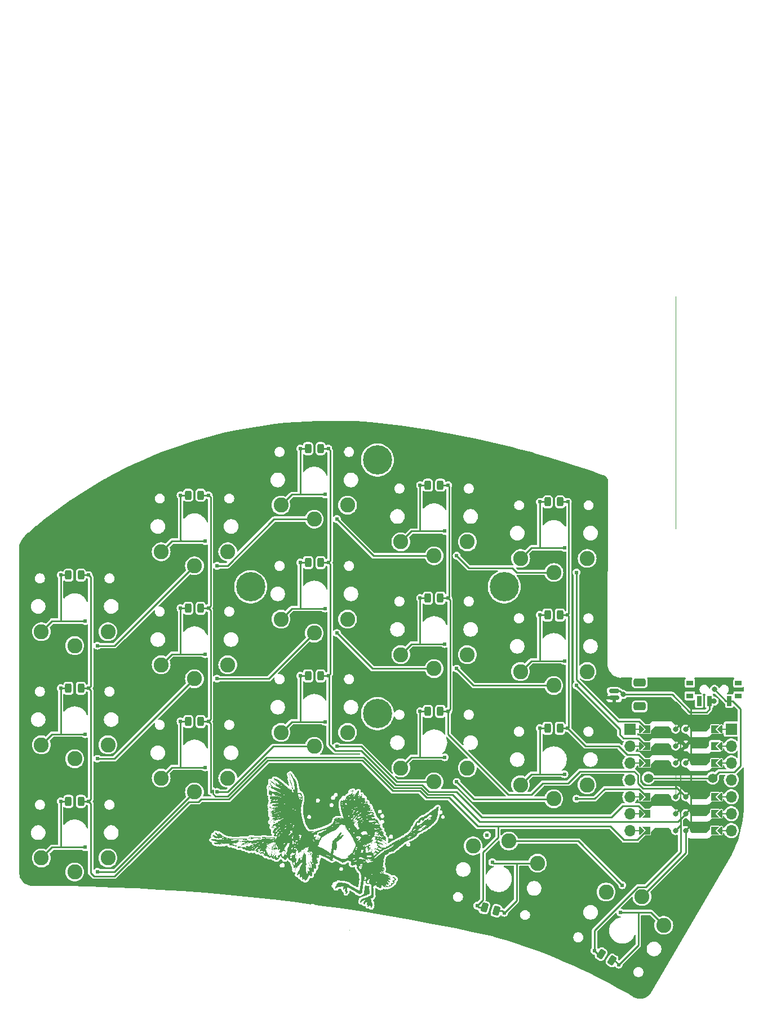
<source format=gbr>
%TF.GenerationSoftware,KiCad,Pcbnew,8.0.4*%
%TF.CreationDate,2024-08-21T07:41:26-07:00*%
%TF.ProjectId,swoon,73776f6f-6e2e-46b6-9963-61645f706362,rev?*%
%TF.SameCoordinates,Original*%
%TF.FileFunction,Copper,L1,Top*%
%TF.FilePolarity,Positive*%
%FSLAX46Y46*%
G04 Gerber Fmt 4.6, Leading zero omitted, Abs format (unit mm)*
G04 Created by KiCad (PCBNEW 8.0.4) date 2024-08-21 07:41:26*
%MOMM*%
%LPD*%
G01*
G04 APERTURE LIST*
G04 Aperture macros list*
%AMRoundRect*
0 Rectangle with rounded corners*
0 $1 Rounding radius*
0 $2 $3 $4 $5 $6 $7 $8 $9 X,Y pos of 4 corners*
0 Add a 4 corners polygon primitive as box body*
4,1,4,$2,$3,$4,$5,$6,$7,$8,$9,$2,$3,0*
0 Add four circle primitives for the rounded corners*
1,1,$1+$1,$2,$3*
1,1,$1+$1,$4,$5*
1,1,$1+$1,$6,$7*
1,1,$1+$1,$8,$9*
0 Add four rect primitives between the rounded corners*
20,1,$1+$1,$2,$3,$4,$5,0*
20,1,$1+$1,$4,$5,$6,$7,0*
20,1,$1+$1,$6,$7,$8,$9,0*
20,1,$1+$1,$8,$9,$2,$3,0*%
%AMFreePoly0*
4,1,5,0.125000,-0.500000,-0.125000,-0.500000,-0.125000,0.500000,0.125000,0.500000,0.125000,-0.500000,0.125000,-0.500000,$1*%
%AMFreePoly1*
4,1,6,0.600000,0.200000,0.000000,-0.400000,-0.600000,0.200000,-0.600000,0.400000,0.600000,0.400000,0.600000,0.200000,0.600000,0.200000,$1*%
%AMFreePoly2*
4,1,50,0.069446,4.167933,0.088388,4.152388,0.850389,3.390388,0.865934,3.371446,0.884598,3.326386,0.887000,3.302000,0.887000,0.762000,0.884598,0.737614,0.884598,0.737613,0.865934,0.692554,0.850389,0.673612,0.088388,-0.088388,0.069446,-0.103933,0.064963,-0.105789,0.062500,-0.108253,0.052631,-0.110897,0.024387,-0.122598,0.008964,-0.122598,0.000000,-0.125000,-0.008964,-0.122598,
-0.024387,-0.122598,-0.052631,-0.110897,-0.062500,-0.108253,-0.064963,-0.105789,-0.069446,-0.103933,-0.103933,-0.069446,-0.105789,-0.064963,-0.108253,-0.062500,-0.110897,-0.052631,-0.122598,-0.024387,-0.122598,-0.008964,-0.125000,0.000000,-0.122598,0.008964,-0.122598,0.024387,-0.110897,0.052631,-0.108253,0.062500,-0.105789,0.064963,-0.103933,0.069446,-0.088388,0.088388,0.637000,0.813776,
0.637000,3.250223,-0.088388,3.975612,-0.103933,3.994554,-0.122598,4.039613,-0.122598,4.088387,-0.103933,4.133446,-0.069446,4.167933,-0.024387,4.186598,0.024387,4.186598,0.069446,4.167933,0.069446,4.167933,$1*%
%AMFreePoly3*
4,1,6,0.600000,-0.250000,-0.600000,-0.250000,-0.600000,1.000000,0.000000,0.400000,0.600000,1.000000,0.600000,-0.250000,0.600000,-0.250000,$1*%
%AMFreePoly4*
4,1,49,0.069446,4.167933,0.088388,4.152388,0.854389,3.386388,0.869934,3.367446,0.888598,3.322386,0.891000,3.298000,0.891000,0.766000,0.888598,0.741614,0.869934,0.696554,0.854389,0.677612,0.088388,-0.088388,0.069446,-0.103933,0.064963,-0.105789,0.062500,-0.108253,0.052631,-0.110897,0.024387,-0.122598,0.008964,-0.122598,0.000000,-0.125000,-0.008964,-0.122598,-0.024387,-0.122598,
-0.052631,-0.110897,-0.062500,-0.108253,-0.064963,-0.105789,-0.069446,-0.103933,-0.103933,-0.069446,-0.105789,-0.064963,-0.108253,-0.062500,-0.110897,-0.052631,-0.122598,-0.024387,-0.122598,-0.008964,-0.125000,0.000000,-0.122598,0.008964,-0.122598,0.024387,-0.110897,0.052631,-0.108253,0.062500,-0.105789,0.064963,-0.103933,0.069446,-0.088388,0.088388,0.641000,0.817776,0.641000,3.246223,
-0.088388,3.975612,-0.103933,3.994554,-0.122598,4.039613,-0.122598,4.088387,-0.103933,4.133446,-0.069446,4.167933,-0.024387,4.186598,0.024387,4.186598,0.069446,4.167933,0.069446,4.167933,$1*%
G04 Aperture macros list end*
%TA.AperFunction,EtchedComponent*%
%ADD10C,0.000000*%
%TD*%
%TA.AperFunction,ComponentPad*%
%ADD11C,2.262000*%
%TD*%
%TA.AperFunction,ComponentPad*%
%ADD12C,0.620000*%
%TD*%
%TA.AperFunction,ComponentPad*%
%ADD13C,1.600000*%
%TD*%
%TA.AperFunction,SMDPad,CuDef*%
%ADD14FreePoly0,270.000000*%
%TD*%
%TA.AperFunction,SMDPad,CuDef*%
%ADD15FreePoly1,270.000000*%
%TD*%
%TA.AperFunction,SMDPad,CuDef*%
%ADD16FreePoly1,90.000000*%
%TD*%
%TA.AperFunction,SMDPad,CuDef*%
%ADD17FreePoly0,90.000000*%
%TD*%
%TA.AperFunction,SMDPad,CuDef*%
%ADD18FreePoly2,90.000000*%
%TD*%
%TA.AperFunction,ComponentPad*%
%ADD19C,0.800000*%
%TD*%
%TA.AperFunction,SMDPad,CuDef*%
%ADD20FreePoly3,90.000000*%
%TD*%
%TA.AperFunction,SMDPad,CuDef*%
%ADD21FreePoly3,270.000000*%
%TD*%
%TA.AperFunction,SMDPad,CuDef*%
%ADD22FreePoly4,270.000000*%
%TD*%
%TA.AperFunction,ComponentPad*%
%ADD23C,1.200000*%
%TD*%
%TA.AperFunction,SMDPad,CuDef*%
%ADD24RoundRect,0.243750X-0.243750X-0.456250X0.243750X-0.456250X0.243750X0.456250X-0.243750X0.456250X0*%
%TD*%
%TA.AperFunction,SMDPad,CuDef*%
%ADD25RoundRect,0.150000X0.625000X-0.150000X0.625000X0.150000X-0.625000X0.150000X-0.625000X-0.150000X0*%
%TD*%
%TA.AperFunction,SMDPad,CuDef*%
%ADD26RoundRect,0.250000X0.650000X-0.350000X0.650000X0.350000X-0.650000X0.350000X-0.650000X-0.350000X0*%
%TD*%
%TA.AperFunction,SMDPad,CuDef*%
%ADD27RoundRect,0.243750X0.353531X0.377617X-0.117358X0.503791X-0.353531X-0.377617X0.117358X-0.503791X0*%
%TD*%
%TA.AperFunction,ComponentPad*%
%ADD28R,1.700000X1.700000*%
%TD*%
%TA.AperFunction,ComponentPad*%
%ADD29O,1.700000X1.700000*%
%TD*%
%TA.AperFunction,SMDPad,CuDef*%
%ADD30R,0.700000X1.500000*%
%TD*%
%TA.AperFunction,SMDPad,CuDef*%
%ADD31R,1.000000X0.800000*%
%TD*%
%TA.AperFunction,SMDPad,CuDef*%
%ADD32RoundRect,0.243750X0.439219X0.273249X0.017031X0.516999X-0.439219X-0.273249X-0.017031X-0.516999X0*%
%TD*%
%TA.AperFunction,ComponentPad*%
%ADD33C,4.400000*%
%TD*%
%TA.AperFunction,ComponentPad*%
%ADD34C,1.400000*%
%TD*%
%TA.AperFunction,ViaPad*%
%ADD35C,0.800000*%
%TD*%
%TA.AperFunction,Conductor*%
%ADD36C,0.250000*%
%TD*%
%TA.AperFunction,Conductor*%
%ADD37C,0.700000*%
%TD*%
G04 APERTURE END LIST*
D10*
%TA.AperFunction,EtchedComponent*%
%TO.C,G\u002A\u002A\u002A*%
G36*
X121403438Y-110470598D02*
G01*
X121402797Y-110482860D01*
X121390534Y-110482220D01*
X121391177Y-110469958D01*
X121403438Y-110470598D01*
G37*
%TD.AperFunction*%
%TA.AperFunction,EtchedComponent*%
G36*
X121665493Y-110865427D02*
G01*
X121664849Y-110877684D01*
X121652591Y-110877044D01*
X121653234Y-110864785D01*
X121665493Y-110865427D01*
G37*
%TD.AperFunction*%
%TA.AperFunction,EtchedComponent*%
G36*
X121691298Y-110842192D02*
G01*
X121690654Y-110854454D01*
X121678392Y-110853811D01*
X121679038Y-110841550D01*
X121691298Y-110842192D01*
G37*
%TD.AperFunction*%
%TA.AperFunction,EtchedComponent*%
G36*
X121821656Y-110935079D02*
G01*
X121821013Y-110947337D01*
X121808754Y-110946695D01*
X121809395Y-110934435D01*
X121821656Y-110935079D01*
G37*
%TD.AperFunction*%
%TA.AperFunction,EtchedComponent*%
G36*
X121979000Y-110513057D02*
G01*
X121978358Y-110525316D01*
X121966097Y-110524672D01*
X121966739Y-110512413D01*
X121979000Y-110513057D01*
G37*
%TD.AperFunction*%
%TA.AperFunction,EtchedComponent*%
G36*
X122101490Y-110052332D02*
G01*
X122100848Y-110064590D01*
X122088589Y-110063945D01*
X122089230Y-110051690D01*
X122101490Y-110052332D01*
G37*
%TD.AperFunction*%
%TA.AperFunction,EtchedComponent*%
G36*
X122105295Y-109745195D02*
G01*
X122104652Y-109757457D01*
X122092396Y-109756813D01*
X122093037Y-109744554D01*
X122105295Y-109745195D01*
G37*
%TD.AperFunction*%
%TA.AperFunction,EtchedComponent*%
G36*
X122208618Y-110119411D02*
G01*
X122207976Y-110131670D01*
X122195715Y-110131028D01*
X122196358Y-110118770D01*
X122208618Y-110119411D01*
G37*
%TD.AperFunction*%
%TA.AperFunction,EtchedComponent*%
G36*
X122213966Y-110955638D02*
G01*
X122213323Y-110967896D01*
X122201061Y-110967253D01*
X122201706Y-110954996D01*
X122213966Y-110955638D01*
G37*
%TD.AperFunction*%
%TA.AperFunction,EtchedComponent*%
G36*
X122250100Y-110969825D02*
G01*
X122249459Y-110982085D01*
X122237201Y-110981442D01*
X122237842Y-110969185D01*
X122250100Y-110969825D01*
G37*
%TD.AperFunction*%
%TA.AperFunction,EtchedComponent*%
G36*
X122566019Y-109867688D02*
G01*
X122565379Y-109879947D01*
X122553119Y-109879306D01*
X122553764Y-109867045D01*
X122566019Y-109867688D01*
G37*
%TD.AperFunction*%
%TA.AperFunction,EtchedComponent*%
G36*
X122584221Y-110458722D02*
G01*
X122583580Y-110470979D01*
X122571318Y-110470338D01*
X122571961Y-110458081D01*
X122584221Y-110458722D01*
G37*
%TD.AperFunction*%
%TA.AperFunction,EtchedComponent*%
G36*
X123061651Y-110262462D02*
G01*
X123061011Y-110274722D01*
X123048752Y-110274079D01*
X123049396Y-110261822D01*
X123061651Y-110262462D01*
G37*
%TD.AperFunction*%
%TA.AperFunction,EtchedComponent*%
G36*
X123156082Y-111275468D02*
G01*
X123155442Y-111287727D01*
X123143180Y-111287084D01*
X123143825Y-111274827D01*
X123156082Y-111275468D01*
G37*
%TD.AperFunction*%
%TA.AperFunction,EtchedComponent*%
G36*
X123847611Y-110512641D02*
G01*
X123846966Y-110524901D01*
X123834710Y-110524258D01*
X123835351Y-110511998D01*
X123847611Y-110512641D01*
G37*
%TD.AperFunction*%
%TA.AperFunction,EtchedComponent*%
G36*
X123849000Y-110955272D02*
G01*
X123848358Y-110967531D01*
X123836094Y-110966891D01*
X123836741Y-110954631D01*
X123849000Y-110955272D01*
G37*
%TD.AperFunction*%
%TA.AperFunction,EtchedComponent*%
G36*
X123969129Y-111477890D02*
G01*
X123968487Y-111490151D01*
X123956226Y-111489507D01*
X123956871Y-111477247D01*
X123969129Y-111477890D01*
G37*
%TD.AperFunction*%
%TA.AperFunction,EtchedComponent*%
G36*
X124166361Y-110529345D02*
G01*
X124165722Y-110541604D01*
X124153458Y-110540964D01*
X124154102Y-110528702D01*
X124166361Y-110529345D01*
G37*
%TD.AperFunction*%
%TA.AperFunction,EtchedComponent*%
G36*
X124434947Y-111268728D02*
G01*
X124434303Y-111280990D01*
X124422046Y-111280345D01*
X124422686Y-111268085D01*
X124434947Y-111268728D01*
G37*
%TD.AperFunction*%
%TA.AperFunction,EtchedComponent*%
G36*
X124783458Y-111655794D02*
G01*
X124782818Y-111668051D01*
X124770559Y-111667413D01*
X124771201Y-111655153D01*
X124783458Y-111655794D01*
G37*
%TD.AperFunction*%
%TA.AperFunction,EtchedComponent*%
G36*
X124792248Y-110549853D02*
G01*
X124791606Y-110562111D01*
X124779347Y-110561471D01*
X124779988Y-110549210D01*
X124792248Y-110549853D01*
G37*
%TD.AperFunction*%
%TA.AperFunction,EtchedComponent*%
G36*
X124796154Y-110709871D02*
G01*
X124795512Y-110722134D01*
X124783252Y-110721488D01*
X124783896Y-110709231D01*
X124796154Y-110709871D01*
G37*
%TD.AperFunction*%
%TA.AperFunction,EtchedComponent*%
G36*
X124920137Y-111158931D02*
G01*
X124919498Y-111171190D01*
X124907236Y-111170546D01*
X124907882Y-111158287D01*
X124920137Y-111158931D01*
G37*
%TD.AperFunction*%
%TA.AperFunction,EtchedComponent*%
G36*
X125086583Y-111032425D02*
G01*
X125085941Y-111044686D01*
X125073679Y-111044043D01*
X125074324Y-111031786D01*
X125086583Y-111032425D01*
G37*
%TD.AperFunction*%
%TA.AperFunction,EtchedComponent*%
G36*
X125351104Y-110911062D02*
G01*
X125350462Y-110923324D01*
X125338203Y-110922679D01*
X125338842Y-110910418D01*
X125351104Y-110911062D01*
G37*
%TD.AperFunction*%
%TA.AperFunction,EtchedComponent*%
G36*
X125463578Y-111814370D02*
G01*
X125462934Y-111826629D01*
X125450673Y-111825987D01*
X125451318Y-111813728D01*
X125463578Y-111814370D01*
G37*
%TD.AperFunction*%
%TA.AperFunction,EtchedComponent*%
G36*
X125512616Y-111816942D02*
G01*
X125511973Y-111829200D01*
X125499712Y-111828557D01*
X125500354Y-111816300D01*
X125512616Y-111816942D01*
G37*
%TD.AperFunction*%
%TA.AperFunction,EtchedComponent*%
G36*
X125785974Y-110823213D02*
G01*
X125785333Y-110835470D01*
X125773073Y-110834829D01*
X125773716Y-110822571D01*
X125785974Y-110823213D01*
G37*
%TD.AperFunction*%
%TA.AperFunction,EtchedComponent*%
G36*
X125807921Y-110873534D02*
G01*
X125807281Y-110885792D01*
X125795021Y-110885151D01*
X125795664Y-110872894D01*
X125807921Y-110873534D01*
G37*
%TD.AperFunction*%
%TA.AperFunction,EtchedComponent*%
G36*
X126140917Y-111087684D02*
G01*
X126140271Y-111099938D01*
X126128016Y-111099299D01*
X126128656Y-111087041D01*
X126140917Y-111087684D01*
G37*
%TD.AperFunction*%
%TA.AperFunction,EtchedComponent*%
G36*
X126205427Y-111029593D02*
G01*
X126204781Y-111041852D01*
X126192525Y-111041214D01*
X126193165Y-111028950D01*
X126205427Y-111029593D01*
G37*
%TD.AperFunction*%
%TA.AperFunction,EtchedComponent*%
G36*
X126270093Y-111672238D02*
G01*
X126269451Y-111684497D01*
X126257191Y-111683858D01*
X126257833Y-111671595D01*
X126270093Y-111672238D01*
G37*
%TD.AperFunction*%
%TA.AperFunction,EtchedComponent*%
G36*
X126295900Y-111649003D02*
G01*
X126295256Y-111661262D01*
X126282997Y-111660619D01*
X126283637Y-111648360D01*
X126295900Y-111649003D01*
G37*
%TD.AperFunction*%
%TA.AperFunction,EtchedComponent*%
G36*
X126379526Y-110522399D02*
G01*
X126378882Y-110534659D01*
X126366623Y-110534014D01*
X126367265Y-110521757D01*
X126379526Y-110522399D01*
G37*
%TD.AperFunction*%
%TA.AperFunction,EtchedComponent*%
G36*
X126426255Y-111741888D02*
G01*
X126425614Y-111754148D01*
X126413354Y-111753509D01*
X126413998Y-111741247D01*
X126426255Y-111741888D01*
G37*
%TD.AperFunction*%
%TA.AperFunction,EtchedComponent*%
G36*
X126566793Y-111171467D02*
G01*
X126566148Y-111183728D01*
X126553891Y-111183083D01*
X126554530Y-111170822D01*
X126566793Y-111171467D01*
G37*
%TD.AperFunction*%
%TA.AperFunction,EtchedComponent*%
G36*
X126618296Y-110657845D02*
G01*
X126617652Y-110670104D01*
X126605390Y-110669462D01*
X126606038Y-110657206D01*
X126618296Y-110657845D01*
G37*
%TD.AperFunction*%
%TA.AperFunction,EtchedComponent*%
G36*
X126632481Y-110621709D02*
G01*
X126631841Y-110633969D01*
X126619580Y-110633326D01*
X126620222Y-110621065D01*
X126632481Y-110621709D01*
G37*
%TD.AperFunction*%
%TA.AperFunction,EtchedComponent*%
G36*
X126655716Y-110647512D02*
G01*
X126655073Y-110659775D01*
X126642815Y-110659130D01*
X126643456Y-110646871D01*
X126655716Y-110647512D01*
G37*
%TD.AperFunction*%
%TA.AperFunction,EtchedComponent*%
G36*
X127097428Y-112305676D02*
G01*
X127096789Y-112317938D01*
X127084527Y-112317296D01*
X127085171Y-112305034D01*
X127097428Y-112305676D01*
G37*
%TD.AperFunction*%
%TA.AperFunction,EtchedComponent*%
G36*
X127237704Y-110567375D02*
G01*
X127237059Y-110579636D01*
X127224799Y-110578991D01*
X127225446Y-110566732D01*
X127237704Y-110567375D01*
G37*
%TD.AperFunction*%
%TA.AperFunction,EtchedComponent*%
G36*
X127324322Y-111260340D02*
G01*
X127323677Y-111272601D01*
X127311420Y-111271957D01*
X127312062Y-111259699D01*
X127324322Y-111260340D01*
G37*
%TD.AperFunction*%
%TA.AperFunction,EtchedComponent*%
G36*
X127476421Y-110469245D02*
G01*
X127475778Y-110481503D01*
X127463517Y-110480861D01*
X127464161Y-110468602D01*
X127476421Y-110469245D01*
G37*
%TD.AperFunction*%
%TA.AperFunction,EtchedComponent*%
G36*
X127613255Y-110673109D02*
G01*
X127612612Y-110685371D01*
X127600351Y-110684725D01*
X127600999Y-110672468D01*
X127613255Y-110673109D01*
G37*
%TD.AperFunction*%
%TA.AperFunction,EtchedComponent*%
G36*
X127644459Y-111719682D02*
G01*
X127643820Y-111731940D01*
X127631558Y-111731296D01*
X127632202Y-111719037D01*
X127644459Y-111719682D01*
G37*
%TD.AperFunction*%
%TA.AperFunction,EtchedComponent*%
G36*
X127758013Y-111664164D02*
G01*
X127757370Y-111676424D01*
X127745108Y-111675780D01*
X127745751Y-111663520D01*
X127758013Y-111664164D01*
G37*
%TD.AperFunction*%
%TA.AperFunction,EtchedComponent*%
G36*
X127821237Y-111630596D02*
G01*
X127820593Y-111642858D01*
X127808333Y-111642212D01*
X127808978Y-111629955D01*
X127821237Y-111630596D01*
G37*
%TD.AperFunction*%
%TA.AperFunction,EtchedComponent*%
G36*
X127995337Y-111123401D02*
G01*
X127994697Y-111135661D01*
X127982436Y-111135018D01*
X127983079Y-111122758D01*
X127995337Y-111123401D01*
G37*
%TD.AperFunction*%
%TA.AperFunction,EtchedComponent*%
G36*
X128031320Y-110436858D02*
G01*
X128030676Y-110449121D01*
X128018417Y-110448476D01*
X128019059Y-110436217D01*
X128031320Y-110436858D01*
G37*
%TD.AperFunction*%
%TA.AperFunction,EtchedComponent*%
G36*
X128071465Y-111078216D02*
G01*
X128070824Y-111090476D01*
X128058564Y-111089836D01*
X128059206Y-111077573D01*
X128071465Y-111078216D01*
G37*
%TD.AperFunction*%
%TA.AperFunction,EtchedComponent*%
G36*
X128150163Y-110983993D02*
G01*
X128149524Y-110996254D01*
X128137260Y-110995614D01*
X128137904Y-110983352D01*
X128150163Y-110983993D01*
G37*
%TD.AperFunction*%
%TA.AperFunction,EtchedComponent*%
G36*
X128171137Y-112460296D02*
G01*
X128170497Y-112472554D01*
X128158240Y-112471914D01*
X128158881Y-112459655D01*
X128171137Y-112460296D01*
G37*
%TD.AperFunction*%
%TA.AperFunction,EtchedComponent*%
G36*
X128423836Y-111391727D02*
G01*
X128423192Y-111403982D01*
X128410933Y-111403340D01*
X128411574Y-111391082D01*
X128423836Y-111391727D01*
G37*
%TD.AperFunction*%
%TA.AperFunction,EtchedComponent*%
G36*
X128756983Y-112306597D02*
G01*
X128756342Y-112318857D01*
X128744081Y-112318216D01*
X128744723Y-112305955D01*
X128756983Y-112306597D01*
G37*
%TD.AperFunction*%
%TA.AperFunction,EtchedComponent*%
G36*
X128773847Y-112688574D02*
G01*
X128773204Y-112700834D01*
X128760941Y-112700192D01*
X128761583Y-112687931D01*
X128773847Y-112688574D01*
G37*
%TD.AperFunction*%
%TA.AperFunction,EtchedComponent*%
G36*
X128857629Y-112262700D02*
G01*
X128856986Y-112274958D01*
X128844729Y-112274315D01*
X128845371Y-112262057D01*
X128857629Y-112262700D01*
G37*
%TD.AperFunction*%
%TA.AperFunction,EtchedComponent*%
G36*
X128915456Y-111159327D02*
G01*
X128914812Y-111171589D01*
X128902555Y-111170945D01*
X128903196Y-111158687D01*
X128915456Y-111159327D01*
G37*
%TD.AperFunction*%
%TA.AperFunction,EtchedComponent*%
G36*
X129080509Y-110590193D02*
G01*
X129079869Y-110602452D01*
X129067609Y-110601809D01*
X129068251Y-110589550D01*
X129080509Y-110590193D01*
G37*
%TD.AperFunction*%
%TA.AperFunction,EtchedComponent*%
G36*
X129242283Y-112663956D02*
G01*
X129241640Y-112676211D01*
X129229379Y-112675568D01*
X129230020Y-112663311D01*
X129242283Y-112663956D01*
G37*
%TD.AperFunction*%
%TA.AperFunction,EtchedComponent*%
G36*
X129261558Y-112296159D02*
G01*
X129260913Y-112308422D01*
X129248652Y-112307780D01*
X129249296Y-112295516D01*
X129261558Y-112296159D01*
G37*
%TD.AperFunction*%
%TA.AperFunction,EtchedComponent*%
G36*
X129469174Y-111618615D02*
G01*
X129468530Y-111630873D01*
X129456271Y-111630230D01*
X129456913Y-111617972D01*
X129469174Y-111618615D01*
G37*
%TD.AperFunction*%
%TA.AperFunction,EtchedComponent*%
G36*
X129479819Y-113057493D02*
G01*
X129479174Y-113069755D01*
X129466915Y-113069110D01*
X129467557Y-113056851D01*
X129479819Y-113057493D01*
G37*
%TD.AperFunction*%
%TA.AperFunction,EtchedComponent*%
G36*
X129507877Y-111583763D02*
G01*
X129507235Y-111596024D01*
X129494978Y-111595378D01*
X129495619Y-111583119D01*
X129507877Y-111583763D01*
G37*
%TD.AperFunction*%
%TA.AperFunction,EtchedComponent*%
G36*
X129527416Y-112383854D02*
G01*
X129526773Y-112396114D01*
X129514511Y-112395471D01*
X129515157Y-112383213D01*
X129527416Y-112383854D01*
G37*
%TD.AperFunction*%
%TA.AperFunction,EtchedComponent*%
G36*
X129537695Y-112187699D02*
G01*
X129537052Y-112199956D01*
X129524792Y-112199315D01*
X129525436Y-112187056D01*
X129537695Y-112187699D01*
G37*
%TD.AperFunction*%
%TA.AperFunction,EtchedComponent*%
G36*
X129613406Y-110273907D02*
G01*
X129612764Y-110286166D01*
X129600504Y-110285526D01*
X129601148Y-110273265D01*
X129613406Y-110273907D01*
G37*
%TD.AperFunction*%
%TA.AperFunction,EtchedComponent*%
G36*
X129706969Y-113180040D02*
G01*
X129706325Y-113192298D01*
X129694065Y-113191655D01*
X129694710Y-113179394D01*
X129706969Y-113180040D01*
G37*
%TD.AperFunction*%
%TA.AperFunction,EtchedComponent*%
G36*
X129773581Y-110970728D02*
G01*
X129772935Y-110982985D01*
X129760680Y-110982344D01*
X129761318Y-110970083D01*
X129773581Y-110970728D01*
G37*
%TD.AperFunction*%
%TA.AperFunction,EtchedComponent*%
G36*
X129909825Y-102741329D02*
G01*
X129909181Y-102753585D01*
X129896923Y-102752944D01*
X129897567Y-102740686D01*
X129909825Y-102741329D01*
G37*
%TD.AperFunction*%
%TA.AperFunction,EtchedComponent*%
G36*
X129920542Y-110277707D02*
G01*
X129919897Y-110289971D01*
X129907638Y-110289325D01*
X129908282Y-110277067D01*
X129920542Y-110277707D01*
G37*
%TD.AperFunction*%
%TA.AperFunction,EtchedComponent*%
G36*
X129968815Y-112640560D02*
G01*
X129968172Y-112652823D01*
X129955912Y-112652180D01*
X129956557Y-112639917D01*
X129968815Y-112640560D01*
G37*
%TD.AperFunction*%
%TA.AperFunction,EtchedComponent*%
G36*
X129993661Y-102549028D02*
G01*
X129993019Y-102561289D01*
X129980760Y-102560645D01*
X129981403Y-102548388D01*
X129993661Y-102549028D01*
G37*
%TD.AperFunction*%
%TA.AperFunction,EtchedComponent*%
G36*
X130025945Y-102636774D02*
G01*
X130025302Y-102649036D01*
X130013041Y-102648390D01*
X130013681Y-102636131D01*
X130025945Y-102636774D01*
G37*
%TD.AperFunction*%
%TA.AperFunction,EtchedComponent*%
G36*
X130064563Y-107998697D02*
G01*
X130063923Y-108010957D01*
X130051663Y-108010313D01*
X130052306Y-107998053D01*
X130064563Y-107998697D01*
G37*
%TD.AperFunction*%
%TA.AperFunction,EtchedComponent*%
G36*
X130100701Y-108012884D02*
G01*
X130100058Y-108025140D01*
X130087801Y-108024498D01*
X130088441Y-108012241D01*
X130100701Y-108012884D01*
G37*
%TD.AperFunction*%
%TA.AperFunction,EtchedComponent*%
G36*
X130212776Y-112911507D02*
G01*
X130212134Y-112923764D01*
X130199873Y-112923123D01*
X130200516Y-112910866D01*
X130212776Y-112911507D01*
G37*
%TD.AperFunction*%
%TA.AperFunction,EtchedComponent*%
G36*
X130345109Y-104522089D02*
G01*
X130344470Y-104534349D01*
X130332211Y-104533708D01*
X130332853Y-104521445D01*
X130345109Y-104522089D01*
G37*
%TD.AperFunction*%
%TA.AperFunction,EtchedComponent*%
G36*
X130394047Y-104057506D02*
G01*
X130393405Y-104069765D01*
X130381146Y-104069122D01*
X130381788Y-104056862D01*
X130394047Y-104057506D01*
G37*
%TD.AperFunction*%
%TA.AperFunction,EtchedComponent*%
G36*
X130406291Y-106873322D02*
G01*
X130405646Y-106885582D01*
X130393389Y-106884940D01*
X130394027Y-106872680D01*
X130406291Y-106873322D01*
G37*
%TD.AperFunction*%
%TA.AperFunction,EtchedComponent*%
G36*
X130409467Y-103763277D02*
G01*
X130408826Y-103775533D01*
X130396563Y-103774890D01*
X130397207Y-103762633D01*
X130409467Y-103763277D01*
G37*
%TD.AperFunction*%
%TA.AperFunction,EtchedComponent*%
G36*
X130435704Y-111472577D02*
G01*
X130435062Y-111484835D01*
X130422805Y-111484193D01*
X130423445Y-111471932D01*
X130435704Y-111472577D01*
G37*
%TD.AperFunction*%
%TA.AperFunction,EtchedComponent*%
G36*
X130458505Y-103765845D02*
G01*
X130457862Y-103778102D01*
X130445602Y-103777462D01*
X130446248Y-103765203D01*
X130458505Y-103765845D01*
G37*
%TD.AperFunction*%
%TA.AperFunction,EtchedComponent*%
G36*
X130589664Y-113226299D02*
G01*
X130589022Y-113238559D01*
X130576764Y-113237916D01*
X130577404Y-113225656D01*
X130589664Y-113226299D01*
G37*
%TD.AperFunction*%
%TA.AperFunction,EtchedComponent*%
G36*
X130629742Y-107770156D02*
G01*
X130629099Y-107782414D01*
X130616840Y-107781770D01*
X130617485Y-107769509D01*
X130629742Y-107770156D01*
G37*
%TD.AperFunction*%
%TA.AperFunction,EtchedComponent*%
G36*
X130633459Y-112859795D02*
G01*
X130632816Y-112872052D01*
X130620555Y-112871408D01*
X130621199Y-112859149D01*
X130633459Y-112859795D01*
G37*
%TD.AperFunction*%
%TA.AperFunction,EtchedComponent*%
G36*
X130671627Y-104625254D02*
G01*
X130670984Y-104637515D01*
X130658725Y-104636870D01*
X130659365Y-104624611D01*
X130671627Y-104625254D01*
G37*
%TD.AperFunction*%
%TA.AperFunction,EtchedComponent*%
G36*
X130677130Y-106162209D02*
G01*
X130676488Y-106174469D01*
X130664228Y-106173825D01*
X130664871Y-106161570D01*
X130677130Y-106162209D01*
G37*
%TD.AperFunction*%
%TA.AperFunction,EtchedComponent*%
G36*
X130689079Y-113440493D02*
G01*
X130688437Y-113452755D01*
X130676176Y-113452112D01*
X130676820Y-113439853D01*
X130689079Y-113440493D01*
G37*
%TD.AperFunction*%
%TA.AperFunction,EtchedComponent*%
G36*
X130694705Y-103950329D02*
G01*
X130694061Y-103962588D01*
X130681806Y-103961945D01*
X130682444Y-103949686D01*
X130694705Y-103950329D01*
G37*
%TD.AperFunction*%
%TA.AperFunction,EtchedComponent*%
G36*
X130762639Y-113444350D02*
G01*
X130761996Y-113456609D01*
X130749737Y-113455968D01*
X130750376Y-113443708D01*
X130762639Y-113444350D01*
G37*
%TD.AperFunction*%
%TA.AperFunction,EtchedComponent*%
G36*
X130800546Y-104041932D02*
G01*
X130799900Y-104054187D01*
X130787640Y-104053548D01*
X130788283Y-104041288D01*
X130800546Y-104041932D01*
G37*
%TD.AperFunction*%
%TA.AperFunction,EtchedComponent*%
G36*
X130826920Y-106588034D02*
G01*
X130826278Y-106600293D01*
X130814022Y-106599651D01*
X130814663Y-106587393D01*
X130826920Y-106588034D01*
G37*
%TD.AperFunction*%
%TA.AperFunction,EtchedComponent*%
G36*
X130851284Y-105888592D02*
G01*
X130850641Y-105900850D01*
X130838383Y-105900207D01*
X130839025Y-105887948D01*
X130851284Y-105888592D01*
G37*
%TD.AperFunction*%
%TA.AperFunction,EtchedComponent*%
G36*
X130904681Y-102289440D02*
G01*
X130904039Y-102301701D01*
X130891778Y-102301055D01*
X130892421Y-102288796D01*
X130904681Y-102289440D01*
G37*
%TD.AperFunction*%
%TA.AperFunction,EtchedComponent*%
G36*
X130929480Y-109322531D02*
G01*
X130928835Y-109334793D01*
X130916578Y-109334149D01*
X130917221Y-109321890D01*
X130929480Y-109322531D01*
G37*
%TD.AperFunction*%
%TA.AperFunction,EtchedComponent*%
G36*
X130936515Y-106138923D02*
G01*
X130935867Y-106151183D01*
X130923611Y-106150541D01*
X130924252Y-106138281D01*
X130936515Y-106138923D01*
G37*
%TD.AperFunction*%
%TA.AperFunction,EtchedComponent*%
G36*
X130938944Y-111253083D02*
G01*
X130938299Y-111265338D01*
X130926044Y-111264700D01*
X130926684Y-111252437D01*
X130938944Y-111253083D01*
G37*
%TD.AperFunction*%
%TA.AperFunction,EtchedComponent*%
G36*
X130956777Y-110209084D02*
G01*
X130956135Y-110221342D01*
X130943875Y-110220701D01*
X130944516Y-110208441D01*
X130956777Y-110209084D01*
G37*
%TD.AperFunction*%
%TA.AperFunction,EtchedComponent*%
G36*
X131043031Y-109267013D02*
G01*
X131042386Y-109279275D01*
X131030125Y-109278632D01*
X131030769Y-109266373D01*
X131043031Y-109267013D01*
G37*
%TD.AperFunction*%
%TA.AperFunction,EtchedComponent*%
G36*
X131048881Y-106575080D02*
G01*
X131048237Y-106587342D01*
X131035977Y-106586695D01*
X131036619Y-106574437D01*
X131048881Y-106575080D01*
G37*
%TD.AperFunction*%
%TA.AperFunction,EtchedComponent*%
G36*
X131067740Y-104338680D02*
G01*
X131067093Y-104350938D01*
X131054837Y-104350299D01*
X131055478Y-104338037D01*
X131067740Y-104338680D01*
G37*
%TD.AperFunction*%
%TA.AperFunction,EtchedComponent*%
G36*
X131110820Y-106566032D02*
G01*
X131110179Y-106578293D01*
X131097918Y-106577652D01*
X131098561Y-106565392D01*
X131110820Y-106566032D01*
G37*
%TD.AperFunction*%
%TA.AperFunction,EtchedComponent*%
G36*
X131194577Y-111770508D02*
G01*
X131193932Y-111782764D01*
X131181672Y-111782122D01*
X131182315Y-111769864D01*
X131194577Y-111770508D01*
G37*
%TD.AperFunction*%
%TA.AperFunction,EtchedComponent*%
G36*
X131226908Y-112091828D02*
G01*
X131226266Y-112104088D01*
X131214004Y-112103446D01*
X131214647Y-112091183D01*
X131226908Y-112091828D01*
G37*
%TD.AperFunction*%
%TA.AperFunction,EtchedComponent*%
G36*
X131352212Y-106886019D02*
G01*
X131351570Y-106898277D01*
X131339311Y-106897635D01*
X131339951Y-106885378D01*
X131352212Y-106886019D01*
G37*
%TD.AperFunction*%
%TA.AperFunction,EtchedComponent*%
G36*
X131359869Y-106505326D02*
G01*
X131359227Y-106517586D01*
X131346969Y-106516940D01*
X131347612Y-106504682D01*
X131359869Y-106505326D01*
G37*
%TD.AperFunction*%
%TA.AperFunction,EtchedComponent*%
G36*
X131415439Y-106852451D02*
G01*
X131414799Y-106864710D01*
X131402533Y-106864067D01*
X131403176Y-106851809D01*
X131415439Y-106852451D01*
G37*
%TD.AperFunction*%
%TA.AperFunction,EtchedComponent*%
G36*
X131451489Y-112263411D02*
G01*
X131450849Y-112275672D01*
X131438585Y-112275028D01*
X131439229Y-112262768D01*
X131451489Y-112263411D01*
G37*
%TD.AperFunction*%
%TA.AperFunction,EtchedComponent*%
G36*
X131488859Y-112019502D02*
G01*
X131488215Y-112031761D01*
X131475957Y-112031120D01*
X131476597Y-112018858D01*
X131488859Y-112019502D01*
G37*
%TD.AperFunction*%
%TA.AperFunction,EtchedComponent*%
G36*
X131510805Y-112069823D02*
G01*
X131510163Y-112082086D01*
X131497904Y-112081445D01*
X131498548Y-112069182D01*
X131510805Y-112069823D01*
G37*
%TD.AperFunction*%
%TA.AperFunction,EtchedComponent*%
G36*
X131760253Y-108013803D02*
G01*
X131759611Y-108026062D01*
X131747353Y-108025419D01*
X131747996Y-108013160D01*
X131760253Y-108013803D01*
G37*
%TD.AperFunction*%
%TA.AperFunction,EtchedComponent*%
G36*
X131790088Y-114481665D02*
G01*
X131789448Y-114493922D01*
X131777186Y-114493280D01*
X131777829Y-114481023D01*
X131790088Y-114481665D01*
G37*
%TD.AperFunction*%
%TA.AperFunction,EtchedComponent*%
G36*
X131997547Y-113103387D02*
G01*
X131996905Y-113115647D01*
X131984645Y-113115006D01*
X131985289Y-113102746D01*
X131997547Y-113103387D01*
G37*
%TD.AperFunction*%
%TA.AperFunction,EtchedComponent*%
G36*
X132005363Y-113423427D02*
G01*
X132004720Y-113435686D01*
X131992462Y-113435042D01*
X131993105Y-113422783D01*
X132005363Y-113423427D01*
G37*
%TD.AperFunction*%
%TA.AperFunction,EtchedComponent*%
G36*
X132125284Y-113011736D02*
G01*
X132124643Y-113023997D01*
X132112385Y-113023352D01*
X132113025Y-113011093D01*
X132125284Y-113011736D01*
G37*
%TD.AperFunction*%
%TA.AperFunction,EtchedComponent*%
G36*
X132144244Y-111242487D02*
G01*
X132143604Y-111254747D01*
X132131341Y-111254108D01*
X132131986Y-111241848D01*
X132144244Y-111242487D01*
G37*
%TD.AperFunction*%
%TA.AperFunction,EtchedComponent*%
G36*
X132161005Y-111157317D02*
G01*
X132160364Y-111169571D01*
X132148100Y-111168930D01*
X132148744Y-111156672D01*
X132161005Y-111157317D01*
G37*
%TD.AperFunction*%
%TA.AperFunction,EtchedComponent*%
G36*
X132192521Y-113605338D02*
G01*
X132191878Y-113617600D01*
X132179619Y-113616957D01*
X132180264Y-113604699D01*
X132192521Y-113605338D01*
G37*
%TD.AperFunction*%
%TA.AperFunction,EtchedComponent*%
G36*
X132217805Y-111246343D02*
G01*
X132217162Y-111258604D01*
X132204901Y-111257960D01*
X132205543Y-111245702D01*
X132217805Y-111246343D01*
G37*
%TD.AperFunction*%
%TA.AperFunction,EtchedComponent*%
G36*
X132229194Y-104461018D02*
G01*
X132228549Y-104473276D01*
X132216294Y-104472634D01*
X132216935Y-104460373D01*
X132229194Y-104461018D01*
G37*
%TD.AperFunction*%
%TA.AperFunction,EtchedComponent*%
G36*
X132361829Y-108967331D02*
G01*
X132361189Y-108979590D01*
X132348927Y-108978946D01*
X132349569Y-108966686D01*
X132361829Y-108967331D01*
G37*
%TD.AperFunction*%
%TA.AperFunction,EtchedComponent*%
G36*
X132367055Y-103472480D02*
G01*
X132366413Y-103484740D01*
X132354152Y-103484098D01*
X132354795Y-103471839D01*
X132367055Y-103472480D01*
G37*
%TD.AperFunction*%
%TA.AperFunction,EtchedComponent*%
G36*
X132425053Y-108933765D02*
G01*
X132424413Y-108946024D01*
X132412153Y-108945377D01*
X132412797Y-108933123D01*
X132425053Y-108933765D01*
G37*
%TD.AperFunction*%
%TA.AperFunction,EtchedComponent*%
G36*
X132572953Y-112445119D02*
G01*
X132572309Y-112457376D01*
X132560053Y-112456734D01*
X132560692Y-112444476D01*
X132572953Y-112445119D01*
G37*
%TD.AperFunction*%
%TA.AperFunction,EtchedComponent*%
G36*
X132614230Y-112361230D02*
G01*
X132613586Y-112373486D01*
X132601329Y-112372845D01*
X132601969Y-112360584D01*
X132614230Y-112361230D01*
G37*
%TD.AperFunction*%
%TA.AperFunction,EtchedComponent*%
G36*
X132648978Y-111932782D02*
G01*
X132648334Y-111945040D01*
X132636077Y-111944398D01*
X132636716Y-111932141D01*
X132648978Y-111932782D01*
G37*
%TD.AperFunction*%
%TA.AperFunction,EtchedComponent*%
G36*
X132767512Y-111078458D02*
G01*
X132766868Y-111090717D01*
X132754609Y-111090073D01*
X132755251Y-111077818D01*
X132767512Y-111078458D01*
G37*
%TD.AperFunction*%
%TA.AperFunction,EtchedComponent*%
G36*
X132780185Y-104268610D02*
G01*
X132779542Y-104280871D01*
X132767285Y-104280229D01*
X132767926Y-104267971D01*
X132780185Y-104268610D01*
G37*
%TD.AperFunction*%
%TA.AperFunction,EtchedComponent*%
G36*
X132834054Y-102771647D02*
G01*
X132833410Y-102783907D01*
X132821150Y-102783262D01*
X132821790Y-102771004D01*
X132834054Y-102771647D01*
G37*
%TD.AperFunction*%
%TA.AperFunction,EtchedComponent*%
G36*
X132857283Y-102797452D02*
G01*
X132856644Y-102809711D01*
X132844382Y-102809068D01*
X132845027Y-102796810D01*
X132857283Y-102797452D01*
G37*
%TD.AperFunction*%
%TA.AperFunction,EtchedComponent*%
G36*
X132994120Y-103001315D02*
G01*
X132993479Y-103013575D01*
X132981221Y-103012934D01*
X132981863Y-103000674D01*
X132994120Y-103001315D01*
G37*
%TD.AperFunction*%
%TA.AperFunction,EtchedComponent*%
G36*
X133019928Y-102978082D02*
G01*
X133019284Y-102990342D01*
X133007025Y-102989701D01*
X133007666Y-102977438D01*
X133019928Y-102978082D01*
G37*
%TD.AperFunction*%
%TA.AperFunction,EtchedComponent*%
G36*
X133066397Y-103029692D02*
G01*
X133065750Y-103041953D01*
X133053492Y-103041309D01*
X133054133Y-103029047D01*
X133066397Y-103029692D01*
G37*
%TD.AperFunction*%
%TA.AperFunction,EtchedComponent*%
G36*
X133112446Y-101212688D02*
G01*
X133111805Y-101224947D01*
X133099543Y-101224307D01*
X133100184Y-101212047D01*
X133112446Y-101212688D01*
G37*
%TD.AperFunction*%
%TA.AperFunction,EtchedComponent*%
G36*
X133175762Y-113140549D02*
G01*
X133175120Y-113152811D01*
X133162859Y-113152168D01*
X133163499Y-113139907D01*
X133175762Y-113140549D01*
G37*
%TD.AperFunction*%
%TA.AperFunction,EtchedComponent*%
G36*
X133331751Y-106645551D02*
G01*
X133331106Y-106657805D01*
X133318851Y-106657163D01*
X133319490Y-106644904D01*
X133331751Y-106645551D01*
G37*
%TD.AperFunction*%
%TA.AperFunction,EtchedComponent*%
G36*
X133331873Y-112976622D02*
G01*
X133331230Y-112988885D01*
X133318969Y-112988240D01*
X133319611Y-112975983D01*
X133331873Y-112976622D01*
G37*
%TD.AperFunction*%
%TA.AperFunction,EtchedComponent*%
G36*
X133412931Y-111899058D02*
G01*
X133412290Y-111911318D01*
X133400029Y-111910676D01*
X133400671Y-111898415D01*
X133412931Y-111899058D01*
G37*
%TD.AperFunction*%
%TA.AperFunction,EtchedComponent*%
G36*
X133461294Y-108865136D02*
G01*
X133460649Y-108877397D01*
X133448391Y-108876754D01*
X133449031Y-108864494D01*
X133461294Y-108865136D01*
G37*
%TD.AperFunction*%
%TA.AperFunction,EtchedComponent*%
G36*
X133462422Y-108139889D02*
G01*
X133461779Y-108152148D01*
X133449518Y-108151507D01*
X133450159Y-108139247D01*
X133462422Y-108139889D01*
G37*
%TD.AperFunction*%
%TA.AperFunction,EtchedComponent*%
G36*
X133476852Y-103407710D02*
G01*
X133476208Y-103419969D01*
X133463950Y-103419325D01*
X133464588Y-103407068D01*
X133476852Y-103407710D01*
G37*
%TD.AperFunction*%
%TA.AperFunction,EtchedComponent*%
G36*
X133513944Y-113490190D02*
G01*
X133513302Y-113502454D01*
X133501043Y-113501813D01*
X133501682Y-113489549D01*
X133513944Y-113490190D01*
G37*
%TD.AperFunction*%
%TA.AperFunction,EtchedComponent*%
G36*
X133517797Y-113416636D02*
G01*
X133517158Y-113428896D01*
X133504897Y-113428253D01*
X133505540Y-113415992D01*
X133517797Y-113416636D01*
G37*
%TD.AperFunction*%
%TA.AperFunction,EtchedComponent*%
G36*
X133590451Y-103585769D02*
G01*
X133589806Y-103598029D01*
X133577553Y-103597387D01*
X133578193Y-103585125D01*
X133590451Y-103585769D01*
G37*
%TD.AperFunction*%
%TA.AperFunction,EtchedComponent*%
G36*
X133672156Y-111175044D02*
G01*
X133671515Y-111187306D01*
X133659253Y-111186659D01*
X133659896Y-111174402D01*
X133672156Y-111175044D01*
G37*
%TD.AperFunction*%
%TA.AperFunction,EtchedComponent*%
G36*
X133741252Y-114313467D02*
G01*
X133740606Y-114325725D01*
X133728350Y-114325084D01*
X133728993Y-114312824D01*
X133741252Y-114313467D01*
G37*
%TD.AperFunction*%
%TA.AperFunction,EtchedComponent*%
G36*
X133751722Y-109187694D02*
G01*
X133751083Y-109199951D01*
X133738818Y-109199310D01*
X133739463Y-109187049D01*
X133751722Y-109187694D01*
G37*
%TD.AperFunction*%
%TA.AperFunction,EtchedComponent*%
G36*
X133772387Y-109262531D02*
G01*
X133771744Y-109274795D01*
X133759484Y-109274150D01*
X133760126Y-109261890D01*
X133772387Y-109262531D01*
G37*
%TD.AperFunction*%
%TA.AperFunction,EtchedComponent*%
G36*
X133774816Y-114376691D02*
G01*
X133774176Y-114388953D01*
X133761915Y-114388311D01*
X133762558Y-114376050D01*
X133774816Y-114376691D01*
G37*
%TD.AperFunction*%
%TA.AperFunction,EtchedComponent*%
G36*
X133859785Y-113459145D02*
G01*
X133859142Y-113471404D01*
X133846882Y-113470761D01*
X133847526Y-113458500D01*
X133859785Y-113459145D01*
G37*
%TD.AperFunction*%
%TA.AperFunction,EtchedComponent*%
G36*
X133901112Y-113608832D02*
G01*
X133900472Y-113621092D01*
X133888209Y-113620448D01*
X133888853Y-113608190D01*
X133901112Y-113608832D01*
G37*
%TD.AperFunction*%
%TA.AperFunction,EtchedComponent*%
G36*
X133923721Y-110831720D02*
G01*
X133923082Y-110843980D01*
X133910819Y-110843338D01*
X133911462Y-110831078D01*
X133923721Y-110831720D01*
G37*
%TD.AperFunction*%
%TA.AperFunction,EtchedComponent*%
G36*
X133972154Y-113895302D02*
G01*
X133971512Y-113907561D01*
X133959252Y-113906917D01*
X133959896Y-113894659D01*
X133972154Y-113895302D01*
G37*
%TD.AperFunction*%
%TA.AperFunction,EtchedComponent*%
G36*
X133990248Y-114019181D02*
G01*
X133989607Y-114031442D01*
X133977344Y-114030800D01*
X133977989Y-114018539D01*
X133990248Y-114019181D01*
G37*
%TD.AperFunction*%
%TA.AperFunction,EtchedComponent*%
G36*
X133993268Y-110208404D02*
G01*
X133992626Y-110220665D01*
X133980368Y-110220022D01*
X133981008Y-110207761D01*
X133993268Y-110208404D01*
G37*
%TD.AperFunction*%
%TA.AperFunction,EtchedComponent*%
G36*
X134016553Y-110467786D02*
G01*
X134015915Y-110480044D01*
X134003653Y-110479401D01*
X134004297Y-110467144D01*
X134016553Y-110467786D01*
G37*
%TD.AperFunction*%
%TA.AperFunction,EtchedComponent*%
G36*
X134019698Y-112988087D02*
G01*
X134019055Y-113000346D01*
X134006797Y-112999702D01*
X134007437Y-112987442D01*
X134019698Y-112988087D01*
G37*
%TD.AperFunction*%
%TA.AperFunction,EtchedComponent*%
G36*
X134022531Y-114106926D02*
G01*
X134021889Y-114119188D01*
X134009628Y-114118546D01*
X134010269Y-114106284D01*
X134022531Y-114106926D01*
G37*
%TD.AperFunction*%
%TA.AperFunction,EtchedComponent*%
G36*
X134100758Y-111910521D02*
G01*
X134100116Y-111922780D01*
X134087855Y-111922139D01*
X134088498Y-111909875D01*
X134100758Y-111910521D01*
G37*
%TD.AperFunction*%
%TA.AperFunction,EtchedComponent*%
G36*
X134132780Y-110830382D02*
G01*
X134132134Y-110842643D01*
X134119876Y-110842001D01*
X134120520Y-110829743D01*
X134132780Y-110830382D01*
G37*
%TD.AperFunction*%
%TA.AperFunction,EtchedComponent*%
G36*
X134143526Y-112736416D02*
G01*
X134142884Y-112748672D01*
X134130625Y-112748032D01*
X134131267Y-112735772D01*
X134143526Y-112736416D01*
G37*
%TD.AperFunction*%
%TA.AperFunction,EtchedComponent*%
G36*
X134146046Y-112453799D02*
G01*
X134145403Y-112466058D01*
X134133145Y-112465416D01*
X134133787Y-112453157D01*
X134146046Y-112453799D01*
G37*
%TD.AperFunction*%
%TA.AperFunction,EtchedComponent*%
G36*
X134154674Y-110647130D02*
G01*
X134154035Y-110659387D01*
X134141775Y-110658749D01*
X134142418Y-110646488D01*
X134154674Y-110647130D01*
G37*
%TD.AperFunction*%
%TA.AperFunction,EtchedComponent*%
G36*
X134181468Y-115061845D02*
G01*
X134180828Y-115074104D01*
X134168568Y-115073462D01*
X134169210Y-115061202D01*
X134181468Y-115061845D01*
G37*
%TD.AperFunction*%
%TA.AperFunction,EtchedComponent*%
G36*
X134190916Y-111128468D02*
G01*
X134190273Y-111140731D01*
X134178016Y-111140088D01*
X134178658Y-111127827D01*
X134190916Y-111128468D01*
G37*
%TD.AperFunction*%
%TA.AperFunction,EtchedComponent*%
G36*
X134214949Y-103163643D02*
G01*
X134214309Y-103175903D01*
X134202048Y-103175261D01*
X134202689Y-103163000D01*
X134214949Y-103163643D01*
G37*
%TD.AperFunction*%
%TA.AperFunction,EtchedComponent*%
G36*
X134238982Y-112557017D02*
G01*
X134238341Y-112569276D01*
X134226082Y-112568634D01*
X134226724Y-112556375D01*
X134238982Y-112557017D01*
G37*
%TD.AperFunction*%
%TA.AperFunction,EtchedComponent*%
G36*
X134295314Y-110543861D02*
G01*
X134294672Y-110556119D01*
X134282412Y-110555477D01*
X134283055Y-110543220D01*
X134295314Y-110543861D01*
G37*
%TD.AperFunction*%
%TA.AperFunction,EtchedComponent*%
G36*
X134434562Y-109997958D02*
G01*
X134433922Y-110010220D01*
X134421660Y-110009577D01*
X134422306Y-109997314D01*
X134434562Y-109997958D01*
G37*
%TD.AperFunction*%
%TA.AperFunction,EtchedComponent*%
G36*
X134480322Y-112643425D02*
G01*
X134479681Y-112655686D01*
X134467419Y-112655043D01*
X134468059Y-112642784D01*
X134480322Y-112643425D01*
G37*
%TD.AperFunction*%
%TA.AperFunction,EtchedComponent*%
G36*
X134487561Y-110394123D02*
G01*
X134486921Y-110406382D01*
X134474660Y-110405742D01*
X134475304Y-110393482D01*
X134487561Y-110394123D01*
G37*
%TD.AperFunction*%
%TA.AperFunction,EtchedComponent*%
G36*
X134504303Y-104445020D02*
G01*
X134503660Y-104457284D01*
X134491399Y-104456642D01*
X134492043Y-104444380D01*
X134504303Y-104445020D01*
G37*
%TD.AperFunction*%
%TA.AperFunction,EtchedComponent*%
G36*
X134517066Y-109596603D02*
G01*
X134516424Y-109608859D01*
X134504163Y-109608217D01*
X134504805Y-109595957D01*
X134517066Y-109596603D01*
G37*
%TD.AperFunction*%
%TA.AperFunction,EtchedComponent*%
G36*
X134566938Y-113336391D02*
G01*
X134566295Y-113348655D01*
X134554033Y-113348010D01*
X134554677Y-113335749D01*
X134566938Y-113336391D01*
G37*
%TD.AperFunction*%
%TA.AperFunction,EtchedComponent*%
G36*
X134589388Y-109858551D02*
G01*
X134588747Y-109870812D01*
X134576487Y-109870170D01*
X134577129Y-109857910D01*
X134589388Y-109858551D01*
G37*
%TD.AperFunction*%
%TA.AperFunction,EtchedComponent*%
G36*
X134746057Y-106400041D02*
G01*
X134745417Y-106412299D01*
X134733156Y-106411660D01*
X134733796Y-106399397D01*
X134746057Y-106400041D01*
G37*
%TD.AperFunction*%
%TA.AperFunction,EtchedComponent*%
G36*
X134765819Y-113998362D02*
G01*
X134765175Y-114010620D01*
X134752917Y-114009979D01*
X134753559Y-113997716D01*
X134765819Y-113998362D01*
G37*
%TD.AperFunction*%
%TA.AperFunction,EtchedComponent*%
G36*
X134792597Y-112549152D02*
G01*
X134791954Y-112561411D01*
X134779695Y-112560770D01*
X134780337Y-112548508D01*
X134792597Y-112549152D01*
G37*
%TD.AperFunction*%
%TA.AperFunction,EtchedComponent*%
G36*
X134805534Y-106907182D02*
G01*
X134804890Y-106919442D01*
X134792629Y-106918801D01*
X134793273Y-106906540D01*
X134805534Y-106907182D01*
G37*
%TD.AperFunction*%
%TA.AperFunction,EtchedComponent*%
G36*
X134812288Y-114049970D02*
G01*
X134811645Y-114062231D01*
X134799385Y-114061587D01*
X134800029Y-114049327D01*
X134812288Y-114049970D01*
G37*
%TD.AperFunction*%
%TA.AperFunction,EtchedComponent*%
G36*
X134905933Y-111559329D02*
G01*
X134905294Y-111571590D01*
X134893035Y-111570948D01*
X134893676Y-111558688D01*
X134905933Y-111559329D01*
G37*
%TD.AperFunction*%
%TA.AperFunction,EtchedComponent*%
G36*
X134959227Y-107493026D02*
G01*
X134958586Y-107505287D01*
X134946329Y-107504642D01*
X134946969Y-107492384D01*
X134959227Y-107493026D01*
G37*
%TD.AperFunction*%
%TA.AperFunction,EtchedComponent*%
G36*
X135007105Y-113851194D02*
G01*
X135006465Y-113863452D01*
X134994202Y-113862811D01*
X134994846Y-113850549D01*
X135007105Y-113851194D01*
G37*
%TD.AperFunction*%
%TA.AperFunction,EtchedComponent*%
G36*
X135008321Y-107729174D02*
G01*
X135007677Y-107741434D01*
X134995420Y-107740790D01*
X134996061Y-107728530D01*
X135008321Y-107729174D01*
G37*
%TD.AperFunction*%
%TA.AperFunction,EtchedComponent*%
G36*
X135041959Y-113889899D02*
G01*
X135041315Y-113902159D01*
X135029055Y-113901518D01*
X135029698Y-113889258D01*
X135041959Y-113889899D01*
G37*
%TD.AperFunction*%
%TA.AperFunction,EtchedComponent*%
G36*
X135083338Y-114273164D02*
G01*
X135082696Y-114285422D01*
X135070440Y-114284778D01*
X135071081Y-114272519D01*
X135083338Y-114273164D01*
G37*
%TD.AperFunction*%
%TA.AperFunction,EtchedComponent*%
G36*
X135103950Y-114114428D02*
G01*
X135103309Y-114126687D01*
X135091051Y-114126046D01*
X135091690Y-114113786D01*
X135103950Y-114114428D01*
G37*
%TD.AperFunction*%
%TA.AperFunction,EtchedComponent*%
G36*
X135348723Y-112258671D02*
G01*
X135348084Y-112270929D01*
X135335822Y-112270287D01*
X135336469Y-112258026D01*
X135348723Y-112258671D01*
G37*
%TD.AperFunction*%
%TA.AperFunction,EtchedComponent*%
G36*
X135376338Y-114546681D02*
G01*
X135375696Y-114558937D01*
X135363433Y-114558296D01*
X135364078Y-114546035D01*
X135376338Y-114546681D01*
G37*
%TD.AperFunction*%
%TA.AperFunction,EtchedComponent*%
G36*
X135386147Y-112248336D02*
G01*
X135385504Y-112260596D01*
X135373246Y-112259955D01*
X135373890Y-112247693D01*
X135386147Y-112248336D01*
G37*
%TD.AperFunction*%
%TA.AperFunction,EtchedComponent*%
G36*
X135439561Y-114513111D02*
G01*
X135438920Y-114525370D01*
X135426663Y-114524730D01*
X135427306Y-114512470D01*
X135439561Y-114513111D01*
G37*
%TD.AperFunction*%
%TA.AperFunction,EtchedComponent*%
G36*
X135488497Y-114048525D02*
G01*
X135487856Y-114060787D01*
X135475597Y-114060146D01*
X135476238Y-114047886D01*
X135488497Y-114048525D01*
G37*
%TD.AperFunction*%
%TA.AperFunction,EtchedComponent*%
G36*
X135645579Y-112458626D02*
G01*
X135644938Y-112470884D01*
X135632680Y-112470244D01*
X135633322Y-112457982D01*
X135645579Y-112458626D01*
G37*
%TD.AperFunction*%
%TA.AperFunction,EtchedComponent*%
G36*
X135680435Y-112497330D02*
G01*
X135679793Y-112509592D01*
X135667530Y-112508950D01*
X135668172Y-112496689D01*
X135680435Y-112497330D01*
G37*
%TD.AperFunction*%
%TA.AperFunction,EtchedComponent*%
G36*
X135806989Y-112897353D02*
G01*
X135806347Y-112909611D01*
X135794087Y-112908970D01*
X135794730Y-112896711D01*
X135806989Y-112897353D01*
G37*
%TD.AperFunction*%
%TA.AperFunction,EtchedComponent*%
G36*
X135818502Y-112443101D02*
G01*
X135817859Y-112455365D01*
X135805599Y-112454720D01*
X135806242Y-112442458D01*
X135818502Y-112443101D01*
G37*
%TD.AperFunction*%
%TA.AperFunction,EtchedComponent*%
G36*
X136079166Y-112395295D02*
G01*
X136078523Y-112407557D01*
X136066263Y-112406914D01*
X136066908Y-112394657D01*
X136079166Y-112395295D01*
G37*
%TD.AperFunction*%
%TA.AperFunction,EtchedComponent*%
G36*
X136147846Y-113665108D02*
G01*
X136147206Y-113677370D01*
X136134946Y-113676726D01*
X136135586Y-113664466D01*
X136147846Y-113665108D01*
G37*
%TD.AperFunction*%
%TA.AperFunction,EtchedComponent*%
G36*
X136279835Y-109504585D02*
G01*
X136279196Y-109516844D01*
X136266937Y-109516199D01*
X136267576Y-109503943D01*
X136279835Y-109504585D01*
G37*
%TD.AperFunction*%
%TA.AperFunction,EtchedComponent*%
G36*
X136423047Y-109352277D02*
G01*
X136422405Y-109364536D01*
X136410141Y-109363891D01*
X136410782Y-109351634D01*
X136423047Y-109352277D01*
G37*
%TD.AperFunction*%
%TA.AperFunction,EtchedComponent*%
G36*
X136690343Y-110116179D02*
G01*
X136689703Y-110128439D01*
X136677442Y-110127795D01*
X136678082Y-110115539D01*
X136690343Y-110116179D01*
G37*
%TD.AperFunction*%
%TA.AperFunction,EtchedComponent*%
G36*
X136691491Y-115254858D02*
G01*
X136690849Y-115267116D01*
X136678588Y-115266473D01*
X136679231Y-115254213D01*
X136691491Y-115254858D01*
G37*
%TD.AperFunction*%
%TA.AperFunction,EtchedComponent*%
G36*
X136704689Y-110780771D02*
G01*
X136704044Y-110793033D01*
X136691785Y-110792387D01*
X136692430Y-110780130D01*
X136704689Y-110780771D01*
G37*
%TD.AperFunction*%
%TA.AperFunction,EtchedComponent*%
G36*
X136918831Y-110447781D02*
G01*
X136918188Y-110460041D01*
X136905930Y-110459398D01*
X136906573Y-110447136D01*
X136918831Y-110447781D01*
G37*
%TD.AperFunction*%
%TA.AperFunction,EtchedComponent*%
G36*
X136976104Y-112638995D02*
G01*
X136975460Y-112651256D01*
X136963200Y-112650615D01*
X136963843Y-112638354D01*
X136976104Y-112638995D01*
G37*
%TD.AperFunction*%
%TA.AperFunction,EtchedComponent*%
G36*
X137013628Y-113095815D02*
G01*
X137012986Y-113108079D01*
X137000725Y-113107434D01*
X137001368Y-113095176D01*
X137013628Y-113095815D01*
G37*
%TD.AperFunction*%
%TA.AperFunction,EtchedComponent*%
G36*
X137118583Y-109216620D02*
G01*
X137117938Y-109228879D01*
X137105680Y-109228239D01*
X137106324Y-109215976D01*
X137118583Y-109216620D01*
G37*
%TD.AperFunction*%
%TA.AperFunction,EtchedComponent*%
G36*
X137140131Y-113262259D02*
G01*
X137139488Y-113274519D01*
X137127228Y-113273876D01*
X137127875Y-113261615D01*
X137140131Y-113262259D01*
G37*
%TD.AperFunction*%
%TA.AperFunction,EtchedComponent*%
G36*
X137153745Y-110656787D02*
G01*
X137153103Y-110669045D01*
X137140842Y-110668402D01*
X137141485Y-110656142D01*
X137153745Y-110656787D01*
G37*
%TD.AperFunction*%
%TA.AperFunction,EtchedComponent*%
G36*
X137191949Y-114150096D02*
G01*
X137191307Y-114162356D01*
X137179046Y-114161715D01*
X137179691Y-114149453D01*
X137191949Y-114150096D01*
G37*
%TD.AperFunction*%
%TA.AperFunction,EtchedComponent*%
G36*
X137273668Y-110245095D02*
G01*
X137273025Y-110257356D01*
X137260766Y-110256714D01*
X137261410Y-110244453D01*
X137273668Y-110245095D01*
G37*
%TD.AperFunction*%
%TA.AperFunction,EtchedComponent*%
G36*
X137310985Y-109767612D02*
G01*
X137310342Y-109779871D01*
X137298082Y-109779229D01*
X137298723Y-109766968D01*
X137310985Y-109767612D01*
G37*
%TD.AperFunction*%
%TA.AperFunction,EtchedComponent*%
G36*
X137357509Y-110052797D02*
G01*
X137356863Y-110065056D01*
X137344603Y-110064413D01*
X137345247Y-110052152D01*
X137357509Y-110052797D01*
G37*
%TD.AperFunction*%
%TA.AperFunction,EtchedComponent*%
G36*
X137394826Y-109575312D02*
G01*
X137394183Y-109587572D01*
X137381924Y-109586928D01*
X137382566Y-109574666D01*
X137394826Y-109575312D01*
G37*
%TD.AperFunction*%
%TA.AperFunction,EtchedComponent*%
G36*
X137463973Y-112947310D02*
G01*
X137463329Y-112959574D01*
X137451067Y-112958929D01*
X137451711Y-112946669D01*
X137463973Y-112947310D01*
G37*
%TD.AperFunction*%
%TA.AperFunction,EtchedComponent*%
G36*
X137480362Y-111227103D02*
G01*
X137479718Y-111239361D01*
X137467461Y-111238720D01*
X137468103Y-111226461D01*
X137480362Y-111227103D01*
G37*
%TD.AperFunction*%
%TA.AperFunction,EtchedComponent*%
G36*
X137603880Y-109573974D02*
G01*
X137603240Y-109586236D01*
X137590976Y-109585592D01*
X137591620Y-109573330D01*
X137603880Y-109573974D01*
G37*
%TD.AperFunction*%
%TA.AperFunction,EtchedComponent*%
G36*
X137637552Y-110104353D02*
G01*
X137636909Y-110116611D01*
X137624647Y-110115969D01*
X137625290Y-110103709D01*
X137637552Y-110104353D01*
G37*
%TD.AperFunction*%
%TA.AperFunction,EtchedComponent*%
G36*
X137640018Y-109588162D02*
G01*
X137639376Y-109600421D01*
X137627114Y-109599780D01*
X137627756Y-109587520D01*
X137640018Y-109588162D01*
G37*
%TD.AperFunction*%
%TA.AperFunction,EtchedComponent*%
G36*
X137806667Y-110395962D02*
G01*
X137806024Y-110408222D01*
X137793767Y-110407582D01*
X137794408Y-110395320D01*
X137806667Y-110395962D01*
G37*
%TD.AperFunction*%
%TA.AperFunction,EtchedComponent*%
G36*
X138132817Y-108864093D02*
G01*
X138132173Y-108876354D01*
X138119917Y-108875711D01*
X138120558Y-108863452D01*
X138132817Y-108864093D01*
G37*
%TD.AperFunction*%
%TA.AperFunction,EtchedComponent*%
G36*
X138356060Y-108826620D02*
G01*
X138355417Y-108838880D01*
X138343160Y-108838236D01*
X138343803Y-108825979D01*
X138356060Y-108826620D01*
G37*
%TD.AperFunction*%
%TA.AperFunction,EtchedComponent*%
G36*
X138363875Y-109146658D02*
G01*
X138363232Y-109158916D01*
X138350972Y-109158277D01*
X138351619Y-109146015D01*
X138363875Y-109146658D01*
G37*
%TD.AperFunction*%
%TA.AperFunction,EtchedComponent*%
G36*
X138381865Y-108803385D02*
G01*
X138381222Y-108815648D01*
X138368964Y-108815003D01*
X138369608Y-108802744D01*
X138381865Y-108803385D01*
G37*
%TD.AperFunction*%
%TA.AperFunction,EtchedComponent*%
G36*
X138407671Y-108780151D02*
G01*
X138407028Y-108792409D01*
X138394769Y-108791768D01*
X138395411Y-108779510D01*
X138407671Y-108780151D01*
G37*
%TD.AperFunction*%
%TA.AperFunction,EtchedComponent*%
G36*
X138469612Y-108771104D02*
G01*
X138468968Y-108783364D01*
X138456708Y-108782724D01*
X138457350Y-108770464D01*
X138469612Y-108771104D01*
G37*
%TD.AperFunction*%
%TA.AperFunction,EtchedComponent*%
G36*
X138679604Y-112974141D02*
G01*
X138678966Y-112986401D01*
X138666703Y-112985757D01*
X138667344Y-112973496D01*
X138679604Y-112974141D01*
G37*
%TD.AperFunction*%
%TA.AperFunction,EtchedComponent*%
G36*
X138713727Y-109742779D02*
G01*
X138713087Y-109755035D01*
X138700826Y-109754397D01*
X138701469Y-109742138D01*
X138713727Y-109742779D01*
G37*
%TD.AperFunction*%
%TA.AperFunction,EtchedComponent*%
G36*
X138772837Y-108614891D02*
G01*
X138772197Y-108627147D01*
X138759935Y-108626506D01*
X138760578Y-108614248D01*
X138772837Y-108614891D01*
G37*
%TD.AperFunction*%
%TA.AperFunction,EtchedComponent*%
G36*
X138823163Y-108592939D02*
G01*
X138822519Y-108605200D01*
X138810260Y-108604555D01*
X138810903Y-108592296D01*
X138823163Y-108592939D01*
G37*
%TD.AperFunction*%
%TA.AperFunction,EtchedComponent*%
G36*
X138882345Y-113562553D02*
G01*
X138881698Y-113574810D01*
X138869439Y-113574167D01*
X138870082Y-113561910D01*
X138882345Y-113562553D01*
G37*
%TD.AperFunction*%
%TA.AperFunction,EtchedComponent*%
G36*
X138950900Y-108501285D02*
G01*
X138950255Y-108513550D01*
X138937995Y-108512906D01*
X138938637Y-108500645D01*
X138950900Y-108501285D01*
G37*
%TD.AperFunction*%
%TA.AperFunction,EtchedComponent*%
G36*
X139175029Y-112434611D02*
G01*
X139174388Y-112446867D01*
X139162129Y-112446229D01*
X139162770Y-112433967D01*
X139175029Y-112434611D01*
G37*
%TD.AperFunction*%
%TA.AperFunction,EtchedComponent*%
G36*
X139218875Y-112301680D02*
G01*
X139218232Y-112313939D01*
X139205969Y-112313299D01*
X139206615Y-112301038D01*
X139218875Y-112301680D01*
G37*
%TD.AperFunction*%
%TA.AperFunction,EtchedComponent*%
G36*
X139282760Y-109440684D02*
G01*
X139282118Y-109452941D01*
X139269860Y-109452295D01*
X139270501Y-109440040D01*
X139282760Y-109440684D01*
G37*
%TD.AperFunction*%
%TA.AperFunction,EtchedComponent*%
G36*
X139294847Y-111555769D02*
G01*
X139294204Y-111568029D01*
X139281948Y-111567386D01*
X139282588Y-111555127D01*
X139294847Y-111555769D01*
G37*
%TD.AperFunction*%
%TA.AperFunction,EtchedComponent*%
G36*
X139359358Y-111497685D02*
G01*
X139358717Y-111509943D01*
X139346453Y-111509299D01*
X139347097Y-111497041D01*
X139359358Y-111497685D01*
G37*
%TD.AperFunction*%
%TA.AperFunction,EtchedComponent*%
G36*
X139607381Y-112629375D02*
G01*
X139606739Y-112641637D01*
X139594481Y-112640994D01*
X139595122Y-112628734D01*
X139607381Y-112629375D01*
G37*
%TD.AperFunction*%
%TA.AperFunction,EtchedComponent*%
G36*
X139978783Y-117271139D02*
G01*
X139978143Y-117283396D01*
X139965884Y-117282753D01*
X139966524Y-117270494D01*
X139978783Y-117271139D01*
G37*
%TD.AperFunction*%
%TA.AperFunction,EtchedComponent*%
G36*
X140035671Y-111963392D02*
G01*
X140035032Y-111975654D01*
X140022770Y-111975012D01*
X140023411Y-111962753D01*
X140035671Y-111963392D01*
G37*
%TD.AperFunction*%
%TA.AperFunction,EtchedComponent*%
G36*
X140041107Y-107402848D02*
G01*
X140040464Y-107415109D01*
X140028204Y-107414469D01*
X140028847Y-107402206D01*
X140041107Y-107402848D01*
G37*
%TD.AperFunction*%
%TA.AperFunction,EtchedComponent*%
G36*
X140042168Y-117938297D02*
G01*
X140041523Y-117950560D01*
X140029266Y-117949917D01*
X140029908Y-117937655D01*
X140042168Y-117938297D01*
G37*
%TD.AperFunction*%
%TA.AperFunction,EtchedComponent*%
G36*
X140183935Y-117109782D02*
G01*
X140183290Y-117122042D01*
X140171032Y-117121400D01*
X140171675Y-117109140D01*
X140183935Y-117109782D01*
G37*
%TD.AperFunction*%
%TA.AperFunction,EtchedComponent*%
G36*
X140204686Y-111787850D02*
G01*
X140204045Y-111800113D01*
X140191784Y-111799470D01*
X140192425Y-111787212D01*
X140204686Y-111787850D01*
G37*
%TD.AperFunction*%
%TA.AperFunction,EtchedComponent*%
G36*
X140341436Y-117388488D02*
G01*
X140340794Y-117400749D01*
X140328534Y-117400104D01*
X140329177Y-117387848D01*
X140341436Y-117388488D01*
G37*
%TD.AperFunction*%
%TA.AperFunction,EtchedComponent*%
G36*
X140384397Y-113284765D02*
G01*
X140383754Y-113297024D01*
X140371492Y-113296379D01*
X140372136Y-113284124D01*
X140384397Y-113284765D01*
G37*
%TD.AperFunction*%
%TA.AperFunction,EtchedComponent*%
G36*
X140475164Y-126799903D02*
G01*
X140474521Y-126812163D01*
X140462263Y-126811522D01*
X140462901Y-126799264D01*
X140475164Y-126799903D01*
G37*
%TD.AperFunction*%
%TA.AperFunction,EtchedComponent*%
G36*
X140862572Y-104864298D02*
G01*
X140861928Y-104876557D01*
X140849670Y-104875916D01*
X140850313Y-104863655D01*
X140862572Y-104864298D01*
G37*
%TD.AperFunction*%
%TA.AperFunction,EtchedComponent*%
G36*
X140862678Y-105331451D02*
G01*
X140862036Y-105343710D01*
X140849773Y-105343069D01*
X140850418Y-105330810D01*
X140862678Y-105331451D01*
G37*
%TD.AperFunction*%
%TA.AperFunction,EtchedComponent*%
G36*
X140888533Y-105541793D02*
G01*
X140887891Y-105554053D01*
X140875631Y-105553410D01*
X140876275Y-105541150D01*
X140888533Y-105541793D01*
G37*
%TD.AperFunction*%
%TA.AperFunction,EtchedComponent*%
G36*
X140962143Y-105779223D02*
G01*
X140961501Y-105791483D01*
X140949242Y-105790839D01*
X140949884Y-105778581D01*
X140962143Y-105779223D01*
G37*
%TD.AperFunction*%
%TA.AperFunction,EtchedComponent*%
G36*
X140977616Y-105718571D02*
G01*
X140976974Y-105730833D01*
X140964715Y-105730185D01*
X140965358Y-105717928D01*
X140977616Y-105718571D01*
G37*
%TD.AperFunction*%
%TA.AperFunction,EtchedComponent*%
G36*
X140984096Y-105829546D02*
G01*
X140983451Y-105841808D01*
X140971192Y-105841165D01*
X140971833Y-105828904D01*
X140984096Y-105829546D01*
G37*
%TD.AperFunction*%
%TA.AperFunction,EtchedComponent*%
G36*
X140987949Y-105755987D02*
G01*
X140987305Y-105768250D01*
X140975045Y-105767608D01*
X140975688Y-105755344D01*
X140987949Y-105755987D01*
G37*
%TD.AperFunction*%
%TA.AperFunction,EtchedComponent*%
G36*
X141021116Y-109814533D02*
G01*
X141020474Y-109826792D01*
X141008215Y-109826152D01*
X141008857Y-109813891D01*
X141021116Y-109814533D01*
G37*
%TD.AperFunction*%
%TA.AperFunction,EtchedComponent*%
G36*
X141045720Y-104419042D02*
G01*
X141045077Y-104431303D01*
X141032819Y-104430661D01*
X141033461Y-104418401D01*
X141045720Y-104419042D01*
G37*
%TD.AperFunction*%
%TA.AperFunction,EtchedComponent*%
G36*
X141052549Y-117659331D02*
G01*
X141051904Y-117671593D01*
X141039646Y-117670947D01*
X141040289Y-117658688D01*
X141052549Y-117659331D01*
G37*
%TD.AperFunction*%
%TA.AperFunction,EtchedComponent*%
G36*
X141203639Y-106566361D02*
G01*
X141202998Y-106578620D01*
X141190737Y-106577980D01*
X141191381Y-106565717D01*
X141203639Y-106566361D01*
G37*
%TD.AperFunction*%
%TA.AperFunction,EtchedComponent*%
G36*
X141255632Y-114018852D02*
G01*
X141254988Y-114031110D01*
X141242729Y-114030468D01*
X141243373Y-114018208D01*
X141255632Y-114018852D01*
G37*
%TD.AperFunction*%
%TA.AperFunction,EtchedComponent*%
G36*
X141321025Y-117931561D02*
G01*
X141320387Y-117943819D01*
X141308128Y-117943177D01*
X141308766Y-117930919D01*
X141321025Y-117931561D01*
G37*
%TD.AperFunction*%
%TA.AperFunction,EtchedComponent*%
G36*
X141374077Y-118561304D02*
G01*
X141373434Y-118573561D01*
X141361177Y-118572918D01*
X141361816Y-118560660D01*
X141374077Y-118561304D01*
G37*
%TD.AperFunction*%
%TA.AperFunction,EtchedComponent*%
G36*
X141431815Y-105496505D02*
G01*
X141431172Y-105508762D01*
X141418912Y-105508121D01*
X141419555Y-105495864D01*
X141431815Y-105496505D01*
G37*
%TD.AperFunction*%
%TA.AperFunction,EtchedComponent*%
G36*
X141454943Y-105055157D02*
G01*
X141454303Y-105067416D01*
X141442043Y-105066773D01*
X141442683Y-105054514D01*
X141454943Y-105055157D01*
G37*
%TD.AperFunction*%
%TA.AperFunction,EtchedComponent*%
G36*
X141470365Y-104760926D02*
G01*
X141469725Y-104773182D01*
X141457462Y-104772539D01*
X141458103Y-104760283D01*
X141470365Y-104760926D01*
G37*
%TD.AperFunction*%
%TA.AperFunction,EtchedComponent*%
G36*
X141537550Y-105120955D02*
G01*
X141536907Y-105133213D01*
X141524647Y-105132572D01*
X141525290Y-105120310D01*
X141537550Y-105120955D01*
G37*
%TD.AperFunction*%
%TA.AperFunction,EtchedComponent*%
G36*
X141544390Y-106866967D02*
G01*
X141543747Y-106879226D01*
X141531491Y-106878580D01*
X141532130Y-106866323D01*
X141544390Y-106866967D01*
G37*
%TD.AperFunction*%
%TA.AperFunction,EtchedComponent*%
G36*
X141574817Y-104409891D02*
G01*
X141574172Y-104422152D01*
X141561913Y-104421509D01*
X141562555Y-104409249D01*
X141574817Y-104409891D01*
G37*
%TD.AperFunction*%
%TA.AperFunction,EtchedComponent*%
G36*
X141595134Y-108713625D02*
G01*
X141594493Y-108725887D01*
X141582230Y-108725243D01*
X141582874Y-108712984D01*
X141595134Y-108713625D01*
G37*
%TD.AperFunction*%
%TA.AperFunction,EtchedComponent*%
G36*
X141721150Y-118272159D02*
G01*
X141720507Y-118284416D01*
X141708247Y-118283775D01*
X141708893Y-118271515D01*
X141721150Y-118272159D01*
G37*
%TD.AperFunction*%
%TA.AperFunction,EtchedComponent*%
G36*
X141834768Y-106955945D02*
G01*
X141834128Y-106968203D01*
X141821867Y-106967560D01*
X141822510Y-106955303D01*
X141834768Y-106955945D01*
G37*
%TD.AperFunction*%
%TA.AperFunction,EtchedComponent*%
G36*
X141942361Y-109125211D02*
G01*
X141941721Y-109137471D01*
X141929460Y-109136827D01*
X141930102Y-109124566D01*
X141942361Y-109125211D01*
G37*
%TD.AperFunction*%
%TA.AperFunction,EtchedComponent*%
G36*
X141944188Y-117300378D02*
G01*
X141943544Y-117312644D01*
X141931283Y-117311998D01*
X141931925Y-117299737D01*
X141944188Y-117300378D01*
G37*
%TD.AperFunction*%
%TA.AperFunction,EtchedComponent*%
G36*
X141961225Y-124247012D02*
G01*
X141960579Y-124259269D01*
X141948322Y-124258629D01*
X141948963Y-124246369D01*
X141961225Y-124247012D01*
G37*
%TD.AperFunction*%
%TA.AperFunction,EtchedComponent*%
G36*
X141976470Y-117388125D02*
G01*
X141975828Y-117400384D01*
X141963566Y-117399742D01*
X141964208Y-117387482D01*
X141976470Y-117388125D01*
G37*
%TD.AperFunction*%
%TA.AperFunction,EtchedComponent*%
G36*
X142060585Y-124227631D02*
G01*
X142059942Y-124239890D01*
X142047681Y-124239248D01*
X142048329Y-124226991D01*
X142060585Y-124227631D01*
G37*
%TD.AperFunction*%
%TA.AperFunction,EtchedComponent*%
G36*
X142069509Y-117958497D02*
G01*
X142068868Y-117970755D01*
X142056607Y-117970110D01*
X142057249Y-117957853D01*
X142069509Y-117958497D01*
G37*
%TD.AperFunction*%
%TA.AperFunction,EtchedComponent*%
G36*
X142083558Y-105727353D02*
G01*
X142082914Y-105739618D01*
X142070655Y-105738973D01*
X142071296Y-105726710D01*
X142083558Y-105727353D01*
G37*
%TD.AperFunction*%
%TA.AperFunction,EtchedComponent*%
G36*
X142088957Y-106797158D02*
G01*
X142088315Y-106809418D01*
X142076058Y-106808775D01*
X142076698Y-106796512D01*
X142088957Y-106797158D01*
G37*
%TD.AperFunction*%
%TA.AperFunction,EtchedComponent*%
G36*
X142113215Y-105630561D02*
G01*
X142112574Y-105642818D01*
X142100315Y-105642178D01*
X142100956Y-105629917D01*
X142113215Y-105630561D01*
G37*
%TD.AperFunction*%
%TA.AperFunction,EtchedComponent*%
G36*
X142235917Y-106104140D02*
G01*
X142235276Y-106116401D01*
X142223014Y-106115757D01*
X142223655Y-106103496D01*
X142235917Y-106104140D01*
G37*
%TD.AperFunction*%
%TA.AperFunction,EtchedComponent*%
G36*
X142271081Y-107544306D02*
G01*
X142270436Y-107556563D01*
X142258179Y-107555921D01*
X142258821Y-107543662D01*
X142271081Y-107544306D01*
G37*
%TD.AperFunction*%
%TA.AperFunction,EtchedComponent*%
G36*
X142352818Y-109503229D02*
G01*
X142352174Y-109515489D01*
X142339917Y-109514845D01*
X142340557Y-109502586D01*
X142352818Y-109503229D01*
G37*
%TD.AperFunction*%
%TA.AperFunction,EtchedComponent*%
G36*
X142477240Y-117684821D02*
G01*
X142476597Y-117697083D01*
X142464337Y-117696436D01*
X142464981Y-117684181D01*
X142477240Y-117684821D01*
G37*
%TD.AperFunction*%
%TA.AperFunction,EtchedComponent*%
G36*
X142594713Y-106295050D02*
G01*
X142594070Y-106307310D01*
X142581808Y-106306671D01*
X142582451Y-106294407D01*
X142594713Y-106295050D01*
G37*
%TD.AperFunction*%
%TA.AperFunction,EtchedComponent*%
G36*
X142601622Y-114138566D02*
G01*
X142600981Y-114150825D01*
X142588722Y-114150181D01*
X142589365Y-114137925D01*
X142601622Y-114138566D01*
G37*
%TD.AperFunction*%
%TA.AperFunction,EtchedComponent*%
G36*
X142615813Y-114102431D02*
G01*
X142615168Y-114114689D01*
X142602908Y-114114044D01*
X142603550Y-114101788D01*
X142615813Y-114102431D01*
G37*
%TD.AperFunction*%
%TA.AperFunction,EtchedComponent*%
G36*
X142631004Y-107009969D02*
G01*
X142630361Y-107022223D01*
X142618104Y-107021584D01*
X142618745Y-107009323D01*
X142631004Y-107009969D01*
G37*
%TD.AperFunction*%
%TA.AperFunction,EtchedComponent*%
G36*
X142646321Y-106248583D02*
G01*
X142645678Y-106260842D01*
X142633418Y-106260198D01*
X142634060Y-106247937D01*
X142646321Y-106248583D01*
G37*
%TD.AperFunction*%
%TA.AperFunction,EtchedComponent*%
G36*
X142651876Y-108019118D02*
G01*
X142651234Y-108031374D01*
X142638975Y-108030730D01*
X142639617Y-108018474D01*
X142651876Y-108019118D01*
G37*
%TD.AperFunction*%
%TA.AperFunction,EtchedComponent*%
G36*
X142652432Y-104724528D02*
G01*
X142651791Y-104736788D01*
X142639530Y-104736144D01*
X142640173Y-104723884D01*
X142652432Y-104724528D01*
G37*
%TD.AperFunction*%
%TA.AperFunction,EtchedComponent*%
G36*
X142666067Y-107982980D02*
G01*
X142665423Y-107995237D01*
X142653162Y-107994596D01*
X142653804Y-107982335D01*
X142666067Y-107982980D01*
G37*
%TD.AperFunction*%
%TA.AperFunction,EtchedComponent*%
G36*
X142701906Y-112459635D02*
G01*
X142701265Y-112471893D01*
X142689007Y-112471247D01*
X142689646Y-112458992D01*
X142701906Y-112459635D01*
G37*
%TD.AperFunction*%
%TA.AperFunction,EtchedComponent*%
G36*
X142734064Y-106216302D02*
G01*
X142733423Y-106228560D01*
X142721162Y-106227916D01*
X142721807Y-106215658D01*
X142734064Y-106216302D01*
G37*
%TD.AperFunction*%
%TA.AperFunction,EtchedComponent*%
G36*
X142741012Y-108429465D02*
G01*
X142740370Y-108441727D01*
X142728113Y-108441085D01*
X142728754Y-108428823D01*
X142741012Y-108429465D01*
G37*
%TD.AperFunction*%
%TA.AperFunction,EtchedComponent*%
G36*
X142743372Y-107446121D02*
G01*
X142742730Y-107458383D01*
X142730472Y-107457741D01*
X142731114Y-107445481D01*
X142743372Y-107446121D01*
G37*
%TD.AperFunction*%
%TA.AperFunction,EtchedComponent*%
G36*
X142795086Y-107866806D02*
G01*
X142794444Y-107879062D01*
X142782185Y-107878421D01*
X142782827Y-107866165D01*
X142795086Y-107866806D01*
G37*
%TD.AperFunction*%
%TA.AperFunction,EtchedComponent*%
G36*
X142797414Y-112513808D02*
G01*
X142796771Y-112526070D01*
X142784512Y-112525428D01*
X142785153Y-112513169D01*
X142797414Y-112513808D01*
G37*
%TD.AperFunction*%
%TA.AperFunction,EtchedComponent*%
G36*
X142839488Y-104439290D02*
G01*
X142838847Y-104451550D01*
X142826587Y-104450908D01*
X142827231Y-104438645D01*
X142839488Y-104439290D01*
G37*
%TD.AperFunction*%
%TA.AperFunction,EtchedComponent*%
G36*
X142845464Y-108078433D02*
G01*
X142844820Y-108090694D01*
X142832560Y-108090050D01*
X142833206Y-108077791D01*
X142845464Y-108078433D01*
G37*
%TD.AperFunction*%
%TA.AperFunction,EtchedComponent*%
G36*
X142863523Y-113832663D02*
G01*
X142862879Y-113844923D01*
X142850620Y-113844279D01*
X142851264Y-113832023D01*
X142863523Y-113832663D01*
G37*
%TD.AperFunction*%
%TA.AperFunction,EtchedComponent*%
G36*
X142870088Y-108546870D02*
G01*
X142869444Y-108559128D01*
X142857182Y-108558488D01*
X142857826Y-108546228D01*
X142870088Y-108546870D01*
G37*
%TD.AperFunction*%
%TA.AperFunction,EtchedComponent*%
G36*
X142877846Y-108633332D02*
G01*
X142877205Y-108645590D01*
X142864948Y-108644947D01*
X142865589Y-108632687D01*
X142877846Y-108633332D01*
G37*
%TD.AperFunction*%
%TA.AperFunction,EtchedComponent*%
G36*
X142905804Y-106692447D02*
G01*
X142905161Y-106704708D01*
X142892906Y-106704065D01*
X142893546Y-106691805D01*
X142905804Y-106692447D01*
G37*
%TD.AperFunction*%
%TA.AperFunction,EtchedComponent*%
G36*
X142915270Y-108622998D02*
G01*
X142914625Y-108635255D01*
X142902368Y-108634616D01*
X142903010Y-108622358D01*
X142915270Y-108622998D01*
G37*
%TD.AperFunction*%
%TA.AperFunction,EtchedComponent*%
G36*
X142916083Y-106496295D02*
G01*
X142915442Y-106508555D01*
X142903183Y-106507911D01*
X142903826Y-106495649D01*
X142916083Y-106496295D01*
G37*
%TD.AperFunction*%
%TA.AperFunction,EtchedComponent*%
G36*
X142938504Y-108648804D02*
G01*
X142937859Y-108661062D01*
X142925604Y-108660421D01*
X142926241Y-108648161D01*
X142938504Y-108648804D01*
G37*
%TD.AperFunction*%
%TA.AperFunction,EtchedComponent*%
G36*
X142961740Y-108674610D02*
G01*
X142961095Y-108686867D01*
X142948836Y-108686223D01*
X142949477Y-108673963D01*
X142961740Y-108674610D01*
G37*
%TD.AperFunction*%
%TA.AperFunction,EtchedComponent*%
G36*
X143014110Y-106267858D02*
G01*
X143013465Y-106280116D01*
X143001206Y-106279476D01*
X143001850Y-106267212D01*
X143014110Y-106267858D01*
G37*
%TD.AperFunction*%
%TA.AperFunction,EtchedComponent*%
G36*
X143015936Y-114443024D02*
G01*
X143015293Y-114455286D01*
X143003033Y-114454641D01*
X143003676Y-114442381D01*
X143015936Y-114443024D01*
G37*
%TD.AperFunction*%
%TA.AperFunction,EtchedComponent*%
G36*
X143027395Y-113755201D02*
G01*
X143026755Y-113767459D01*
X143014494Y-113766816D01*
X143015135Y-113754555D01*
X143027395Y-113755201D01*
G37*
%TD.AperFunction*%
%TA.AperFunction,EtchedComponent*%
G36*
X143066294Y-108790727D02*
G01*
X143065650Y-108802984D01*
X143053393Y-108802344D01*
X143054035Y-108790085D01*
X143066294Y-108790727D01*
G37*
%TD.AperFunction*%
%TA.AperFunction,EtchedComponent*%
G36*
X143077389Y-106467867D02*
G01*
X143076745Y-106480124D01*
X143064487Y-106479486D01*
X143065125Y-106467223D01*
X143077389Y-106467867D01*
G37*
%TD.AperFunction*%
%TA.AperFunction,EtchedComponent*%
G36*
X143079821Y-111582022D02*
G01*
X143079177Y-111594284D01*
X143066919Y-111593642D01*
X143067560Y-111581382D01*
X143079821Y-111582022D01*
G37*
%TD.AperFunction*%
%TA.AperFunction,EtchedComponent*%
G36*
X143103192Y-106444631D02*
G01*
X143102550Y-106456890D01*
X143090291Y-106456250D01*
X143090932Y-106443989D01*
X143103192Y-106444631D01*
G37*
%TD.AperFunction*%
%TA.AperFunction,EtchedComponent*%
G36*
X143138027Y-117977614D02*
G01*
X143137386Y-117989873D01*
X143125126Y-117989228D01*
X143125768Y-117976971D01*
X143138027Y-117977614D01*
G37*
%TD.AperFunction*%
%TA.AperFunction,EtchedComponent*%
G36*
X143182116Y-113148642D02*
G01*
X143181475Y-113160897D01*
X143169216Y-113160258D01*
X143169857Y-113148000D01*
X143182116Y-113148642D01*
G37*
%TD.AperFunction*%
%TA.AperFunction,EtchedComponent*%
G36*
X143185782Y-118004704D02*
G01*
X143185141Y-118016963D01*
X143172882Y-118016320D01*
X143173525Y-118004058D01*
X143185782Y-118004704D01*
G37*
%TD.AperFunction*%
%TA.AperFunction,EtchedComponent*%
G36*
X143221483Y-110286354D02*
G01*
X143220839Y-110298613D01*
X143208583Y-110297970D01*
X143209220Y-110285712D01*
X143221483Y-110286354D01*
G37*
%TD.AperFunction*%
%TA.AperFunction,EtchedComponent*%
G36*
X143230530Y-110348295D02*
G01*
X143229890Y-110360555D01*
X143217627Y-110359911D01*
X143218272Y-110347651D01*
X143230530Y-110348295D01*
G37*
%TD.AperFunction*%
%TA.AperFunction,EtchedComponent*%
G36*
X143239158Y-108541629D02*
G01*
X143238515Y-108553888D01*
X143226260Y-108553244D01*
X143226902Y-108540986D01*
X143239158Y-108541629D01*
G37*
%TD.AperFunction*%
%TA.AperFunction,EtchedComponent*%
G36*
X143262916Y-110903195D02*
G01*
X143262275Y-110915452D01*
X143250016Y-110914809D01*
X143250658Y-110902550D01*
X143262916Y-110903195D01*
G37*
%TD.AperFunction*%
%TA.AperFunction,EtchedComponent*%
G36*
X143268820Y-108444832D02*
G01*
X143268178Y-108457095D01*
X143255919Y-108456453D01*
X143256561Y-108444189D01*
X143268820Y-108444832D01*
G37*
%TD.AperFunction*%
%TA.AperFunction,EtchedComponent*%
G36*
X143270920Y-106293610D02*
G01*
X143270276Y-106305869D01*
X143258020Y-106305225D01*
X143258662Y-106292966D01*
X143270920Y-106293610D01*
G37*
%TD.AperFunction*%
%TA.AperFunction,EtchedComponent*%
G36*
X143295042Y-110290210D02*
G01*
X143294399Y-110302470D01*
X143282139Y-110301828D01*
X143282785Y-110289566D01*
X143295042Y-110290210D01*
G37*
%TD.AperFunction*%
%TA.AperFunction,EtchedComponent*%
G36*
X143333176Y-107686018D02*
G01*
X143332532Y-107698279D01*
X143320272Y-107697636D01*
X143320915Y-107685380D01*
X143333176Y-107686018D01*
G37*
%TD.AperFunction*%
%TA.AperFunction,EtchedComponent*%
G36*
X143361359Y-112543367D02*
G01*
X143360714Y-112555627D01*
X143348457Y-112554983D01*
X143349095Y-112542725D01*
X143361359Y-112543367D01*
G37*
%TD.AperFunction*%
%TA.AperFunction,EtchedComponent*%
G36*
X143362780Y-107355651D02*
G01*
X143362140Y-107367910D01*
X143349881Y-107367268D01*
X143350522Y-107355008D01*
X143362780Y-107355651D01*
G37*
%TD.AperFunction*%
%TA.AperFunction,EtchedComponent*%
G36*
X143423490Y-107604699D02*
G01*
X143422845Y-107616958D01*
X143410587Y-107616318D01*
X143411230Y-107604055D01*
X143423490Y-107604699D01*
G37*
%TD.AperFunction*%
%TA.AperFunction,EtchedComponent*%
G36*
X143434101Y-114673925D02*
G01*
X143433457Y-114686188D01*
X143421199Y-114685543D01*
X143421838Y-114673286D01*
X143434101Y-114673925D01*
G37*
%TD.AperFunction*%
%TA.AperFunction,EtchedComponent*%
G36*
X143492465Y-104412045D02*
G01*
X143491821Y-104424303D01*
X143479563Y-104423659D01*
X143480203Y-104411404D01*
X143492465Y-104412045D01*
G37*
%TD.AperFunction*%
%TA.AperFunction,EtchedComponent*%
G36*
X143540897Y-107475625D02*
G01*
X143540253Y-107487885D01*
X143527994Y-107487243D01*
X143528635Y-107474981D01*
X143540897Y-107475625D01*
G37*
%TD.AperFunction*%
%TA.AperFunction,EtchedComponent*%
G36*
X143541956Y-118011075D02*
G01*
X143541312Y-118023336D01*
X143529054Y-118022691D01*
X143529694Y-118010431D01*
X143541956Y-118011075D01*
G37*
%TD.AperFunction*%
%TA.AperFunction,EtchedComponent*%
G36*
X143551157Y-118773745D02*
G01*
X143550519Y-118786005D01*
X143538255Y-118785361D01*
X143538900Y-118773105D01*
X143551157Y-118773745D01*
G37*
%TD.AperFunction*%
%TA.AperFunction,EtchedComponent*%
G36*
X143559008Y-113463432D02*
G01*
X143558367Y-113475692D01*
X143546103Y-113475050D01*
X143546750Y-113462791D01*
X143559008Y-113463432D01*
G37*
%TD.AperFunction*%
%TA.AperFunction,EtchedComponent*%
G36*
X143647358Y-110370142D02*
G01*
X143646716Y-110382399D01*
X143634461Y-110381758D01*
X143635100Y-110369498D01*
X143647358Y-110370142D01*
G37*
%TD.AperFunction*%
%TA.AperFunction,EtchedComponent*%
G36*
X143649270Y-113148535D02*
G01*
X143648627Y-113160794D01*
X143636368Y-113160153D01*
X143637011Y-113147892D01*
X143649270Y-113148535D01*
G37*
%TD.AperFunction*%
%TA.AperFunction,EtchedComponent*%
G36*
X143653696Y-115644316D02*
G01*
X143653057Y-115656576D01*
X143640797Y-115655933D01*
X143641436Y-115643673D01*
X143653696Y-115644316D01*
G37*
%TD.AperFunction*%
%TA.AperFunction,EtchedComponent*%
G36*
X143679815Y-117022541D02*
G01*
X143679172Y-117034799D01*
X143666916Y-117034157D01*
X143667559Y-117021896D01*
X143679815Y-117022541D01*
G37*
%TD.AperFunction*%
%TA.AperFunction,EtchedComponent*%
G36*
X143693011Y-112548458D02*
G01*
X143692369Y-112560714D01*
X143680111Y-112560070D01*
X143680753Y-112547812D01*
X143693011Y-112548458D01*
G37*
%TD.AperFunction*%
%TA.AperFunction,EtchedComponent*%
G36*
X143719097Y-119557026D02*
G01*
X143718453Y-119569287D01*
X143706193Y-119568643D01*
X143706838Y-119556385D01*
X143719097Y-119557026D01*
G37*
%TD.AperFunction*%
%TA.AperFunction,EtchedComponent*%
G36*
X143722167Y-115979825D02*
G01*
X143721528Y-115992085D01*
X143709266Y-115991440D01*
X143709910Y-115979183D01*
X143722167Y-115979825D01*
G37*
%TD.AperFunction*%
%TA.AperFunction,EtchedComponent*%
G36*
X143723958Y-112427142D02*
G01*
X143723316Y-112439401D01*
X143711055Y-112438761D01*
X143711697Y-112426499D01*
X143723958Y-112427142D01*
G37*
%TD.AperFunction*%
%TA.AperFunction,EtchedComponent*%
G36*
X143730731Y-108075651D02*
G01*
X143730085Y-108087914D01*
X143717827Y-108087271D01*
X143718470Y-108075008D01*
X143730731Y-108075651D01*
G37*
%TD.AperFunction*%
%TA.AperFunction,EtchedComponent*%
G36*
X143770616Y-107549131D02*
G01*
X143769974Y-107561390D01*
X143757714Y-107560749D01*
X143758355Y-107548489D01*
X143770616Y-107549131D01*
G37*
%TD.AperFunction*%
%TA.AperFunction,EtchedComponent*%
G36*
X143803992Y-112541974D02*
G01*
X143803348Y-112554237D01*
X143791088Y-112553594D01*
X143791730Y-112541337D01*
X143803992Y-112541974D01*
G37*
%TD.AperFunction*%
%TA.AperFunction,EtchedComponent*%
G36*
X143826076Y-107429107D02*
G01*
X143825439Y-107441362D01*
X143813177Y-107440722D01*
X143813820Y-107428460D01*
X143826076Y-107429107D01*
G37*
%TD.AperFunction*%
%TA.AperFunction,EtchedComponent*%
G36*
X143826152Y-113526606D02*
G01*
X143825507Y-113538863D01*
X143813248Y-113538223D01*
X143813891Y-113525962D01*
X143826152Y-113526606D01*
G37*
%TD.AperFunction*%
%TA.AperFunction,EtchedComponent*%
G36*
X143827644Y-114436392D02*
G01*
X143826998Y-114448651D01*
X143814741Y-114448009D01*
X143815382Y-114435751D01*
X143827644Y-114436392D01*
G37*
%TD.AperFunction*%
%TA.AperFunction,EtchedComponent*%
G36*
X143835682Y-104196459D02*
G01*
X143835040Y-104208721D01*
X143822780Y-104208079D01*
X143823422Y-104195815D01*
X143835682Y-104196459D01*
G37*
%TD.AperFunction*%
%TA.AperFunction,EtchedComponent*%
G36*
X143862212Y-107443292D02*
G01*
X143861574Y-107455551D01*
X143849317Y-107454909D01*
X143849956Y-107442647D01*
X143862212Y-107443292D01*
G37*
%TD.AperFunction*%
%TA.AperFunction,EtchedComponent*%
G36*
X143862769Y-104148703D02*
G01*
X143862126Y-104160966D01*
X143849870Y-104160322D01*
X143850511Y-104148061D01*
X143862769Y-104148703D01*
G37*
%TD.AperFunction*%
%TA.AperFunction,EtchedComponent*%
G36*
X143880015Y-112029641D02*
G01*
X143879372Y-112041900D01*
X143867111Y-112041258D01*
X143867756Y-112028999D01*
X143880015Y-112029641D01*
G37*
%TD.AperFunction*%
%TA.AperFunction,EtchedComponent*%
G36*
X143911809Y-104151273D02*
G01*
X143911168Y-104163534D01*
X143898905Y-104162893D01*
X143899549Y-104150632D01*
X143911809Y-104151273D01*
G37*
%TD.AperFunction*%
%TA.AperFunction,EtchedComponent*%
G36*
X143950514Y-104116424D02*
G01*
X143949875Y-104128686D01*
X143937614Y-104128039D01*
X143938258Y-104115780D01*
X143950514Y-104116424D01*
G37*
%TD.AperFunction*%
%TA.AperFunction,EtchedComponent*%
G36*
X143992333Y-112232219D02*
G01*
X143991690Y-112244481D01*
X143979432Y-112243837D01*
X143980072Y-112231578D01*
X143992333Y-112232219D01*
G37*
%TD.AperFunction*%
%TA.AperFunction,EtchedComponent*%
G36*
X144031332Y-107734900D02*
G01*
X144030691Y-107747160D01*
X144018433Y-107746520D01*
X144019075Y-107734258D01*
X144031332Y-107734900D01*
G37*
%TD.AperFunction*%
%TA.AperFunction,EtchedComponent*%
G36*
X144043785Y-111485022D02*
G01*
X144043143Y-111497286D01*
X144030882Y-111496642D01*
X144031524Y-111484380D01*
X144043785Y-111485022D01*
G37*
%TD.AperFunction*%
%TA.AperFunction,EtchedComponent*%
G36*
X144056044Y-120164765D02*
G01*
X144055401Y-120177024D01*
X144043144Y-120176382D01*
X144043786Y-120164125D01*
X144056044Y-120164765D01*
G37*
%TD.AperFunction*%
%TA.AperFunction,EtchedComponent*%
G36*
X144060838Y-106937380D02*
G01*
X144060195Y-106949640D01*
X144047934Y-106949000D01*
X144048576Y-106936738D01*
X144060838Y-106937380D01*
G37*
%TD.AperFunction*%
%TA.AperFunction,EtchedComponent*%
G36*
X144161326Y-106192752D02*
G01*
X144160683Y-106205010D01*
X144148427Y-106204370D01*
X144149072Y-106192108D01*
X144161326Y-106192752D01*
G37*
%TD.AperFunction*%
%TA.AperFunction,EtchedComponent*%
G36*
X144170689Y-107656152D02*
G01*
X144170042Y-107668412D01*
X144157785Y-107667767D01*
X144158430Y-107655510D01*
X144170689Y-107656152D01*
G37*
%TD.AperFunction*%
%TA.AperFunction,EtchedComponent*%
G36*
X144247510Y-116511384D02*
G01*
X144246868Y-116523644D01*
X144234610Y-116523001D01*
X144235252Y-116510742D01*
X144247510Y-116511384D01*
G37*
%TD.AperFunction*%
%TA.AperFunction,EtchedComponent*%
G36*
X144261144Y-119769835D02*
G01*
X144260499Y-119782093D01*
X144248240Y-119781452D01*
X144248883Y-119769194D01*
X144261144Y-119769835D01*
G37*
%TD.AperFunction*%
%TA.AperFunction,EtchedComponent*%
G36*
X144286947Y-119746599D02*
G01*
X144286306Y-119758859D01*
X144274046Y-119758218D01*
X144274688Y-119745958D01*
X144286947Y-119746599D01*
G37*
%TD.AperFunction*%
%TA.AperFunction,EtchedComponent*%
G36*
X144322214Y-104295717D02*
G01*
X144321572Y-104307976D01*
X144309310Y-104307332D01*
X144309954Y-104295074D01*
X144322214Y-104295717D01*
G37*
%TD.AperFunction*%
%TA.AperFunction,EtchedComponent*%
G36*
X144337788Y-104702212D02*
G01*
X144337145Y-104714470D01*
X144324886Y-104713829D01*
X144325531Y-104701568D01*
X144337788Y-104702212D01*
G37*
%TD.AperFunction*%
%TA.AperFunction,EtchedComponent*%
G36*
X144354829Y-111648845D02*
G01*
X144354185Y-111661106D01*
X144341923Y-111660462D01*
X144342568Y-111648201D01*
X144354829Y-111648845D01*
G37*
%TD.AperFunction*%
%TA.AperFunction,EtchedComponent*%
G36*
X144379294Y-111416553D02*
G01*
X144378653Y-111428813D01*
X144366391Y-111428170D01*
X144367031Y-111415911D01*
X144379294Y-111416553D01*
G37*
%TD.AperFunction*%
%TA.AperFunction,EtchedComponent*%
G36*
X144453044Y-106490790D02*
G01*
X144452396Y-106503048D01*
X144440138Y-106502406D01*
X144440781Y-106490145D01*
X144453044Y-106490790D01*
G37*
%TD.AperFunction*%
%TA.AperFunction,EtchedComponent*%
G36*
X144458252Y-112490212D02*
G01*
X144457610Y-112502472D01*
X144445348Y-112501829D01*
X144445991Y-112489570D01*
X144458252Y-112490212D01*
G37*
%TD.AperFunction*%
%TA.AperFunction,EtchedComponent*%
G36*
X144475322Y-113806495D02*
G01*
X144474679Y-113818754D01*
X144462420Y-113818112D01*
X144463062Y-113805854D01*
X144475322Y-113806495D01*
G37*
%TD.AperFunction*%
%TA.AperFunction,EtchedComponent*%
G36*
X144478915Y-112565054D02*
G01*
X144478274Y-112577315D01*
X144466017Y-112576672D01*
X144466658Y-112564414D01*
X144478915Y-112565054D01*
G37*
%TD.AperFunction*%
%TA.AperFunction,EtchedComponent*%
G36*
X144517466Y-111829474D02*
G01*
X144516822Y-111841733D01*
X144504564Y-111841091D01*
X144505206Y-111828833D01*
X144517466Y-111829474D01*
G37*
%TD.AperFunction*%
%TA.AperFunction,EtchedComponent*%
G36*
X144520384Y-107551542D02*
G01*
X144519741Y-107563805D01*
X144507480Y-107563162D01*
X144508123Y-107550899D01*
X144520384Y-107551542D01*
G37*
%TD.AperFunction*%
%TA.AperFunction,EtchedComponent*%
G36*
X144543531Y-112974124D02*
G01*
X144542888Y-112986382D01*
X144530631Y-112985744D01*
X144531273Y-112973480D01*
X144543531Y-112974124D01*
G37*
%TD.AperFunction*%
%TA.AperFunction,EtchedComponent*%
G36*
X144564090Y-112581813D02*
G01*
X144563446Y-112594074D01*
X144551189Y-112593432D01*
X144551832Y-112581169D01*
X144564090Y-112581813D01*
G37*
%TD.AperFunction*%
%TA.AperFunction,EtchedComponent*%
G36*
X144597313Y-116873928D02*
G01*
X144596669Y-116886190D01*
X144584409Y-116885547D01*
X144585051Y-116873287D01*
X144597313Y-116873928D01*
G37*
%TD.AperFunction*%
%TA.AperFunction,EtchedComponent*%
G36*
X144607019Y-114108435D02*
G01*
X144606373Y-114120695D01*
X144594117Y-114120055D01*
X144594759Y-114107795D01*
X144607019Y-114108435D01*
G37*
%TD.AperFunction*%
%TA.AperFunction,EtchedComponent*%
G36*
X144621031Y-107507646D02*
G01*
X144620388Y-107519906D01*
X144608130Y-107519264D01*
X144608770Y-107507005D01*
X144621031Y-107507646D01*
G37*
%TD.AperFunction*%
%TA.AperFunction,EtchedComponent*%
G36*
X144625080Y-119862668D02*
G01*
X144624434Y-119874926D01*
X144612176Y-119874286D01*
X144612822Y-119862026D01*
X144625080Y-119862668D01*
G37*
%TD.AperFunction*%
%TA.AperFunction,EtchedComponent*%
G36*
X144636467Y-113077339D02*
G01*
X144635830Y-113089602D01*
X144623567Y-113088957D01*
X144624210Y-113076697D01*
X144636467Y-113077339D01*
G37*
%TD.AperFunction*%
%TA.AperFunction,EtchedComponent*%
G36*
X144659910Y-114037448D02*
G01*
X144659266Y-114049709D01*
X144647009Y-114049069D01*
X144647653Y-114036808D01*
X144659910Y-114037448D01*
G37*
%TD.AperFunction*%
%TA.AperFunction,EtchedComponent*%
G36*
X144691569Y-111322277D02*
G01*
X144690923Y-111334539D01*
X144678664Y-111333894D01*
X144679307Y-111321635D01*
X144691569Y-111322277D01*
G37*
%TD.AperFunction*%
%TA.AperFunction,EtchedComponent*%
G36*
X144693603Y-120431751D02*
G01*
X144692959Y-120444015D01*
X144680699Y-120443368D01*
X144681340Y-120431108D01*
X144693603Y-120431751D01*
G37*
%TD.AperFunction*%
%TA.AperFunction,EtchedComponent*%
G36*
X144694592Y-107511500D02*
G01*
X144693949Y-107523761D01*
X144681684Y-107523119D01*
X144682328Y-107510859D01*
X144694592Y-107511500D01*
G37*
%TD.AperFunction*%
%TA.AperFunction,EtchedComponent*%
G36*
X144695390Y-116879074D02*
G01*
X144694746Y-116891328D01*
X144682488Y-116890689D01*
X144683131Y-116878428D01*
X144695390Y-116879074D01*
G37*
%TD.AperFunction*%
%TA.AperFunction,EtchedComponent*%
G36*
X144752205Y-105473825D02*
G01*
X144751563Y-105486087D01*
X144739303Y-105485446D01*
X144739947Y-105473184D01*
X144752205Y-105473825D01*
G37*
%TD.AperFunction*%
%TA.AperFunction,EtchedComponent*%
G36*
X144773321Y-119145129D02*
G01*
X144772679Y-119157390D01*
X144760421Y-119156746D01*
X144761062Y-119144489D01*
X144773321Y-119145129D01*
G37*
%TD.AperFunction*%
%TA.AperFunction,EtchedComponent*%
G36*
X144779053Y-110122117D02*
G01*
X144778410Y-110134378D01*
X144766150Y-110133732D01*
X144766793Y-110121476D01*
X144779053Y-110122117D01*
G37*
%TD.AperFunction*%
%TA.AperFunction,EtchedComponent*%
G36*
X144799126Y-119121894D02*
G01*
X144798484Y-119134152D01*
X144786227Y-119133513D01*
X144786868Y-119121253D01*
X144799126Y-119121894D01*
G37*
%TD.AperFunction*%
%TA.AperFunction,EtchedComponent*%
G36*
X144801192Y-105242820D02*
G01*
X144800546Y-105255078D01*
X144788293Y-105254435D01*
X144788931Y-105242177D01*
X144801192Y-105242820D01*
G37*
%TD.AperFunction*%
%TA.AperFunction,EtchedComponent*%
G36*
X144810676Y-113037296D02*
G01*
X144810030Y-113049557D01*
X144797772Y-113048912D01*
X144798414Y-113036653D01*
X144810676Y-113037296D01*
G37*
%TD.AperFunction*%
%TA.AperFunction,EtchedComponent*%
G36*
X144811856Y-112545625D02*
G01*
X144811213Y-112557883D01*
X144798955Y-112557241D01*
X144799596Y-112544982D01*
X144811856Y-112545625D01*
G37*
%TD.AperFunction*%
%TA.AperFunction,EtchedComponent*%
G36*
X144814376Y-112263008D02*
G01*
X144813730Y-112275267D01*
X144801470Y-112274629D01*
X144802115Y-112262368D01*
X144814376Y-112263008D01*
G37*
%TD.AperFunction*%
%TA.AperFunction,EtchedComponent*%
G36*
X144837607Y-112288813D02*
G01*
X144836964Y-112301075D01*
X144824703Y-112300431D01*
X144825348Y-112288171D01*
X144837607Y-112288813D01*
G37*
%TD.AperFunction*%
%TA.AperFunction,EtchedComponent*%
G36*
X144838977Y-106867522D02*
G01*
X144838335Y-106879779D01*
X144826076Y-106879137D01*
X144826721Y-106866879D01*
X144838977Y-106867522D01*
G37*
%TD.AperFunction*%
%TA.AperFunction,EtchedComponent*%
G36*
X144841776Y-113616714D02*
G01*
X144841132Y-113628973D01*
X144828873Y-113628329D01*
X144829515Y-113616071D01*
X144841776Y-113616714D01*
G37*
%TD.AperFunction*%
%TA.AperFunction,EtchedComponent*%
G36*
X144846376Y-105318947D02*
G01*
X144845733Y-105331207D01*
X144833474Y-105330567D01*
X144834114Y-105318304D01*
X144846376Y-105318947D01*
G37*
%TD.AperFunction*%
%TA.AperFunction,EtchedComponent*%
G36*
X144861833Y-116752565D02*
G01*
X144861188Y-116764825D01*
X144848931Y-116764182D01*
X144849572Y-116751923D01*
X144861833Y-116752565D01*
G37*
%TD.AperFunction*%
%TA.AperFunction,EtchedComponent*%
G36*
X144959679Y-109959476D02*
G01*
X144959038Y-109971735D01*
X144946781Y-109971091D01*
X144947424Y-109958833D01*
X144959679Y-109959476D01*
G37*
%TD.AperFunction*%
%TA.AperFunction,EtchedComponent*%
G36*
X145090355Y-111453818D02*
G01*
X145089712Y-111466076D01*
X145077451Y-111465437D01*
X145078095Y-111453177D01*
X145090355Y-111453818D01*
G37*
%TD.AperFunction*%
%TA.AperFunction,EtchedComponent*%
G36*
X145097145Y-112966255D02*
G01*
X145096501Y-112978514D01*
X145084242Y-112977870D01*
X145084885Y-112965613D01*
X145097145Y-112966255D01*
G37*
%TD.AperFunction*%
%TA.AperFunction,EtchedComponent*%
G36*
X145107476Y-113003679D02*
G01*
X145106834Y-113015935D01*
X145094574Y-113015291D01*
X145095218Y-113003033D01*
X145107476Y-113003679D01*
G37*
%TD.AperFunction*%
%TA.AperFunction,EtchedComponent*%
G36*
X145113589Y-111479625D02*
G01*
X145112949Y-111491885D01*
X145100686Y-111491241D01*
X145101329Y-111478983D01*
X145113589Y-111479625D01*
G37*
%TD.AperFunction*%
%TA.AperFunction,EtchedComponent*%
G36*
X145134442Y-106624844D02*
G01*
X145133800Y-106637104D01*
X145121540Y-106636463D01*
X145122183Y-106624203D01*
X145134442Y-106624844D01*
G37*
%TD.AperFunction*%
%TA.AperFunction,EtchedComponent*%
G36*
X145154952Y-105998960D02*
G01*
X145154307Y-106011218D01*
X145142049Y-106010577D01*
X145142690Y-105998317D01*
X145154952Y-105998960D01*
G37*
%TD.AperFunction*%
%TA.AperFunction,EtchedComponent*%
G36*
X145184611Y-105902168D02*
G01*
X145183966Y-105914426D01*
X145171708Y-105913781D01*
X145172351Y-105901524D01*
X145184611Y-105902168D01*
G37*
%TD.AperFunction*%
%TA.AperFunction,EtchedComponent*%
G36*
X145245354Y-117879067D02*
G01*
X145244712Y-117891327D01*
X145232452Y-117890685D01*
X145233094Y-117878427D01*
X145245354Y-117879067D01*
G37*
%TD.AperFunction*%
%TA.AperFunction,EtchedComponent*%
G36*
X145252977Y-105770523D02*
G01*
X145252335Y-105782781D01*
X145240074Y-105782141D01*
X145240716Y-105769883D01*
X145252977Y-105770523D01*
G37*
%TD.AperFunction*%
%TA.AperFunction,EtchedComponent*%
G36*
X145282845Y-106608036D02*
G01*
X145282201Y-106620296D01*
X145269941Y-106619655D01*
X145270581Y-106607395D01*
X145282845Y-106608036D01*
G37*
%TD.AperFunction*%
%TA.AperFunction,EtchedComponent*%
G36*
X145290727Y-113025575D02*
G01*
X145290087Y-113037832D01*
X145277826Y-113037190D01*
X145278469Y-113024932D01*
X145290727Y-113025575D01*
G37*
%TD.AperFunction*%
%TA.AperFunction,EtchedComponent*%
G36*
X145294116Y-110849830D02*
G01*
X145293473Y-110862086D01*
X145281212Y-110861447D01*
X145281853Y-110849186D01*
X145294116Y-110849830D01*
G37*
%TD.AperFunction*%
%TA.AperFunction,EtchedComponent*%
G36*
X145343447Y-106389931D02*
G01*
X145342803Y-106402191D01*
X145330545Y-106401550D01*
X145331189Y-106389289D01*
X145343447Y-106389931D01*
G37*
%TD.AperFunction*%
%TA.AperFunction,EtchedComponent*%
G36*
X145373178Y-112390642D02*
G01*
X145372532Y-112402901D01*
X145360277Y-112402259D01*
X145360919Y-112389997D01*
X145373178Y-112390642D01*
G37*
%TD.AperFunction*%
%TA.AperFunction,EtchedComponent*%
G36*
X145445036Y-110550404D02*
G01*
X145444391Y-110562666D01*
X145432131Y-110562022D01*
X145432774Y-110549763D01*
X145445036Y-110550404D01*
G37*
%TD.AperFunction*%
%TA.AperFunction,EtchedComponent*%
G36*
X145464357Y-110416192D02*
G01*
X145463718Y-110428452D01*
X145451460Y-110427809D01*
X145452100Y-110415549D01*
X145464357Y-110416192D01*
G37*
%TD.AperFunction*%
%TA.AperFunction,EtchedComponent*%
G36*
X145549589Y-110666523D02*
G01*
X145548945Y-110678786D01*
X145536686Y-110678144D01*
X145537327Y-110665881D01*
X145549589Y-110666523D01*
G37*
%TD.AperFunction*%
%TA.AperFunction,EtchedComponent*%
G36*
X145569383Y-112634498D02*
G01*
X145568743Y-112646759D01*
X145556484Y-112646113D01*
X145557124Y-112633856D01*
X145569383Y-112634498D01*
G37*
%TD.AperFunction*%
%TA.AperFunction,EtchedComponent*%
G36*
X145583571Y-112598359D02*
G01*
X145582929Y-112610621D01*
X145570668Y-112609976D01*
X145571314Y-112597720D01*
X145583571Y-112598359D01*
G37*
%TD.AperFunction*%
%TA.AperFunction,EtchedComponent*%
G36*
X145597726Y-118192573D02*
G01*
X145597082Y-118204833D01*
X145584824Y-118204193D01*
X145585466Y-118191930D01*
X145597726Y-118192573D01*
G37*
%TD.AperFunction*%
%TA.AperFunction,EtchedComponent*%
G36*
X145610140Y-110214847D02*
G01*
X145609496Y-110227105D01*
X145597236Y-110226461D01*
X145597882Y-110214203D01*
X145610140Y-110214847D01*
G37*
%TD.AperFunction*%
%TA.AperFunction,EtchedComponent*%
G36*
X145617139Y-112661589D02*
G01*
X145616496Y-112673849D01*
X145604233Y-112673202D01*
X145604880Y-112660943D01*
X145617139Y-112661589D01*
G37*
%TD.AperFunction*%
%TA.AperFunction,EtchedComponent*%
G36*
X145650337Y-111089780D02*
G01*
X145649696Y-111102039D01*
X145637436Y-111101397D01*
X145638080Y-111089137D01*
X145650337Y-111089780D01*
G37*
%TD.AperFunction*%
%TA.AperFunction,EtchedComponent*%
G36*
X145666180Y-112664157D02*
G01*
X145665535Y-112676415D01*
X145653275Y-112675775D01*
X145653916Y-112663515D01*
X145666180Y-112664157D01*
G37*
%TD.AperFunction*%
%TA.AperFunction,EtchedComponent*%
G36*
X145686216Y-109936085D02*
G01*
X145685572Y-109948347D01*
X145673316Y-109947703D01*
X145673954Y-109935442D01*
X145686216Y-109936085D01*
G37*
%TD.AperFunction*%
%TA.AperFunction,EtchedComponent*%
G36*
X145687032Y-107809380D02*
G01*
X145686388Y-107821638D01*
X145674130Y-107820998D01*
X145674770Y-107808739D01*
X145687032Y-107809380D01*
G37*
%TD.AperFunction*%
%TA.AperFunction,EtchedComponent*%
G36*
X145708215Y-110219985D02*
G01*
X145707573Y-110232248D01*
X145695314Y-110231601D01*
X145695956Y-110219343D01*
X145708215Y-110219985D01*
G37*
%TD.AperFunction*%
%TA.AperFunction,EtchedComponent*%
G36*
X145708426Y-111154288D02*
G01*
X145707785Y-111166552D01*
X145695525Y-111165906D01*
X145696167Y-111153649D01*
X145708426Y-111154288D01*
G37*
%TD.AperFunction*%
%TA.AperFunction,EtchedComponent*%
G36*
X145708982Y-107859702D02*
G01*
X145708339Y-107871965D01*
X145696079Y-107871320D01*
X145696722Y-107859061D01*
X145708982Y-107859702D01*
G37*
%TD.AperFunction*%
%TA.AperFunction,EtchedComponent*%
G36*
X145725704Y-113404878D02*
G01*
X145725062Y-113417136D01*
X145712803Y-113416495D01*
X145713448Y-113404234D01*
X145725704Y-113404878D01*
G37*
%TD.AperFunction*%
%TA.AperFunction,EtchedComponent*%
G36*
X145738501Y-112926108D02*
G01*
X145737859Y-112938368D01*
X145725601Y-112937724D01*
X145726241Y-112925465D01*
X145738501Y-112926108D01*
G37*
%TD.AperFunction*%
%TA.AperFunction,EtchedComponent*%
G36*
X145750517Y-108943696D02*
G01*
X145749877Y-108955955D01*
X145737616Y-108955313D01*
X145738260Y-108943051D01*
X145750517Y-108943696D01*
G37*
%TD.AperFunction*%
%TA.AperFunction,EtchedComponent*%
G36*
X146087834Y-111186466D02*
G01*
X146087192Y-111198727D01*
X146074929Y-111198085D01*
X146075575Y-111185825D01*
X146087834Y-111186466D01*
G37*
%TD.AperFunction*%
%TA.AperFunction,EtchedComponent*%
G36*
X146201798Y-112999560D02*
G01*
X146201158Y-113011820D01*
X146188894Y-113011180D01*
X146189537Y-112998919D01*
X146201798Y-112999560D01*
G37*
%TD.AperFunction*%
%TA.AperFunction,EtchedComponent*%
G36*
X146265024Y-112965996D02*
G01*
X146264383Y-112978254D01*
X146252124Y-112977614D01*
X146252764Y-112965355D01*
X146265024Y-112965996D01*
G37*
%TD.AperFunction*%
%TA.AperFunction,EtchedComponent*%
G36*
X146274885Y-110901230D02*
G01*
X146274245Y-110913489D01*
X146261988Y-110912845D01*
X146262626Y-110900590D01*
X146274885Y-110901230D01*
G37*
%TD.AperFunction*%
%TA.AperFunction,EtchedComponent*%
G36*
X146326969Y-112956946D02*
G01*
X146326321Y-112969206D01*
X146314064Y-112968565D01*
X146314706Y-112956307D01*
X146326969Y-112956946D01*
G37*
%TD.AperFunction*%
%TA.AperFunction,EtchedComponent*%
G36*
X146327886Y-111297397D02*
G01*
X146327246Y-111309652D01*
X146314987Y-111309013D01*
X146315628Y-111296752D01*
X146327886Y-111297397D01*
G37*
%TD.AperFunction*%
%TA.AperFunction,EtchedComponent*%
G36*
X146353427Y-110106279D02*
G01*
X146352787Y-110118542D01*
X146340527Y-110117897D01*
X146341170Y-110105635D01*
X146353427Y-110106279D01*
G37*
%TD.AperFunction*%
%TA.AperFunction,EtchedComponent*%
G36*
X146368538Y-108410588D02*
G01*
X146367894Y-108422849D01*
X146355633Y-108422208D01*
X146356275Y-108409947D01*
X146368538Y-108410588D01*
G37*
%TD.AperFunction*%
%TA.AperFunction,EtchedComponent*%
G36*
X146368848Y-109812047D02*
G01*
X146368207Y-109824306D01*
X146355947Y-109823663D01*
X146356589Y-109811403D01*
X146368848Y-109812047D01*
G37*
%TD.AperFunction*%
%TA.AperFunction,EtchedComponent*%
G36*
X146389147Y-108251856D02*
G01*
X146388507Y-108264116D01*
X146376246Y-108263474D01*
X146376891Y-108251216D01*
X146389147Y-108251856D01*
G37*
%TD.AperFunction*%
%TA.AperFunction,EtchedComponent*%
G36*
X146412539Y-108978387D02*
G01*
X146411897Y-108990649D01*
X146399638Y-108990007D01*
X146400279Y-108977746D01*
X146412539Y-108978387D01*
G37*
%TD.AperFunction*%
%TA.AperFunction,EtchedComponent*%
G36*
X146580373Y-109294519D02*
G01*
X146579729Y-109306778D01*
X146567472Y-109306135D01*
X146568112Y-109293877D01*
X146580373Y-109294519D01*
G37*
%TD.AperFunction*%
%TA.AperFunction,EtchedComponent*%
G36*
X146677422Y-110492061D02*
G01*
X146676784Y-110504319D01*
X146664523Y-110503675D01*
X146665166Y-110491415D01*
X146677422Y-110492061D01*
G37*
%TD.AperFunction*%
%TA.AperFunction,EtchedComponent*%
G36*
X146786096Y-111702500D02*
G01*
X146785453Y-111714762D01*
X146773191Y-111714121D01*
X146773836Y-111701859D01*
X146786096Y-111702500D01*
G37*
%TD.AperFunction*%
%TA.AperFunction,EtchedComponent*%
G36*
X146833642Y-110795288D02*
G01*
X146832998Y-110807545D01*
X146820739Y-110806906D01*
X146821380Y-110794644D01*
X146833642Y-110795288D01*
G37*
%TD.AperFunction*%
%TA.AperFunction,EtchedComponent*%
G36*
X146843609Y-109197674D02*
G01*
X146842965Y-109209934D01*
X146830706Y-109209288D01*
X146831349Y-109197035D01*
X146843609Y-109197674D01*
G37*
%TD.AperFunction*%
%TA.AperFunction,EtchedComponent*%
G36*
X146878406Y-109002806D02*
G01*
X146877765Y-109015065D01*
X146865505Y-109014422D01*
X146866146Y-109002164D01*
X146878406Y-109002806D01*
G37*
%TD.AperFunction*%
%TA.AperFunction,EtchedComponent*%
G36*
X146886223Y-109322841D02*
G01*
X146885579Y-109335100D01*
X146873321Y-109334459D01*
X146873961Y-109322197D01*
X146886223Y-109322841D01*
G37*
%TD.AperFunction*%
%TA.AperFunction,EtchedComponent*%
G36*
X147094306Y-110747482D02*
G01*
X147093662Y-110759741D01*
X147081406Y-110759100D01*
X147082045Y-110746838D01*
X147094306Y-110747482D01*
G37*
%TD.AperFunction*%
%TA.AperFunction,EtchedComponent*%
G36*
X147234944Y-110644210D02*
G01*
X147234301Y-110656472D01*
X147222042Y-110655831D01*
X147222684Y-110643570D01*
X147234944Y-110644210D01*
G37*
%TD.AperFunction*%
%TA.AperFunction,EtchedComponent*%
G36*
X147245591Y-112083091D02*
G01*
X147244947Y-112095348D01*
X147232687Y-112094708D01*
X147233331Y-112082447D01*
X147245591Y-112083091D01*
G37*
%TD.AperFunction*%
%TA.AperFunction,EtchedComponent*%
G36*
X147322951Y-111779813D02*
G01*
X147322310Y-111792072D01*
X147310048Y-111791426D01*
X147310691Y-111779169D01*
X147322951Y-111779813D01*
G37*
%TD.AperFunction*%
%TA.AperFunction,EtchedComponent*%
G36*
X147390137Y-112139837D02*
G01*
X147389491Y-112152096D01*
X147377234Y-112151457D01*
X147377875Y-112139193D01*
X147390137Y-112139837D01*
G37*
%TD.AperFunction*%
%TA.AperFunction,EtchedComponent*%
G36*
X147697028Y-116839684D02*
G01*
X147696386Y-116851944D01*
X147684124Y-116851301D01*
X147684771Y-116839043D01*
X147697028Y-116839684D01*
G37*
%TD.AperFunction*%
%TA.AperFunction,EtchedComponent*%
G36*
X147733166Y-116853874D02*
G01*
X147732524Y-116866134D01*
X147720262Y-116865490D01*
X147720905Y-116853228D01*
X147733166Y-116853874D01*
G37*
%TD.AperFunction*%
%TA.AperFunction,EtchedComponent*%
G36*
X147890407Y-115964699D02*
G01*
X147889763Y-115976960D01*
X147877502Y-115976317D01*
X147878145Y-115964058D01*
X147890407Y-115964699D01*
G37*
%TD.AperFunction*%
%TA.AperFunction,EtchedComponent*%
G36*
X148258544Y-111755081D02*
G01*
X148257902Y-111767341D01*
X148245638Y-111766700D01*
X148246283Y-111754442D01*
X148258544Y-111755081D01*
G37*
%TD.AperFunction*%
%TA.AperFunction,EtchedComponent*%
G36*
X148542388Y-111499505D02*
G01*
X148541745Y-111511764D01*
X148529486Y-111511120D01*
X148530130Y-111498860D01*
X148542388Y-111499505D01*
G37*
%TD.AperFunction*%
%TA.AperFunction,EtchedComponent*%
G36*
X149103661Y-111110947D02*
G01*
X149103016Y-111123206D01*
X149090760Y-111122564D01*
X149091399Y-111110307D01*
X149103661Y-111110947D01*
G37*
%TD.AperFunction*%
%TA.AperFunction,EtchedComponent*%
G36*
X150703685Y-110371145D02*
G01*
X150703042Y-110383405D01*
X150690783Y-110382764D01*
X150691425Y-110370504D01*
X150703685Y-110371145D01*
G37*
%TD.AperFunction*%
%TA.AperFunction,EtchedComponent*%
G36*
X152127806Y-107827301D02*
G01*
X152127162Y-107839561D01*
X152114903Y-107838913D01*
X152115544Y-107826659D01*
X152127806Y-107827301D01*
G37*
%TD.AperFunction*%
%TA.AperFunction,EtchedComponent*%
G36*
X152589973Y-108626000D02*
G01*
X152589331Y-108638259D01*
X152577067Y-108637619D01*
X152577711Y-108625360D01*
X152589973Y-108626000D01*
G37*
%TD.AperFunction*%
%TA.AperFunction,EtchedComponent*%
G36*
X152965421Y-108264585D02*
G01*
X152964779Y-108276845D01*
X152952517Y-108276202D01*
X152953162Y-108263943D01*
X152965421Y-108264585D01*
G37*
%TD.AperFunction*%
%TA.AperFunction,EtchedComponent*%
G36*
X153184863Y-108534245D02*
G01*
X153184220Y-108546505D01*
X153171959Y-108545860D01*
X153172599Y-108533603D01*
X153184863Y-108534245D01*
G37*
%TD.AperFunction*%
%TA.AperFunction,EtchedComponent*%
G36*
X153404252Y-108570331D02*
G01*
X153403610Y-108582587D01*
X153391349Y-108581943D01*
X153391991Y-108569688D01*
X153404252Y-108570331D01*
G37*
%TD.AperFunction*%
%TA.AperFunction,EtchedComponent*%
G36*
X154810638Y-107537633D02*
G01*
X154809997Y-107549897D01*
X154797740Y-107549250D01*
X154798380Y-107536991D01*
X154810638Y-107537633D01*
G37*
%TD.AperFunction*%
%TA.AperFunction,EtchedComponent*%
G36*
X154829656Y-106001961D02*
G01*
X154829013Y-106014223D01*
X154816750Y-106013581D01*
X154817392Y-106001321D01*
X154829656Y-106001961D01*
G37*
%TD.AperFunction*%
%TA.AperFunction,EtchedComponent*%
G36*
X154850630Y-107478263D02*
G01*
X154849992Y-107490522D01*
X154837730Y-107489881D01*
X154838373Y-107477620D01*
X154850630Y-107478263D01*
G37*
%TD.AperFunction*%
%TA.AperFunction,EtchedComponent*%
G36*
X156035218Y-107159251D02*
G01*
X156034575Y-107171508D01*
X156022314Y-107170864D01*
X156022958Y-107158606D01*
X156035218Y-107159251D01*
G37*
%TD.AperFunction*%
%TA.AperFunction,EtchedComponent*%
G36*
X121532400Y-109840980D02*
G01*
X121532559Y-109844257D01*
X121523298Y-109849394D01*
X121516215Y-109843402D01*
X121511371Y-109828534D01*
X121517069Y-109827056D01*
X121532400Y-109840980D01*
G37*
%TD.AperFunction*%
%TA.AperFunction,EtchedComponent*%
G36*
X122676700Y-110569654D02*
G01*
X122696397Y-110588434D01*
X122697950Y-110595297D01*
X122688618Y-110596730D01*
X122675926Y-110584469D01*
X122666679Y-110567862D01*
X122676700Y-110569654D01*
G37*
%TD.AperFunction*%
%TA.AperFunction,EtchedComponent*%
G36*
X123179366Y-111254972D02*
G01*
X123179523Y-111258255D01*
X123170259Y-111263389D01*
X123163179Y-111257400D01*
X123158337Y-111242526D01*
X123164035Y-111241053D01*
X123179366Y-111254972D01*
G37*
%TD.AperFunction*%
%TA.AperFunction,EtchedComponent*%
G36*
X126569545Y-111108897D02*
G01*
X126563552Y-111115976D01*
X126548683Y-111120819D01*
X126547207Y-111115120D01*
X126561129Y-111099789D01*
X126564411Y-111099634D01*
X126569545Y-111108897D01*
G37*
%TD.AperFunction*%
%TA.AperFunction,EtchedComponent*%
G36*
X126974670Y-111318650D02*
G01*
X126974831Y-111321930D01*
X126965565Y-111327070D01*
X126958481Y-111321077D01*
X126953643Y-111306201D01*
X126959340Y-111304730D01*
X126974670Y-111318650D01*
G37*
%TD.AperFunction*%
%TA.AperFunction,EtchedComponent*%
G36*
X127052274Y-111515286D02*
G01*
X127046281Y-111522371D01*
X127031411Y-111527208D01*
X127029935Y-111521513D01*
X127043857Y-111506182D01*
X127047137Y-111506026D01*
X127052274Y-111515286D01*
G37*
%TD.AperFunction*%
%TA.AperFunction,EtchedComponent*%
G36*
X127301164Y-110753852D02*
G01*
X127295173Y-110760931D01*
X127280301Y-110765775D01*
X127278827Y-110760080D01*
X127292749Y-110744746D01*
X127296031Y-110744585D01*
X127301164Y-110753852D01*
G37*
%TD.AperFunction*%
%TA.AperFunction,EtchedComponent*%
G36*
X127414716Y-110698337D02*
G01*
X127408723Y-110705413D01*
X127393852Y-110710259D01*
X127392377Y-110704563D01*
X127406300Y-110689232D01*
X127409581Y-110689071D01*
X127414716Y-110698337D01*
G37*
%TD.AperFunction*%
%TA.AperFunction,EtchedComponent*%
G36*
X127794225Y-111197667D02*
G01*
X127788233Y-111204745D01*
X127773365Y-111209586D01*
X127771888Y-111203892D01*
X127785809Y-111188560D01*
X127789091Y-111188404D01*
X127794225Y-111197667D01*
G37*
%TD.AperFunction*%
%TA.AperFunction,EtchedComponent*%
G36*
X127894943Y-112055307D02*
G01*
X127895105Y-112058590D01*
X127885840Y-112063721D01*
X127878757Y-112057731D01*
X127873919Y-112042863D01*
X127879615Y-112041386D01*
X127894943Y-112055307D01*
G37*
%TD.AperFunction*%
%TA.AperFunction,EtchedComponent*%
G36*
X128322295Y-112380915D02*
G01*
X128316303Y-112387997D01*
X128301433Y-112392835D01*
X128299958Y-112387139D01*
X128313881Y-112371808D01*
X128317159Y-112371651D01*
X128322295Y-112380915D01*
G37*
%TD.AperFunction*%
%TA.AperFunction,EtchedComponent*%
G36*
X128761752Y-110293613D02*
G01*
X128761911Y-110296895D01*
X128752646Y-110302031D01*
X128745564Y-110296038D01*
X128740726Y-110281166D01*
X128746422Y-110279691D01*
X128761752Y-110293613D01*
G37*
%TD.AperFunction*%
%TA.AperFunction,EtchedComponent*%
G36*
X129412661Y-111983204D02*
G01*
X129406665Y-111990284D01*
X129391798Y-111995132D01*
X129390321Y-111989431D01*
X129404242Y-111974097D01*
X129407525Y-111973940D01*
X129412661Y-111983204D01*
G37*
%TD.AperFunction*%
%TA.AperFunction,EtchedComponent*%
G36*
X129432247Y-113016872D02*
G01*
X129426257Y-113023953D01*
X129411385Y-113028794D01*
X129409908Y-113023096D01*
X129423832Y-113007765D01*
X129427111Y-113007606D01*
X129432247Y-113016872D01*
G37*
%TD.AperFunction*%
%TA.AperFunction,EtchedComponent*%
G36*
X129446626Y-111997535D02*
G01*
X129434359Y-112010230D01*
X129417754Y-112019478D01*
X129419549Y-112009456D01*
X129438327Y-111989761D01*
X129445193Y-111988208D01*
X129446626Y-111997535D01*
G37*
%TD.AperFunction*%
%TA.AperFunction,EtchedComponent*%
G36*
X129569274Y-112237535D02*
G01*
X129557010Y-112250233D01*
X129540407Y-112259478D01*
X129542195Y-112249455D01*
X129560977Y-112229763D01*
X129567842Y-112228208D01*
X129569274Y-112237535D01*
G37*
%TD.AperFunction*%
%TA.AperFunction,EtchedComponent*%
G36*
X129824912Y-111889306D02*
G01*
X129828469Y-111896684D01*
X129825219Y-111902544D01*
X129807440Y-111886417D01*
X129792974Y-111866273D01*
X129799426Y-111864427D01*
X129824912Y-111889306D01*
G37*
%TD.AperFunction*%
%TA.AperFunction,EtchedComponent*%
G36*
X129913222Y-111345599D02*
G01*
X129907230Y-111352680D01*
X129892358Y-111357522D01*
X129890883Y-111351820D01*
X129904805Y-111336493D01*
X129908086Y-111336333D01*
X129913222Y-111345599D01*
G37*
%TD.AperFunction*%
%TA.AperFunction,EtchedComponent*%
G36*
X130133981Y-105960389D02*
G01*
X130127994Y-105967469D01*
X130113119Y-105972311D01*
X130111644Y-105966615D01*
X130125564Y-105951281D01*
X130128845Y-105951124D01*
X130133981Y-105960389D01*
G37*
%TD.AperFunction*%
%TA.AperFunction,EtchedComponent*%
G36*
X130150477Y-104707334D02*
G01*
X130144487Y-104714414D01*
X130129615Y-104719258D01*
X130128137Y-104713556D01*
X130142061Y-104698228D01*
X130145341Y-104698068D01*
X130150477Y-104707334D01*
G37*
%TD.AperFunction*%
%TA.AperFunction,EtchedComponent*%
G36*
X130348405Y-103989092D02*
G01*
X130368098Y-104007870D01*
X130369654Y-104014735D01*
X130360323Y-104016170D01*
X130347630Y-104003906D01*
X130338382Y-103987303D01*
X130348405Y-103989092D01*
G37*
%TD.AperFunction*%
%TA.AperFunction,EtchedComponent*%
G36*
X130377596Y-110460227D02*
G01*
X130371606Y-110467308D01*
X130356734Y-110472150D01*
X130355260Y-110466449D01*
X130369179Y-110451121D01*
X130372461Y-110450962D01*
X130377596Y-110460227D01*
G37*
%TD.AperFunction*%
%TA.AperFunction,EtchedComponent*%
G36*
X130420035Y-104020741D02*
G01*
X130414043Y-104027819D01*
X130399174Y-104032663D01*
X130397693Y-104026963D01*
X130411619Y-104011631D01*
X130414902Y-104011475D01*
X130420035Y-104020741D01*
G37*
%TD.AperFunction*%
%TA.AperFunction,EtchedComponent*%
G36*
X130449732Y-110455835D02*
G01*
X130449890Y-110459118D01*
X130440626Y-110464252D01*
X130433545Y-110458261D01*
X130428702Y-110443392D01*
X130434401Y-110441914D01*
X130449732Y-110455835D01*
G37*
%TD.AperFunction*%
%TA.AperFunction,EtchedComponent*%
G36*
X130479861Y-112461229D02*
G01*
X130480022Y-112464512D01*
X130470753Y-112469646D01*
X130463672Y-112463656D01*
X130458833Y-112448785D01*
X130464530Y-112447309D01*
X130479861Y-112461229D01*
G37*
%TD.AperFunction*%
%TA.AperFunction,EtchedComponent*%
G36*
X130731716Y-112851400D02*
G01*
X130725728Y-112858481D01*
X130710856Y-112863326D01*
X130709382Y-112857628D01*
X130723303Y-112842292D01*
X130726585Y-112842135D01*
X130731716Y-112851400D01*
G37*
%TD.AperFunction*%
%TA.AperFunction,EtchedComponent*%
G36*
X130762893Y-111229438D02*
G01*
X130746763Y-111247215D01*
X130726622Y-111261679D01*
X130724776Y-111255227D01*
X130749657Y-111229741D01*
X130757032Y-111226185D01*
X130762893Y-111229438D01*
G37*
%TD.AperFunction*%
%TA.AperFunction,EtchedComponent*%
G36*
X130805088Y-112588916D02*
G01*
X130805247Y-112592194D01*
X130795984Y-112597330D01*
X130788902Y-112591341D01*
X130784060Y-112576469D01*
X130789757Y-112574995D01*
X130805088Y-112588916D01*
G37*
%TD.AperFunction*%
%TA.AperFunction,EtchedComponent*%
G36*
X130896829Y-112515840D02*
G01*
X130890832Y-112522921D01*
X130875964Y-112527762D01*
X130874488Y-112522064D01*
X130888408Y-112506731D01*
X130891693Y-112506576D01*
X130896829Y-112515840D01*
G37*
%TD.AperFunction*%
%TA.AperFunction,EtchedComponent*%
G36*
X130963960Y-112642292D02*
G01*
X130957965Y-112649372D01*
X130943100Y-112654214D01*
X130941622Y-112648516D01*
X130955543Y-112633185D01*
X130958824Y-112633028D01*
X130963960Y-112642292D01*
G37*
%TD.AperFunction*%
%TA.AperFunction,EtchedComponent*%
G36*
X131078063Y-109292191D02*
G01*
X131072074Y-109299273D01*
X131057199Y-109304113D01*
X131055726Y-109298412D01*
X131069646Y-109283084D01*
X131072928Y-109282922D01*
X131078063Y-109292191D01*
G37*
%TD.AperFunction*%
%TA.AperFunction,EtchedComponent*%
G36*
X131100762Y-113280546D02*
G01*
X131100921Y-113283824D01*
X131091657Y-113288960D01*
X131084575Y-113282967D01*
X131079733Y-113268097D01*
X131085433Y-113266622D01*
X131100762Y-113280546D01*
G37*
%TD.AperFunction*%
%TA.AperFunction,EtchedComponent*%
G36*
X131122517Y-110044669D02*
G01*
X131110252Y-110057365D01*
X131093651Y-110066612D01*
X131095442Y-110056587D01*
X131114221Y-110036897D01*
X131121086Y-110035341D01*
X131122517Y-110044669D01*
G37*
%TD.AperFunction*%
%TA.AperFunction,EtchedComponent*%
G36*
X131170154Y-111956498D02*
G01*
X131170312Y-111959780D01*
X131161047Y-111964914D01*
X131153965Y-111958927D01*
X131149124Y-111944054D01*
X131154823Y-111942577D01*
X131170154Y-111956498D01*
G37*
%TD.AperFunction*%
%TA.AperFunction,EtchedComponent*%
G36*
X131200263Y-113293933D02*
G01*
X131194270Y-113301011D01*
X131179400Y-113305854D01*
X131177923Y-113300156D01*
X131191843Y-113284825D01*
X131195127Y-113284663D01*
X131200263Y-113293933D01*
G37*
%TD.AperFunction*%
%TA.AperFunction,EtchedComponent*%
G36*
X131255863Y-108010704D02*
G01*
X131249871Y-108017788D01*
X131235000Y-108022627D01*
X131233525Y-108016932D01*
X131247447Y-108001602D01*
X131250727Y-108001441D01*
X131255863Y-108010704D01*
G37*
%TD.AperFunction*%
%TA.AperFunction,EtchedComponent*%
G36*
X131290579Y-113212609D02*
G01*
X131284587Y-113219692D01*
X131269713Y-113224533D01*
X131268237Y-113218834D01*
X131282159Y-113203502D01*
X131285442Y-113203347D01*
X131290579Y-113212609D01*
G37*
%TD.AperFunction*%
%TA.AperFunction,EtchedComponent*%
G36*
X131319298Y-112857867D02*
G01*
X131307035Y-112870561D01*
X131290429Y-112879805D01*
X131292220Y-112869787D01*
X131310999Y-112850089D01*
X131317865Y-112848540D01*
X131319298Y-112857867D01*
G37*
%TD.AperFunction*%
%TA.AperFunction,EtchedComponent*%
G36*
X131863693Y-114439219D02*
G01*
X131863852Y-114442502D01*
X131854586Y-114447638D01*
X131847505Y-114441646D01*
X131842663Y-114426775D01*
X131848365Y-114425302D01*
X131863693Y-114439219D01*
G37*
%TD.AperFunction*%
%TA.AperFunction,EtchedComponent*%
G36*
X131975501Y-106007728D02*
G01*
X131969512Y-106014807D01*
X131954641Y-106019648D01*
X131953165Y-106013950D01*
X131967084Y-105998617D01*
X131970368Y-105998460D01*
X131975501Y-106007728D01*
G37*
%TD.AperFunction*%
%TA.AperFunction,EtchedComponent*%
G36*
X132039458Y-109244227D02*
G01*
X132033466Y-109251308D01*
X132018595Y-109256150D01*
X132017117Y-109250453D01*
X132031042Y-109235121D01*
X132034326Y-109234962D01*
X132039458Y-109244227D01*
G37*
%TD.AperFunction*%
%TA.AperFunction,EtchedComponent*%
G36*
X132145278Y-103471901D02*
G01*
X132139288Y-103478984D01*
X132124416Y-103483826D01*
X132122939Y-103478128D01*
X132136863Y-103462795D01*
X132140144Y-103462637D01*
X132145278Y-103471901D01*
G37*
%TD.AperFunction*%
%TA.AperFunction,EtchedComponent*%
G36*
X132443699Y-110679149D02*
G01*
X132437704Y-110686228D01*
X132422834Y-110691071D01*
X132421362Y-110685371D01*
X132435281Y-110670040D01*
X132438561Y-110669883D01*
X132443699Y-110679149D01*
G37*
%TD.AperFunction*%
%TA.AperFunction,EtchedComponent*%
G36*
X133110648Y-109681459D02*
G01*
X133104660Y-109688541D01*
X133089787Y-109693386D01*
X133088315Y-109687683D01*
X133102236Y-109672353D01*
X133105518Y-109672193D01*
X133110648Y-109681459D01*
G37*
%TD.AperFunction*%
%TA.AperFunction,EtchedComponent*%
G36*
X133121801Y-107592176D02*
G01*
X133115807Y-107599257D01*
X133100936Y-107604097D01*
X133099462Y-107598400D01*
X133113381Y-107583068D01*
X133116664Y-107582908D01*
X133121801Y-107592176D01*
G37*
%TD.AperFunction*%
%TA.AperFunction,EtchedComponent*%
G36*
X133264713Y-111902337D02*
G01*
X133258722Y-111909416D01*
X133243852Y-111914261D01*
X133242376Y-111908560D01*
X133256298Y-111893226D01*
X133259578Y-111893070D01*
X133264713Y-111902337D01*
G37*
%TD.AperFunction*%
%TA.AperFunction,EtchedComponent*%
G36*
X133425028Y-107435960D02*
G01*
X133419035Y-107443042D01*
X133404165Y-107447883D01*
X133402689Y-107442186D01*
X133416609Y-107426854D01*
X133419890Y-107426696D01*
X133425028Y-107435960D01*
G37*
%TD.AperFunction*%
%TA.AperFunction,EtchedComponent*%
G36*
X133535502Y-110957645D02*
G01*
X133529513Y-110964728D01*
X133514641Y-110969568D01*
X133513165Y-110963869D01*
X133527087Y-110948542D01*
X133530369Y-110948382D01*
X133535502Y-110957645D01*
G37*
%TD.AperFunction*%
%TA.AperFunction,EtchedComponent*%
G36*
X133659038Y-115168445D02*
G01*
X133653045Y-115175524D01*
X133638176Y-115180365D01*
X133636701Y-115174667D01*
X133650621Y-115159336D01*
X133653902Y-115159178D01*
X133659038Y-115168445D01*
G37*
%TD.AperFunction*%
%TA.AperFunction,EtchedComponent*%
G36*
X133710646Y-115121973D02*
G01*
X133704654Y-115129055D01*
X133689785Y-115133896D01*
X133688309Y-115128201D01*
X133702230Y-115112868D01*
X133705512Y-115112709D01*
X133710646Y-115121973D01*
G37*
%TD.AperFunction*%
%TA.AperFunction,EtchedComponent*%
G36*
X133727855Y-115221483D02*
G01*
X133715586Y-115234177D01*
X133698987Y-115243419D01*
X133700775Y-115233402D01*
X133719556Y-115213704D01*
X133726422Y-115212153D01*
X133727855Y-115221483D01*
G37*
%TD.AperFunction*%
%TA.AperFunction,EtchedComponent*%
G36*
X133762257Y-115075507D02*
G01*
X133756265Y-115082587D01*
X133741390Y-115087429D01*
X133739917Y-115081731D01*
X133753839Y-115066398D01*
X133757120Y-115066243D01*
X133762257Y-115075507D01*
G37*
%TD.AperFunction*%
%TA.AperFunction,EtchedComponent*%
G36*
X133776356Y-115240181D02*
G01*
X133776517Y-115243462D01*
X133767251Y-115248598D01*
X133760169Y-115242606D01*
X133755330Y-115227735D01*
X133761027Y-115226257D01*
X133776356Y-115240181D01*
G37*
%TD.AperFunction*%
%TA.AperFunction,EtchedComponent*%
G36*
X134108912Y-112917752D02*
G01*
X134102921Y-112924834D01*
X134088049Y-112929673D01*
X134086574Y-112923977D01*
X134100496Y-112908647D01*
X134103775Y-112908486D01*
X134108912Y-112917752D01*
G37*
%TD.AperFunction*%
%TA.AperFunction,EtchedComponent*%
G36*
X134109831Y-115204618D02*
G01*
X134097566Y-115217317D01*
X134080966Y-115226560D01*
X134082755Y-115216537D01*
X134101532Y-115196844D01*
X134108400Y-115195291D01*
X134109831Y-115204618D01*
G37*
%TD.AperFunction*%
%TA.AperFunction,EtchedComponent*%
G36*
X134385711Y-109981858D02*
G01*
X134379716Y-109988938D01*
X134364845Y-109993778D01*
X134363373Y-109988078D01*
X134377293Y-109972750D01*
X134380573Y-109972590D01*
X134385711Y-109981858D01*
G37*
%TD.AperFunction*%
%TA.AperFunction,EtchedComponent*%
G36*
X134531977Y-112550660D02*
G01*
X134532135Y-112553940D01*
X134522871Y-112559077D01*
X134515793Y-112553082D01*
X134510947Y-112538211D01*
X134516645Y-112536738D01*
X134531977Y-112550660D01*
G37*
%TD.AperFunction*%
%TA.AperFunction,EtchedComponent*%
G36*
X134530983Y-113308673D02*
G01*
X134524993Y-113315755D01*
X134510122Y-113320594D01*
X134508647Y-113314895D01*
X134522568Y-113299565D01*
X134525850Y-113299407D01*
X134530983Y-113308673D01*
G37*
%TD.AperFunction*%
%TA.AperFunction,EtchedComponent*%
G36*
X134583585Y-112504192D02*
G01*
X134583745Y-112507473D01*
X134574476Y-112512607D01*
X134567397Y-112506614D01*
X134562555Y-112491743D01*
X134568255Y-112490268D01*
X134583585Y-112504192D01*
G37*
%TD.AperFunction*%
%TA.AperFunction,EtchedComponent*%
G36*
X134774548Y-112378971D02*
G01*
X134774706Y-112382254D01*
X134765441Y-112387389D01*
X134758360Y-112381393D01*
X134753517Y-112366527D01*
X134759217Y-112365050D01*
X134774548Y-112378971D01*
G37*
%TD.AperFunction*%
%TA.AperFunction,EtchedComponent*%
G36*
X135072774Y-112353598D02*
G01*
X135066779Y-112360682D01*
X135051910Y-112365523D01*
X135050436Y-112359821D01*
X135064356Y-112344493D01*
X135067635Y-112344332D01*
X135072774Y-112353598D01*
G37*
%TD.AperFunction*%
%TA.AperFunction,EtchedComponent*%
G36*
X135251179Y-111957526D02*
G01*
X135238915Y-111970223D01*
X135222310Y-111979466D01*
X135224103Y-111969445D01*
X135242881Y-111949750D01*
X135249748Y-111948196D01*
X135251179Y-111957526D01*
G37*
%TD.AperFunction*%
%TA.AperFunction,EtchedComponent*%
G36*
X135430042Y-112069108D02*
G01*
X135430197Y-112072392D01*
X135420935Y-112077527D01*
X135413855Y-112071539D01*
X135409012Y-112056663D01*
X135414712Y-112055187D01*
X135430042Y-112069108D01*
G37*
%TD.AperFunction*%
%TA.AperFunction,EtchedComponent*%
G36*
X135479893Y-115140937D02*
G01*
X135473902Y-115148016D01*
X135459032Y-115152860D01*
X135457557Y-115147163D01*
X135471476Y-115131830D01*
X135474758Y-115131672D01*
X135479893Y-115140937D01*
G37*
%TD.AperFunction*%
%TA.AperFunction,EtchedComponent*%
G36*
X135501688Y-114490532D02*
G01*
X135495695Y-114497612D01*
X135480825Y-114502455D01*
X135479349Y-114496757D01*
X135493271Y-114481426D01*
X135496552Y-114481268D01*
X135501688Y-114490532D01*
G37*
%TD.AperFunction*%
%TA.AperFunction,EtchedComponent*%
G36*
X135523392Y-114040938D02*
G01*
X135523552Y-114044216D01*
X135514291Y-114049354D01*
X135507208Y-114043363D01*
X135502365Y-114028494D01*
X135508064Y-114027013D01*
X135523392Y-114040938D01*
G37*
%TD.AperFunction*%
%TA.AperFunction,EtchedComponent*%
G36*
X135589745Y-115859708D02*
G01*
X135583752Y-115866789D01*
X135568882Y-115871632D01*
X135567405Y-115865933D01*
X135581330Y-115850602D01*
X135584611Y-115850443D01*
X135589745Y-115859708D01*
G37*
%TD.AperFunction*%
%TA.AperFunction,EtchedComponent*%
G36*
X135727468Y-114838407D02*
G01*
X135727627Y-114841689D01*
X135718364Y-114846824D01*
X135711281Y-114840833D01*
X135706440Y-114825961D01*
X135712138Y-114824486D01*
X135727468Y-114838407D01*
G37*
%TD.AperFunction*%
%TA.AperFunction,EtchedComponent*%
G36*
X135748880Y-111885005D02*
G01*
X135742886Y-111892086D01*
X135728011Y-111896927D01*
X135726540Y-111891232D01*
X135740459Y-111875899D01*
X135743743Y-111875741D01*
X135748880Y-111885005D01*
G37*
%TD.AperFunction*%
%TA.AperFunction,EtchedComponent*%
G36*
X135837111Y-114622871D02*
G01*
X135837270Y-114626153D01*
X135828004Y-114631290D01*
X135820921Y-114625299D01*
X135816081Y-114610426D01*
X135821780Y-114608948D01*
X135837111Y-114622871D01*
G37*
%TD.AperFunction*%
%TA.AperFunction,EtchedComponent*%
G36*
X135830025Y-114098750D02*
G01*
X135849721Y-114117531D01*
X135851271Y-114124397D01*
X135841945Y-114125830D01*
X135829246Y-114113566D01*
X135820004Y-114096959D01*
X135830025Y-114098750D01*
G37*
%TD.AperFunction*%
%TA.AperFunction,EtchedComponent*%
G36*
X135956007Y-107187770D02*
G01*
X135943740Y-107200460D01*
X135927139Y-107209707D01*
X135928927Y-107199688D01*
X135947708Y-107179995D01*
X135954572Y-107178440D01*
X135956007Y-107187770D01*
G37*
%TD.AperFunction*%
%TA.AperFunction,EtchedComponent*%
G36*
X136310899Y-115434475D02*
G01*
X136311057Y-115437761D01*
X136301789Y-115442895D01*
X136294710Y-115436903D01*
X136289867Y-115422030D01*
X136295568Y-115420556D01*
X136310899Y-115434475D01*
G37*
%TD.AperFunction*%
%TA.AperFunction,EtchedComponent*%
G36*
X136753286Y-111913313D02*
G01*
X136741022Y-111926010D01*
X136724417Y-111935255D01*
X136726206Y-111925234D01*
X136744985Y-111905539D01*
X136751853Y-111903984D01*
X136753286Y-111913313D01*
G37*
%TD.AperFunction*%
%TA.AperFunction,EtchedComponent*%
G36*
X136928703Y-110492914D02*
G01*
X136948399Y-110511696D01*
X136949955Y-110518562D01*
X136940626Y-110519993D01*
X136927929Y-110507730D01*
X136918687Y-110491125D01*
X136928703Y-110492914D01*
G37*
%TD.AperFunction*%
%TA.AperFunction,EtchedComponent*%
G36*
X137099056Y-110526430D02*
G01*
X137118750Y-110545210D01*
X137120305Y-110552075D01*
X137110976Y-110553506D01*
X137098280Y-110541242D01*
X137089036Y-110524639D01*
X137099056Y-110526430D01*
G37*
%TD.AperFunction*%
%TA.AperFunction,EtchedComponent*%
G36*
X137280434Y-110809696D02*
G01*
X137274441Y-110816778D01*
X137259572Y-110821615D01*
X137258097Y-110815921D01*
X137272014Y-110800589D01*
X137275298Y-110800431D01*
X137280434Y-110809696D01*
G37*
%TD.AperFunction*%
%TA.AperFunction,EtchedComponent*%
G36*
X137364810Y-110146969D02*
G01*
X137384506Y-110165750D01*
X137386055Y-110172616D01*
X137376731Y-110174049D01*
X137364033Y-110161784D01*
X137354788Y-110145180D01*
X137364810Y-110146969D01*
G37*
%TD.AperFunction*%
%TA.AperFunction,EtchedComponent*%
G36*
X137402528Y-109148320D02*
G01*
X137402688Y-109151604D01*
X137393422Y-109156739D01*
X137386342Y-109150746D01*
X137381500Y-109135877D01*
X137387196Y-109134399D01*
X137402528Y-109148320D01*
G37*
%TD.AperFunction*%
%TA.AperFunction,EtchedComponent*%
G36*
X137465001Y-109123145D02*
G01*
X137452738Y-109135841D01*
X137436138Y-109145087D01*
X137437929Y-109135063D01*
X137456703Y-109115369D01*
X137463574Y-109113816D01*
X137465001Y-109123145D01*
G37*
%TD.AperFunction*%
%TA.AperFunction,EtchedComponent*%
G36*
X137539847Y-109102482D02*
G01*
X137527585Y-109115177D01*
X137510982Y-109124420D01*
X137512767Y-109114402D01*
X137531549Y-109094707D01*
X137538415Y-109093152D01*
X137539847Y-109102482D01*
G37*
%TD.AperFunction*%
%TA.AperFunction,EtchedComponent*%
G36*
X137956327Y-109406798D02*
G01*
X137950338Y-109413880D01*
X137935467Y-109418719D01*
X137933992Y-109413020D01*
X137947914Y-109397686D01*
X137951193Y-109397533D01*
X137956327Y-109406798D01*
G37*
%TD.AperFunction*%
%TA.AperFunction,EtchedComponent*%
G36*
X138081392Y-108897028D02*
G01*
X138075399Y-108904112D01*
X138060531Y-108908951D01*
X138059056Y-108903257D01*
X138072974Y-108887923D01*
X138076258Y-108887766D01*
X138081392Y-108897028D01*
G37*
%TD.AperFunction*%
%TA.AperFunction,EtchedComponent*%
G36*
X139503755Y-104275515D02*
G01*
X139497762Y-104282598D01*
X139482894Y-104287440D01*
X139481417Y-104281741D01*
X139495342Y-104266408D01*
X139498621Y-104266251D01*
X139503755Y-104275515D01*
G37*
%TD.AperFunction*%
%TA.AperFunction,EtchedComponent*%
G36*
X139745392Y-117257659D02*
G01*
X139739400Y-117264738D01*
X139724526Y-117269582D01*
X139723055Y-117263883D01*
X139736972Y-117248552D01*
X139740257Y-117248393D01*
X139745392Y-117257659D01*
G37*
%TD.AperFunction*%
%TA.AperFunction,EtchedComponent*%
G36*
X139942831Y-117243418D02*
G01*
X139936839Y-117250498D01*
X139921971Y-117255342D01*
X139920495Y-117249644D01*
X139934417Y-117234312D01*
X139937696Y-117234152D01*
X139942831Y-117243418D01*
G37*
%TD.AperFunction*%
%TA.AperFunction,EtchedComponent*%
G36*
X140080902Y-117189188D02*
G01*
X140074911Y-117196269D01*
X140060037Y-117201112D01*
X140058563Y-117195411D01*
X140072484Y-117180083D01*
X140075764Y-117179922D01*
X140080902Y-117189188D01*
G37*
%TD.AperFunction*%
%TA.AperFunction,EtchedComponent*%
G36*
X140351846Y-116945225D02*
G01*
X140345854Y-116952309D01*
X140330982Y-116957149D01*
X140329506Y-116951449D01*
X140343429Y-116936121D01*
X140346710Y-116935961D01*
X140351846Y-116945225D01*
G37*
%TD.AperFunction*%
%TA.AperFunction,EtchedComponent*%
G36*
X140452113Y-126760567D02*
G01*
X140446121Y-126767651D01*
X140431251Y-126772491D01*
X140429773Y-126766796D01*
X140443698Y-126751463D01*
X140446975Y-126751303D01*
X140452113Y-126760567D01*
G37*
%TD.AperFunction*%
%TA.AperFunction,EtchedComponent*%
G36*
X141088468Y-104297100D02*
G01*
X141082474Y-104304181D01*
X141067606Y-104309026D01*
X141066127Y-104303327D01*
X141080050Y-104287993D01*
X141083329Y-104287836D01*
X141088468Y-104297100D01*
G37*
%TD.AperFunction*%
%TA.AperFunction,EtchedComponent*%
G36*
X141417622Y-105252768D02*
G01*
X141417781Y-105256049D01*
X141408513Y-105261181D01*
X141401433Y-105255193D01*
X141396593Y-105240324D01*
X141402292Y-105238845D01*
X141417622Y-105252768D01*
G37*
%TD.AperFunction*%
%TA.AperFunction,EtchedComponent*%
G36*
X141562166Y-105309517D02*
G01*
X141562327Y-105312798D01*
X141553062Y-105317932D01*
X141545980Y-105311940D01*
X141541139Y-105297071D01*
X141546839Y-105295599D01*
X141562166Y-105309517D01*
G37*
%TD.AperFunction*%
%TA.AperFunction,EtchedComponent*%
G36*
X141860567Y-106652838D02*
G01*
X141860727Y-106656117D01*
X141851461Y-106661254D01*
X141844380Y-106655261D01*
X141839539Y-106640391D01*
X141845236Y-106638912D01*
X141860567Y-106652838D01*
G37*
%TD.AperFunction*%
%TA.AperFunction,EtchedComponent*%
G36*
X142045898Y-103855543D02*
G01*
X142039909Y-103862626D01*
X142025039Y-103867467D01*
X142023562Y-103861769D01*
X142037484Y-103846436D01*
X142040765Y-103846279D01*
X142045898Y-103855543D01*
G37*
%TD.AperFunction*%
%TA.AperFunction,EtchedComponent*%
G36*
X142083216Y-103378058D02*
G01*
X142077227Y-103385140D01*
X142062355Y-103389983D01*
X142060882Y-103384285D01*
X142074800Y-103368952D01*
X142078082Y-103368795D01*
X142083216Y-103378058D01*
G37*
%TD.AperFunction*%
%TA.AperFunction,EtchedComponent*%
G36*
X142146620Y-104713187D02*
G01*
X142146779Y-104716467D01*
X142137516Y-104721600D01*
X142130433Y-104715609D01*
X142125592Y-104700741D01*
X142131288Y-104699266D01*
X142146620Y-104713187D01*
G37*
%TD.AperFunction*%
%TA.AperFunction,EtchedComponent*%
G36*
X142202012Y-103691618D02*
G01*
X142196022Y-103698700D01*
X142181148Y-103703542D01*
X142179675Y-103697842D01*
X142193595Y-103682515D01*
X142196876Y-103682354D01*
X142202012Y-103691618D01*
G37*
%TD.AperFunction*%
%TA.AperFunction,EtchedComponent*%
G36*
X142322738Y-107451537D02*
G01*
X142322895Y-107454817D01*
X142313631Y-107459952D01*
X142306548Y-107453961D01*
X142301709Y-107439090D01*
X142307405Y-107437617D01*
X142322738Y-107451537D01*
G37*
%TD.AperFunction*%
%TA.AperFunction,EtchedComponent*%
G36*
X142354704Y-106137827D02*
G01*
X142354863Y-106141105D01*
X142345601Y-106146245D01*
X142338518Y-106140252D01*
X142333679Y-106125382D01*
X142339374Y-106123903D01*
X142354704Y-106137827D01*
G37*
%TD.AperFunction*%
%TA.AperFunction,EtchedComponent*%
G36*
X142582031Y-112825023D02*
G01*
X142582190Y-112828305D01*
X142572925Y-112833441D01*
X142565846Y-112827449D01*
X142561001Y-112812578D01*
X142566699Y-112811103D01*
X142582031Y-112825023D01*
G37*
%TD.AperFunction*%
%TA.AperFunction,EtchedComponent*%
G36*
X142603385Y-109638045D02*
G01*
X142597395Y-109645128D01*
X142582525Y-109649968D01*
X142581049Y-109644271D01*
X142594971Y-109628940D01*
X142598252Y-109628780D01*
X142603385Y-109638045D01*
G37*
%TD.AperFunction*%
%TA.AperFunction,EtchedComponent*%
G36*
X142671218Y-113468947D02*
G01*
X142671377Y-113472233D01*
X142662111Y-113477368D01*
X142655029Y-113471379D01*
X142650191Y-113456506D01*
X142655887Y-113455030D01*
X142671218Y-113468947D01*
G37*
%TD.AperFunction*%
%TA.AperFunction,EtchedComponent*%
G36*
X142670954Y-104085254D02*
G01*
X142658689Y-104097948D01*
X142642081Y-104107197D01*
X142643875Y-104097172D01*
X142662656Y-104077479D01*
X142669520Y-104075923D01*
X142670954Y-104085254D01*
G37*
%TD.AperFunction*%
%TA.AperFunction,EtchedComponent*%
G36*
X142689883Y-103999936D02*
G01*
X142683887Y-104007013D01*
X142669015Y-104011858D01*
X142667543Y-104006159D01*
X142681463Y-103990831D01*
X142684748Y-103990670D01*
X142689883Y-103999936D01*
G37*
%TD.AperFunction*%
%TA.AperFunction,EtchedComponent*%
G36*
X142763388Y-107716633D02*
G01*
X142751122Y-107729327D01*
X142734518Y-107738573D01*
X142736309Y-107728552D01*
X142755089Y-107708857D01*
X142761955Y-107707305D01*
X142763388Y-107716633D01*
G37*
%TD.AperFunction*%
%TA.AperFunction,EtchedComponent*%
G36*
X142882775Y-107321073D02*
G01*
X142882934Y-107324357D01*
X142873669Y-107329494D01*
X142866585Y-107323500D01*
X142861744Y-107308628D01*
X142867444Y-107307153D01*
X142882775Y-107321073D01*
G37*
%TD.AperFunction*%
%TA.AperFunction,EtchedComponent*%
G36*
X142897653Y-107969538D02*
G01*
X142885390Y-107982232D01*
X142868786Y-107991477D01*
X142870574Y-107981456D01*
X142889355Y-107961761D01*
X142896221Y-107960209D01*
X142897653Y-107969538D01*
G37*
%TD.AperFunction*%
%TA.AperFunction,EtchedComponent*%
G36*
X142921792Y-108687680D02*
G01*
X142921952Y-108690960D01*
X142912686Y-108696096D01*
X142905606Y-108690105D01*
X142900765Y-108675235D01*
X142906462Y-108673758D01*
X142921792Y-108687680D01*
G37*
%TD.AperFunction*%
%TA.AperFunction,EtchedComponent*%
G36*
X142916738Y-108584947D02*
G01*
X142910745Y-108592029D01*
X142895877Y-108596870D01*
X142894401Y-108591169D01*
X142908321Y-108575843D01*
X142911602Y-108575684D01*
X142916738Y-108584947D01*
G37*
%TD.AperFunction*%
%TA.AperFunction,EtchedComponent*%
G36*
X142917795Y-105708618D02*
G01*
X142905531Y-105721313D01*
X142888928Y-105730559D01*
X142890717Y-105720536D01*
X142909498Y-105700842D01*
X142916364Y-105699290D01*
X142917795Y-105708618D01*
G37*
%TD.AperFunction*%
%TA.AperFunction,EtchedComponent*%
G36*
X142942301Y-113257756D02*
G01*
X142936309Y-113264840D01*
X142921436Y-113269679D01*
X142919962Y-113263979D01*
X142933883Y-113248650D01*
X142937165Y-113248490D01*
X142942301Y-113257756D01*
G37*
%TD.AperFunction*%
%TA.AperFunction,EtchedComponent*%
G36*
X142978038Y-112071298D02*
G01*
X142978198Y-112074578D01*
X142968930Y-112079715D01*
X142961852Y-112073724D01*
X142957007Y-112058852D01*
X142962710Y-112057376D01*
X142978038Y-112071298D01*
G37*
%TD.AperFunction*%
%TA.AperFunction,EtchedComponent*%
G36*
X142988770Y-113309366D02*
G01*
X142982777Y-113316449D01*
X142967909Y-113321287D01*
X142966430Y-113315589D01*
X142980354Y-113300258D01*
X142983634Y-113300101D01*
X142988770Y-113309366D01*
G37*
%TD.AperFunction*%
%TA.AperFunction,EtchedComponent*%
G36*
X143010332Y-105860730D02*
G01*
X143004344Y-105867809D01*
X142989473Y-105872652D01*
X142987995Y-105866953D01*
X143001918Y-105851624D01*
X143005200Y-105851468D01*
X143010332Y-105860730D01*
G37*
%TD.AperFunction*%
%TA.AperFunction,EtchedComponent*%
G36*
X143013793Y-113728911D02*
G01*
X143001529Y-113741605D01*
X142984922Y-113750850D01*
X142986713Y-113740828D01*
X143005493Y-113721132D01*
X143012357Y-113719579D01*
X143013793Y-113728911D01*
G37*
%TD.AperFunction*%
%TA.AperFunction,EtchedComponent*%
G36*
X143030046Y-113225476D02*
G01*
X143024055Y-113232559D01*
X143009182Y-113237398D01*
X143007708Y-113231699D01*
X143021629Y-113216368D01*
X143024910Y-113216209D01*
X143030046Y-113225476D01*
G37*
%TD.AperFunction*%
%TA.AperFunction,EtchedComponent*%
G36*
X143272509Y-112586633D02*
G01*
X143266520Y-112593713D01*
X143251649Y-112598559D01*
X143250172Y-112592859D01*
X143264093Y-112577529D01*
X143267374Y-112577371D01*
X143272509Y-112586633D01*
G37*
%TD.AperFunction*%
%TA.AperFunction,EtchedComponent*%
G36*
X143381895Y-111203218D02*
G01*
X143375900Y-111210303D01*
X143361032Y-111215143D01*
X143359555Y-111209445D01*
X143373477Y-111194114D01*
X143376757Y-111193956D01*
X143381895Y-111203218D01*
G37*
%TD.AperFunction*%
%TA.AperFunction,EtchedComponent*%
G36*
X143410703Y-110193366D02*
G01*
X143430396Y-110212146D01*
X143431948Y-110219015D01*
X143422620Y-110220446D01*
X143409924Y-110208182D01*
X143400684Y-110191577D01*
X143410703Y-110193366D01*
G37*
%TD.AperFunction*%
%TA.AperFunction,EtchedComponent*%
G36*
X143487526Y-110360516D02*
G01*
X143481533Y-110367595D01*
X143466663Y-110372440D01*
X143465188Y-110366738D01*
X143479108Y-110351408D01*
X143482389Y-110351249D01*
X143487526Y-110360516D01*
G37*
%TD.AperFunction*%
%TA.AperFunction,EtchedComponent*%
G36*
X143535956Y-113424096D02*
G01*
X143529962Y-113431175D01*
X143515093Y-113436018D01*
X143513618Y-113430321D01*
X143527540Y-113414987D01*
X143530822Y-113414830D01*
X143535956Y-113424096D01*
G37*
%TD.AperFunction*%
%TA.AperFunction,EtchedComponent*%
G36*
X143611948Y-113346149D02*
G01*
X143612106Y-113349430D01*
X143602841Y-113354564D01*
X143595762Y-113348569D01*
X143590917Y-113333701D01*
X143596614Y-113332225D01*
X143611948Y-113346149D01*
G37*
%TD.AperFunction*%
%TA.AperFunction,EtchedComponent*%
G36*
X143705595Y-116051468D02*
G01*
X143699601Y-116058549D01*
X143684731Y-116063392D01*
X143683258Y-116057693D01*
X143697182Y-116042362D01*
X143700462Y-116042204D01*
X143705595Y-116051468D01*
G37*
%TD.AperFunction*%
%TA.AperFunction,EtchedComponent*%
G36*
X144039246Y-113438179D02*
G01*
X144033255Y-113445261D01*
X144018384Y-113450101D01*
X144016907Y-113444405D01*
X144030828Y-113429073D01*
X144034109Y-113428913D01*
X144039246Y-113438179D01*
G37*
%TD.AperFunction*%
%TA.AperFunction,EtchedComponent*%
G36*
X144197561Y-111590181D02*
G01*
X144191570Y-111597261D01*
X144176700Y-111602101D01*
X144175222Y-111596402D01*
X144189143Y-111581076D01*
X144192427Y-111580916D01*
X144197561Y-111590181D01*
G37*
%TD.AperFunction*%
%TA.AperFunction,EtchedComponent*%
G36*
X144233474Y-113494223D02*
G01*
X144253169Y-113513002D01*
X144254723Y-113519871D01*
X144245394Y-113521301D01*
X144232697Y-113509035D01*
X144223455Y-113492434D01*
X144233474Y-113494223D01*
G37*
%TD.AperFunction*%
%TA.AperFunction,EtchedComponent*%
G36*
X144681402Y-105407398D02*
G01*
X144675409Y-105414480D01*
X144660537Y-105419321D01*
X144659061Y-105413625D01*
X144672984Y-105398294D01*
X144676264Y-105398136D01*
X144681402Y-105407398D01*
G37*
%TD.AperFunction*%
%TA.AperFunction,EtchedComponent*%
G36*
X144711288Y-112108837D02*
G01*
X144705295Y-112115918D01*
X144690425Y-112120760D01*
X144688949Y-112115063D01*
X144702868Y-112099734D01*
X144706153Y-112099571D01*
X144711288Y-112108837D01*
G37*
%TD.AperFunction*%
%TA.AperFunction,EtchedComponent*%
G36*
X144757467Y-111426952D02*
G01*
X144757623Y-111430236D01*
X144748357Y-111435368D01*
X144741275Y-111429378D01*
X144736433Y-111414507D01*
X144742132Y-111413030D01*
X144757467Y-111426952D01*
G37*
%TD.AperFunction*%
%TA.AperFunction,EtchedComponent*%
G36*
X144759008Y-112570316D02*
G01*
X144759168Y-112573597D01*
X144749901Y-112578732D01*
X144742821Y-112572740D01*
X144737979Y-112557869D01*
X144743675Y-112556393D01*
X144759008Y-112570316D01*
G37*
%TD.AperFunction*%
%TA.AperFunction,EtchedComponent*%
G36*
X144774479Y-112509657D02*
G01*
X144774640Y-112512938D01*
X144765375Y-112518076D01*
X144758289Y-112512082D01*
X144753452Y-112497213D01*
X144759149Y-112495740D01*
X144774479Y-112509657D01*
G37*
%TD.AperFunction*%
%TA.AperFunction,EtchedComponent*%
G36*
X144782485Y-113096036D02*
G01*
X144776492Y-113103115D01*
X144761623Y-113107959D01*
X144760147Y-113102261D01*
X144774065Y-113086930D01*
X144777346Y-113086772D01*
X144782485Y-113096036D01*
G37*
%TD.AperFunction*%
%TA.AperFunction,EtchedComponent*%
G36*
X144904869Y-112168157D02*
G01*
X144898876Y-112175234D01*
X144884007Y-112180079D01*
X144882531Y-112174381D01*
X144896455Y-112159050D01*
X144899736Y-112158891D01*
X144904869Y-112168157D01*
G37*
%TD.AperFunction*%
%TA.AperFunction,EtchedComponent*%
G36*
X144956898Y-113990297D02*
G01*
X144950906Y-113997380D01*
X144936033Y-114002220D01*
X144934560Y-113996522D01*
X144948483Y-113981190D01*
X144951760Y-113981033D01*
X144956898Y-113990297D01*
G37*
%TD.AperFunction*%
%TA.AperFunction,EtchedComponent*%
G36*
X144994493Y-120544621D02*
G01*
X144988501Y-120551701D01*
X144973631Y-120556544D01*
X144972154Y-120550847D01*
X144986080Y-120535513D01*
X144989356Y-120535354D01*
X144994493Y-120544621D01*
G37*
%TD.AperFunction*%
%TA.AperFunction,EtchedComponent*%
G36*
X145044300Y-112990947D02*
G01*
X145044458Y-112994229D01*
X145035191Y-112999362D01*
X145028109Y-112993370D01*
X145023269Y-112978501D01*
X145028965Y-112977026D01*
X145044300Y-112990947D01*
G37*
%TD.AperFunction*%
%TA.AperFunction,EtchedComponent*%
G36*
X145219371Y-111057773D02*
G01*
X145219529Y-111061053D01*
X145210264Y-111066190D01*
X145203184Y-111060198D01*
X145198342Y-111045328D01*
X145204038Y-111043851D01*
X145219371Y-111057773D01*
G37*
%TD.AperFunction*%
%TA.AperFunction,EtchedComponent*%
G36*
X145317877Y-106633212D02*
G01*
X145311887Y-106640292D01*
X145297018Y-106645135D01*
X145295541Y-106639436D01*
X145309462Y-106624104D01*
X145312743Y-106623946D01*
X145317877Y-106633212D01*
G37*
%TD.AperFunction*%
%TA.AperFunction,EtchedComponent*%
G36*
X145425666Y-112560941D02*
G01*
X145445361Y-112579721D01*
X145446914Y-112586589D01*
X145437585Y-112588023D01*
X145424889Y-112575757D01*
X145415646Y-112559152D01*
X145425666Y-112560941D01*
G37*
%TD.AperFunction*%
%TA.AperFunction,EtchedComponent*%
G36*
X145701264Y-112922908D02*
G01*
X145695273Y-112929989D01*
X145680401Y-112934832D01*
X145678926Y-112929134D01*
X145692846Y-112913802D01*
X145696128Y-112913641D01*
X145701264Y-112922908D01*
G37*
%TD.AperFunction*%
%TA.AperFunction,EtchedComponent*%
G36*
X145893512Y-112773168D02*
G01*
X145887519Y-112780250D01*
X145872648Y-112785092D01*
X145871172Y-112779393D01*
X145885094Y-112764062D01*
X145888378Y-112763905D01*
X145893512Y-112773168D01*
G37*
%TD.AperFunction*%
%TA.AperFunction,EtchedComponent*%
G36*
X146002720Y-116987338D02*
G01*
X146002880Y-116990619D01*
X145993617Y-116995757D01*
X145986533Y-116989763D01*
X145981693Y-116974893D01*
X145987392Y-116973418D01*
X146002720Y-116987338D01*
G37*
%TD.AperFunction*%
%TA.AperFunction,EtchedComponent*%
G36*
X146063498Y-111171649D02*
G01*
X146057506Y-111178732D01*
X146042633Y-111183573D01*
X146041160Y-111177874D01*
X146055081Y-111162542D01*
X146058362Y-111162383D01*
X146063498Y-111171649D01*
G37*
%TD.AperFunction*%
%TA.AperFunction,EtchedComponent*%
G36*
X146162411Y-109718047D02*
G01*
X146162566Y-109721330D01*
X146153305Y-109726466D01*
X146146224Y-109720475D01*
X146141382Y-109705603D01*
X146147079Y-109704124D01*
X146162411Y-109718047D01*
G37*
%TD.AperFunction*%
%TA.AperFunction,EtchedComponent*%
G36*
X146212870Y-109728862D02*
G01*
X146206879Y-109735944D01*
X146192009Y-109740788D01*
X146190531Y-109735089D01*
X146204455Y-109719758D01*
X146207737Y-109719600D01*
X146212870Y-109728862D01*
G37*
%TD.AperFunction*%
%TA.AperFunction,EtchedComponent*%
G36*
X146316192Y-110103080D02*
G01*
X146310198Y-110110159D01*
X146295330Y-110115003D01*
X146293853Y-110109306D01*
X146307775Y-110093972D01*
X146311057Y-110093814D01*
X146316192Y-110103080D01*
G37*
%TD.AperFunction*%
%TA.AperFunction,EtchedComponent*%
G36*
X146722708Y-110755465D02*
G01*
X146722867Y-110758748D01*
X146713601Y-110763885D01*
X146706521Y-110757891D01*
X146701679Y-110743023D01*
X146707378Y-110741548D01*
X146722708Y-110755465D01*
G37*
%TD.AperFunction*%
%TA.AperFunction,EtchedComponent*%
G36*
X147151153Y-110790213D02*
G01*
X147151315Y-110793495D01*
X147142044Y-110798631D01*
X147134966Y-110792638D01*
X147130124Y-110777770D01*
X147135824Y-110776292D01*
X147151153Y-110790213D01*
G37*
%TD.AperFunction*%
%TA.AperFunction,EtchedComponent*%
G36*
X147273055Y-111038605D02*
G01*
X147260789Y-111051300D01*
X147244184Y-111060546D01*
X147245977Y-111050523D01*
X147264756Y-111030829D01*
X147271622Y-111029276D01*
X147273055Y-111038605D01*
G37*
%TD.AperFunction*%
%TA.AperFunction,EtchedComponent*%
G36*
X147360557Y-111755946D02*
G01*
X147354566Y-111763028D01*
X147339696Y-111767870D01*
X147338219Y-111762175D01*
X147352141Y-111746839D01*
X147355418Y-111746684D01*
X147360557Y-111755946D01*
G37*
%TD.AperFunction*%
%TA.AperFunction,EtchedComponent*%
G36*
X147401800Y-112106443D02*
G01*
X147401959Y-112109725D01*
X147392696Y-112114860D01*
X147385615Y-112108869D01*
X147380771Y-112093997D01*
X147386471Y-112092522D01*
X147401800Y-112106443D01*
G37*
%TD.AperFunction*%
%TA.AperFunction,EtchedComponent*%
G36*
X147800342Y-116934030D02*
G01*
X147800503Y-116937308D01*
X147791238Y-116942444D01*
X147784158Y-116936452D01*
X147779314Y-116921583D01*
X147785015Y-116920106D01*
X147800342Y-116934030D01*
G37*
%TD.AperFunction*%
%TA.AperFunction,EtchedComponent*%
G36*
X151825525Y-109556123D02*
G01*
X151813259Y-109568813D01*
X151796657Y-109578063D01*
X151798445Y-109568039D01*
X151817225Y-109548345D01*
X151824092Y-109546792D01*
X151825525Y-109556123D01*
G37*
%TD.AperFunction*%
%TA.AperFunction,EtchedComponent*%
G36*
X152308081Y-108139526D02*
G01*
X152327775Y-108158302D01*
X152329328Y-108165173D01*
X152320000Y-108166600D01*
X152307306Y-108154337D01*
X152298059Y-108137734D01*
X152308081Y-108139526D01*
G37*
%TD.AperFunction*%
%TA.AperFunction,EtchedComponent*%
G36*
X152666286Y-108567285D02*
G01*
X152660294Y-108574366D01*
X152645420Y-108579210D01*
X152643944Y-108573508D01*
X152657868Y-108558182D01*
X152661148Y-108558021D01*
X152666286Y-108567285D01*
G37*
%TD.AperFunction*%
%TA.AperFunction,EtchedComponent*%
G36*
X153370867Y-108493569D02*
G01*
X153364874Y-108500653D01*
X153350004Y-108505496D01*
X153348528Y-108499796D01*
X153362452Y-108484464D01*
X153365731Y-108484308D01*
X153370867Y-108493569D01*
G37*
%TD.AperFunction*%
%TA.AperFunction,EtchedComponent*%
G36*
X154795353Y-107584760D02*
G01*
X154789356Y-107591841D01*
X154774490Y-107596679D01*
X154773014Y-107590981D01*
X154786934Y-107575652D01*
X154790216Y-107575491D01*
X154795353Y-107584760D01*
G37*
%TD.AperFunction*%
%TA.AperFunction,EtchedComponent*%
G36*
X122967524Y-110194352D02*
G01*
X122967040Y-110205226D01*
X122948536Y-110219821D01*
X122940001Y-110218974D01*
X122920500Y-110203363D01*
X122928538Y-110187194D01*
X122946618Y-110183907D01*
X122967524Y-110194352D01*
G37*
%TD.AperFunction*%
%TA.AperFunction,EtchedComponent*%
G36*
X123532965Y-111192099D02*
G01*
X123552636Y-111207304D01*
X123540789Y-111211580D01*
X123527069Y-111208543D01*
X123507901Y-111195225D01*
X123506785Y-111190756D01*
X123519653Y-111187055D01*
X123532965Y-111192099D01*
G37*
%TD.AperFunction*%
%TA.AperFunction,EtchedComponent*%
G36*
X127233964Y-112286169D02*
G01*
X127233934Y-112297042D01*
X127215339Y-112311989D01*
X127206783Y-112311172D01*
X127187014Y-112298142D01*
X127199697Y-112285116D01*
X127213210Y-112281551D01*
X127233964Y-112286169D01*
G37*
%TD.AperFunction*%
%TA.AperFunction,EtchedComponent*%
G36*
X128526298Y-110623341D02*
G01*
X128524950Y-110634154D01*
X128501503Y-110633750D01*
X128497424Y-110632669D01*
X128487953Y-110625207D01*
X128497991Y-110621856D01*
X128522532Y-110621474D01*
X128526298Y-110623341D01*
G37*
%TD.AperFunction*%
%TA.AperFunction,EtchedComponent*%
G36*
X128695056Y-110406294D02*
G01*
X128696803Y-110411643D01*
X128696357Y-110432448D01*
X128680571Y-110422624D01*
X128676203Y-110417927D01*
X128670243Y-110399859D01*
X128676351Y-110396042D01*
X128695056Y-110406294D01*
G37*
%TD.AperFunction*%
%TA.AperFunction,EtchedComponent*%
G36*
X129881126Y-111479368D02*
G01*
X129886743Y-111506494D01*
X129879089Y-111518186D01*
X129857286Y-111524236D01*
X129849974Y-111516663D01*
X129847475Y-111488062D01*
X129860984Y-111471973D01*
X129881126Y-111479368D01*
G37*
%TD.AperFunction*%
%TA.AperFunction,EtchedComponent*%
G36*
X129974027Y-111677264D02*
G01*
X129992583Y-111698150D01*
X129992876Y-111708395D01*
X129979329Y-111712902D01*
X129963484Y-111700568D01*
X129945417Y-111674740D01*
X129954430Y-111669262D01*
X129974027Y-111677264D01*
G37*
%TD.AperFunction*%
%TA.AperFunction,EtchedComponent*%
G36*
X130171604Y-106018528D02*
G01*
X130177999Y-106029688D01*
X130163187Y-106036731D01*
X130143385Y-106035939D01*
X130120457Y-106027213D01*
X130123079Y-106018618D01*
X130147241Y-106011461D01*
X130171604Y-106018528D01*
G37*
%TD.AperFunction*%
%TA.AperFunction,EtchedComponent*%
G36*
X130165339Y-112858821D02*
G01*
X130170952Y-112885949D01*
X130163305Y-112897643D01*
X130141499Y-112903693D01*
X130134186Y-112896118D01*
X130131688Y-112867517D01*
X130145199Y-112851431D01*
X130165339Y-112858821D01*
G37*
%TD.AperFunction*%
%TA.AperFunction,EtchedComponent*%
G36*
X130711220Y-112894263D02*
G01*
X130717744Y-112918011D01*
X130705621Y-112936276D01*
X130693274Y-112937258D01*
X130684130Y-112920429D01*
X130688036Y-112907282D01*
X130704088Y-112891757D01*
X130711220Y-112894263D01*
G37*
%TD.AperFunction*%
%TA.AperFunction,EtchedComponent*%
G36*
X131117555Y-109609469D02*
G01*
X131121216Y-109628236D01*
X131105784Y-109651320D01*
X131093386Y-109656153D01*
X131075134Y-109653919D01*
X131081353Y-109632370D01*
X131101499Y-109607818D01*
X131117555Y-109609469D01*
G37*
%TD.AperFunction*%
%TA.AperFunction,EtchedComponent*%
G36*
X132947511Y-102797251D02*
G01*
X132956606Y-102803969D01*
X132965516Y-102825808D01*
X132950427Y-102834087D01*
X132921134Y-102823481D01*
X132904719Y-102805566D01*
X132916348Y-102795245D01*
X132947511Y-102797251D01*
G37*
%TD.AperFunction*%
%TA.AperFunction,EtchedComponent*%
G36*
X133005816Y-101096367D02*
G01*
X133009701Y-101106395D01*
X133008011Y-101108143D01*
X132988843Y-101108805D01*
X132979702Y-101106658D01*
X132970237Y-101099199D01*
X132980272Y-101095846D01*
X133005816Y-101096367D01*
G37*
%TD.AperFunction*%
%TA.AperFunction,EtchedComponent*%
G36*
X133427527Y-110218505D02*
G01*
X133432098Y-110231410D01*
X133429181Y-110252504D01*
X133413998Y-110251996D01*
X133392990Y-110235464D01*
X133402279Y-110215579D01*
X133409804Y-110211515D01*
X133427527Y-110218505D01*
G37*
%TD.AperFunction*%
%TA.AperFunction,EtchedComponent*%
G36*
X133504298Y-113453536D02*
G01*
X133502951Y-113464349D01*
X133479502Y-113463945D01*
X133475425Y-113462862D01*
X133465951Y-113455402D01*
X133475989Y-113452050D01*
X133500533Y-113451671D01*
X133504298Y-113453536D01*
G37*
%TD.AperFunction*%
%TA.AperFunction,EtchedComponent*%
G36*
X134293431Y-110593663D02*
G01*
X134292082Y-110604477D01*
X134268634Y-110604073D01*
X134264556Y-110602990D01*
X134255086Y-110595530D01*
X134265123Y-110592180D01*
X134289663Y-110591797D01*
X134293431Y-110593663D01*
G37*
%TD.AperFunction*%
%TA.AperFunction,EtchedComponent*%
G36*
X134490020Y-112913661D02*
G01*
X134502551Y-112936131D01*
X134486352Y-112940602D01*
X134478514Y-112938694D01*
X134465213Y-112920667D01*
X134466093Y-112913457D01*
X134479839Y-112906156D01*
X134490020Y-112913661D01*
G37*
%TD.AperFunction*%
%TA.AperFunction,EtchedComponent*%
G36*
X135414265Y-112134442D02*
G01*
X135416702Y-112140672D01*
X135414548Y-112163327D01*
X135396723Y-112155784D01*
X135390601Y-112149499D01*
X135384985Y-112130495D01*
X135392900Y-112125680D01*
X135414265Y-112134442D01*
G37*
%TD.AperFunction*%
%TA.AperFunction,EtchedComponent*%
G36*
X135966177Y-114467695D02*
G01*
X135965658Y-114488904D01*
X135955506Y-114512911D01*
X135945354Y-114515477D01*
X135937135Y-114498722D01*
X135941834Y-114483284D01*
X135958648Y-114458844D01*
X135966177Y-114467695D01*
G37*
%TD.AperFunction*%
%TA.AperFunction,EtchedComponent*%
G36*
X135995287Y-112025136D02*
G01*
X135987895Y-112045273D01*
X135960769Y-112050891D01*
X135949072Y-112043239D01*
X135943027Y-112021442D01*
X135950595Y-112014121D01*
X135979198Y-112011626D01*
X135995287Y-112025136D01*
G37*
%TD.AperFunction*%
%TA.AperFunction,EtchedComponent*%
G36*
X137271592Y-109801701D02*
G01*
X137284127Y-109824173D01*
X137267923Y-109828644D01*
X137260086Y-109826735D01*
X137246784Y-109808709D01*
X137247667Y-109801496D01*
X137261412Y-109794200D01*
X137271592Y-109801701D01*
G37*
%TD.AperFunction*%
%TA.AperFunction,EtchedComponent*%
G36*
X137334870Y-110001710D02*
G01*
X137347404Y-110024179D01*
X137331200Y-110028654D01*
X137323367Y-110026744D01*
X137310066Y-110008717D01*
X137310945Y-110001508D01*
X137324689Y-109994209D01*
X137334870Y-110001710D01*
G37*
%TD.AperFunction*%
%TA.AperFunction,EtchedComponent*%
G36*
X137351940Y-110385070D02*
G01*
X137344398Y-110402895D01*
X137338109Y-110409014D01*
X137319109Y-110414632D01*
X137314295Y-110406714D01*
X137323054Y-110385350D01*
X137329284Y-110382914D01*
X137351940Y-110385070D01*
G37*
%TD.AperFunction*%
%TA.AperFunction,EtchedComponent*%
G36*
X137398184Y-109994186D02*
G01*
X137396835Y-110005003D01*
X137373385Y-110004600D01*
X137369309Y-110003516D01*
X137359839Y-109996055D01*
X137369876Y-109992703D01*
X137394414Y-109992325D01*
X137398184Y-109994186D01*
G37*
%TD.AperFunction*%
%TA.AperFunction,EtchedComponent*%
G36*
X137531994Y-109943146D02*
G01*
X137533173Y-109959262D01*
X137529666Y-109977181D01*
X137520733Y-109961818D01*
X137519448Y-109958546D01*
X137515441Y-109933541D01*
X137521150Y-109928196D01*
X137531994Y-109943146D01*
G37*
%TD.AperFunction*%
%TA.AperFunction,EtchedComponent*%
G36*
X137769504Y-109013010D02*
G01*
X137756152Y-109028028D01*
X137728314Y-109040263D01*
X137719797Y-109039580D01*
X137717985Y-109029269D01*
X137733932Y-109017895D01*
X137764017Y-109006341D01*
X137769504Y-109013010D01*
G37*
%TD.AperFunction*%
%TA.AperFunction,EtchedComponent*%
G36*
X138485683Y-109128360D02*
G01*
X138489568Y-109138386D01*
X138487876Y-109140138D01*
X138468710Y-109140801D01*
X138459569Y-109138654D01*
X138450098Y-109131194D01*
X138460134Y-109127839D01*
X138485683Y-109128360D01*
G37*
%TD.AperFunction*%
%TA.AperFunction,EtchedComponent*%
G36*
X138912482Y-108546327D02*
G01*
X138905861Y-108553523D01*
X138879926Y-108559905D01*
X138874353Y-108558796D01*
X138869826Y-108549595D01*
X138881927Y-108542793D01*
X138909464Y-108536855D01*
X138912482Y-108546327D01*
G37*
%TD.AperFunction*%
%TA.AperFunction,EtchedComponent*%
G36*
X140041018Y-117136713D02*
G01*
X140046034Y-117162842D01*
X140045219Y-117166542D01*
X140032486Y-117171505D01*
X140021348Y-117162727D01*
X140012850Y-117140997D01*
X140018760Y-117133908D01*
X140041018Y-117136713D01*
G37*
%TD.AperFunction*%
%TA.AperFunction,EtchedComponent*%
G36*
X140374749Y-113248104D02*
G01*
X140373400Y-113258922D01*
X140349953Y-113258517D01*
X140345875Y-113257434D01*
X140336404Y-113249974D01*
X140346441Y-113246620D01*
X140370983Y-113246241D01*
X140374749Y-113248104D01*
G37*
%TD.AperFunction*%
%TA.AperFunction,EtchedComponent*%
G36*
X141977273Y-108999342D02*
G01*
X141990301Y-109016751D01*
X141976351Y-109036202D01*
X141951845Y-109047369D01*
X141941186Y-109040120D01*
X141939447Y-109009171D01*
X141959117Y-108995135D01*
X141977273Y-108999342D01*
G37*
%TD.AperFunction*%
%TA.AperFunction,EtchedComponent*%
G36*
X142125722Y-104545826D02*
G01*
X142131319Y-104572161D01*
X142114932Y-104575132D01*
X142109226Y-104573618D01*
X142100173Y-104556879D01*
X142103875Y-104544583D01*
X142117468Y-104533485D01*
X142125722Y-104545826D01*
G37*
%TD.AperFunction*%
%TA.AperFunction,EtchedComponent*%
G36*
X142666174Y-109576388D02*
G01*
X142668608Y-109582621D01*
X142666454Y-109605276D01*
X142648627Y-109597732D01*
X142642508Y-109591445D01*
X142636892Y-109572439D01*
X142644807Y-109567630D01*
X142666174Y-109576388D01*
G37*
%TD.AperFunction*%
%TA.AperFunction,EtchedComponent*%
G36*
X142705167Y-112776951D02*
G01*
X142714389Y-112790375D01*
X142716031Y-112806489D01*
X142698807Y-112804314D01*
X142676970Y-112789582D01*
X142674749Y-112782349D01*
X142685594Y-112768745D01*
X142705167Y-112776951D01*
G37*
%TD.AperFunction*%
%TA.AperFunction,EtchedComponent*%
G36*
X143143281Y-110331334D02*
G01*
X143147166Y-110341363D01*
X143145474Y-110343114D01*
X143126311Y-110343773D01*
X143117165Y-110341629D01*
X143107694Y-110334171D01*
X143117734Y-110330816D01*
X143143281Y-110331334D01*
G37*
%TD.AperFunction*%
%TA.AperFunction,EtchedComponent*%
G36*
X143351712Y-112506706D02*
G01*
X143350364Y-112517523D01*
X143326920Y-112517119D01*
X143322836Y-112516037D01*
X143313368Y-112508576D01*
X143323406Y-112505224D01*
X143347945Y-112504844D01*
X143351712Y-112506706D01*
G37*
%TD.AperFunction*%
%TA.AperFunction,EtchedComponent*%
G36*
X143459984Y-110088035D02*
G01*
X143463275Y-110106115D01*
X143452828Y-110127023D01*
X143441953Y-110126538D01*
X143427355Y-110108034D01*
X143428205Y-110099494D01*
X143443814Y-110079995D01*
X143459984Y-110088035D01*
G37*
%TD.AperFunction*%
%TA.AperFunction,EtchedComponent*%
G36*
X143593102Y-107847068D02*
G01*
X143596990Y-107857096D01*
X143595297Y-107858844D01*
X143576131Y-107859505D01*
X143566990Y-107857361D01*
X143557519Y-107849901D01*
X143567558Y-107846546D01*
X143593102Y-107847068D01*
G37*
%TD.AperFunction*%
%TA.AperFunction,EtchedComponent*%
G36*
X143662765Y-113385662D02*
G01*
X143666333Y-113399170D01*
X143661715Y-113419928D01*
X143650839Y-113419896D01*
X143635889Y-113401300D01*
X143636708Y-113392743D01*
X143649737Y-113372977D01*
X143662765Y-113385662D01*
G37*
%TD.AperFunction*%
%TA.AperFunction,EtchedComponent*%
G36*
X143980655Y-114088549D02*
G01*
X143973112Y-114106375D01*
X143966826Y-114112491D01*
X143947823Y-114118108D01*
X143943011Y-114110193D01*
X143951772Y-114088828D01*
X143958001Y-114086389D01*
X143980655Y-114088549D01*
G37*
%TD.AperFunction*%
%TA.AperFunction,EtchedComponent*%
G36*
X145636727Y-112139658D02*
G01*
X145663841Y-112154478D01*
X145661599Y-112165990D01*
X145636257Y-112170078D01*
X145622269Y-112165349D01*
X145598604Y-112146106D01*
X145605058Y-112134856D01*
X145636727Y-112139658D01*
G37*
%TD.AperFunction*%
%TA.AperFunction,EtchedComponent*%
G36*
X145944084Y-111818189D02*
G01*
X145959078Y-111825706D01*
X145942935Y-111832324D01*
X145924730Y-111835614D01*
X145905490Y-111834188D01*
X145909305Y-111826500D01*
X145938161Y-111817163D01*
X145944084Y-111818189D01*
G37*
%TD.AperFunction*%
%TA.AperFunction,EtchedComponent*%
G36*
X146398911Y-110116136D02*
G01*
X146400238Y-110127949D01*
X146394800Y-110138906D01*
X146380235Y-110117787D01*
X146379359Y-110116104D01*
X146371437Y-110091920D01*
X146380716Y-110090197D01*
X146398911Y-110116136D01*
G37*
%TD.AperFunction*%
%TA.AperFunction,EtchedComponent*%
G36*
X147112825Y-111423814D02*
G01*
X147085903Y-111450856D01*
X147065371Y-111458035D01*
X147050138Y-111449038D01*
X147060188Y-111434544D01*
X147096211Y-111411228D01*
X147142012Y-111384257D01*
X147112825Y-111423814D01*
G37*
%TD.AperFunction*%
%TA.AperFunction,EtchedComponent*%
G36*
X147131270Y-110733472D02*
G01*
X147159068Y-110747154D01*
X147165561Y-110756170D01*
X147152622Y-110759492D01*
X147138040Y-110753925D01*
X147108668Y-110736008D01*
X147107271Y-110728417D01*
X147131270Y-110733472D01*
G37*
%TD.AperFunction*%
%TA.AperFunction,EtchedComponent*%
G36*
X148287496Y-111203628D02*
G01*
X148283324Y-111226749D01*
X148270152Y-111241858D01*
X148262250Y-111240273D01*
X148264908Y-111222873D01*
X148270790Y-111209487D01*
X148283296Y-111196593D01*
X148287496Y-111203628D01*
G37*
%TD.AperFunction*%
%TA.AperFunction,EtchedComponent*%
G36*
X122724514Y-111246167D02*
G01*
X122726997Y-111252979D01*
X122726485Y-111275727D01*
X122724951Y-111278182D01*
X122710419Y-111273190D01*
X122707644Y-111270404D01*
X122706392Y-111249067D01*
X122709689Y-111245196D01*
X122724514Y-111246167D01*
G37*
%TD.AperFunction*%
%TA.AperFunction,EtchedComponent*%
G36*
X123072187Y-111265885D02*
G01*
X123094144Y-111284514D01*
X123113975Y-111315107D01*
X123108089Y-111326205D01*
X123082506Y-111312388D01*
X123072921Y-111303605D01*
X123053670Y-111277128D01*
X123053564Y-111262645D01*
X123072187Y-111265885D01*
G37*
%TD.AperFunction*%
%TA.AperFunction,EtchedComponent*%
G36*
X125049832Y-111147288D02*
G01*
X125056744Y-111163815D01*
X125055759Y-111165311D01*
X125036601Y-111166192D01*
X125030477Y-111164714D01*
X125020796Y-111151904D01*
X125024549Y-111146687D01*
X125046122Y-111144222D01*
X125049832Y-111147288D01*
G37*
%TD.AperFunction*%
%TA.AperFunction,EtchedComponent*%
G36*
X125104113Y-111518932D02*
G01*
X125111027Y-111535462D01*
X125110039Y-111536954D01*
X125090885Y-111537834D01*
X125084762Y-111536356D01*
X125075077Y-111523548D01*
X125078832Y-111518330D01*
X125100406Y-111515870D01*
X125104113Y-111518932D01*
G37*
%TD.AperFunction*%
%TA.AperFunction,EtchedComponent*%
G36*
X125398240Y-111067201D02*
G01*
X125399700Y-111088567D01*
X125396955Y-111091718D01*
X125375589Y-111093180D01*
X125372438Y-111090433D01*
X125370975Y-111069067D01*
X125373724Y-111065915D01*
X125395089Y-111064454D01*
X125398240Y-111067201D01*
G37*
%TD.AperFunction*%
%TA.AperFunction,EtchedComponent*%
G36*
X126871373Y-110530382D02*
G01*
X126880784Y-110536162D01*
X126865488Y-110545743D01*
X126839034Y-110550872D01*
X126807799Y-110550346D01*
X126798387Y-110544566D01*
X126813684Y-110534981D01*
X126840138Y-110529854D01*
X126871373Y-110530382D01*
G37*
%TD.AperFunction*%
%TA.AperFunction,EtchedComponent*%
G36*
X126951824Y-110510702D02*
G01*
X126955531Y-110517347D01*
X126941690Y-110529084D01*
X126938518Y-110529157D01*
X126912130Y-110516954D01*
X126910169Y-110514970D01*
X126912397Y-110504276D01*
X126927180Y-110503158D01*
X126951824Y-110510702D01*
G37*
%TD.AperFunction*%
%TA.AperFunction,EtchedComponent*%
G36*
X126962130Y-110313209D02*
G01*
X126963590Y-110334581D01*
X126960845Y-110337734D01*
X126939475Y-110339193D01*
X126936328Y-110336447D01*
X126934866Y-110315076D01*
X126937611Y-110311926D01*
X126958979Y-110310464D01*
X126962130Y-110313209D01*
G37*
%TD.AperFunction*%
%TA.AperFunction,EtchedComponent*%
G36*
X128495779Y-112095534D02*
G01*
X128498234Y-112097068D01*
X128493243Y-112111602D01*
X128490457Y-112114375D01*
X128469120Y-112115628D01*
X128465253Y-112112330D01*
X128466219Y-112097507D01*
X128473032Y-112095022D01*
X128495779Y-112095534D01*
G37*
%TD.AperFunction*%
%TA.AperFunction,EtchedComponent*%
G36*
X128939417Y-111117021D02*
G01*
X128941902Y-111123834D01*
X128941391Y-111146583D01*
X128939856Y-111149039D01*
X128925328Y-111144048D01*
X128922550Y-111141261D01*
X128921296Y-111119924D01*
X128924592Y-111116055D01*
X128939417Y-111117021D01*
G37*
%TD.AperFunction*%
%TA.AperFunction,EtchedComponent*%
G36*
X129858297Y-111817262D02*
G01*
X129858152Y-111838120D01*
X129850557Y-111847591D01*
X129827115Y-111856082D01*
X129819587Y-111852111D01*
X129819732Y-111831254D01*
X129827326Y-111821785D01*
X129850769Y-111813290D01*
X129858297Y-111817262D01*
G37*
%TD.AperFunction*%
%TA.AperFunction,EtchedComponent*%
G36*
X129890629Y-112138583D02*
G01*
X129890321Y-112159362D01*
X129882130Y-112169598D01*
X129863146Y-112175366D01*
X129858372Y-112167626D01*
X129863696Y-112140364D01*
X129866873Y-112136612D01*
X129887525Y-112135833D01*
X129890629Y-112138583D01*
G37*
%TD.AperFunction*%
%TA.AperFunction,EtchedComponent*%
G36*
X129894484Y-112065021D02*
G01*
X129895946Y-112086395D01*
X129893199Y-112089545D01*
X129871831Y-112091005D01*
X129868680Y-112088260D01*
X129867217Y-112066892D01*
X129869965Y-112063737D01*
X129891332Y-112062276D01*
X129894484Y-112065021D01*
G37*
%TD.AperFunction*%
%TA.AperFunction,EtchedComponent*%
G36*
X129954967Y-111635101D02*
G01*
X129940849Y-111649480D01*
X129915461Y-111663464D01*
X129904516Y-111661020D01*
X129908815Y-111645133D01*
X129925864Y-111632841D01*
X129953450Y-111621563D01*
X129962199Y-111621301D01*
X129954967Y-111635101D01*
G37*
%TD.AperFunction*%
%TA.AperFunction,EtchedComponent*%
G36*
X129978271Y-112521627D02*
G01*
X129981050Y-112524414D01*
X129982299Y-112545752D01*
X129979001Y-112549621D01*
X129964179Y-112548651D01*
X129961698Y-112541840D01*
X129962208Y-112519092D01*
X129963744Y-112516636D01*
X129978271Y-112521627D01*
G37*
%TD.AperFunction*%
%TA.AperFunction,EtchedComponent*%
G36*
X129989808Y-111301687D02*
G01*
X129989846Y-111323915D01*
X129988524Y-111326206D01*
X129970162Y-111326443D01*
X129964004Y-111324920D01*
X129957228Y-111311232D01*
X129965289Y-111300402D01*
X129984692Y-111293923D01*
X129989808Y-111301687D01*
G37*
%TD.AperFunction*%
%TA.AperFunction,EtchedComponent*%
G36*
X130077667Y-105989421D02*
G01*
X130085826Y-106002469D01*
X130071643Y-106009175D01*
X130051863Y-106012655D01*
X130030997Y-106013338D01*
X130040795Y-105999692D01*
X130043647Y-105997049D01*
X130068111Y-105985722D01*
X130077667Y-105989421D01*
G37*
%TD.AperFunction*%
%TA.AperFunction,EtchedComponent*%
G36*
X130088589Y-101956823D02*
G01*
X130098061Y-101964419D01*
X130106554Y-101987864D01*
X130102584Y-101995391D01*
X130081729Y-101995248D01*
X130072259Y-101987653D01*
X130063765Y-101964209D01*
X130067734Y-101956681D01*
X130088589Y-101956823D01*
G37*
%TD.AperFunction*%
%TA.AperFunction,EtchedComponent*%
G36*
X130128163Y-112532127D02*
G01*
X130127858Y-112552902D01*
X130119667Y-112563137D01*
X130100679Y-112568906D01*
X130095911Y-112561166D01*
X130101229Y-112533907D01*
X130104408Y-112530156D01*
X130125061Y-112529376D01*
X130128163Y-112532127D01*
G37*
%TD.AperFunction*%
%TA.AperFunction,EtchedComponent*%
G36*
X130140624Y-107823702D02*
G01*
X130147258Y-107848236D01*
X130134341Y-107867169D01*
X130126030Y-107868736D01*
X130101315Y-107857076D01*
X130105536Y-107833988D01*
X130110338Y-107828987D01*
X130133424Y-107820084D01*
X130140624Y-107823702D01*
G37*
%TD.AperFunction*%
%TA.AperFunction,EtchedComponent*%
G36*
X130337418Y-104021550D02*
G01*
X130341171Y-104024726D01*
X130341948Y-104045383D01*
X130339199Y-104048483D01*
X130318422Y-104048178D01*
X130308186Y-104039987D01*
X130302416Y-104020999D01*
X130310155Y-104016229D01*
X130337418Y-104021550D01*
G37*
%TD.AperFunction*%
%TA.AperFunction,EtchedComponent*%
G36*
X130522705Y-110985402D02*
G01*
X130522739Y-111007632D01*
X130521418Y-111009921D01*
X130503059Y-111010158D01*
X130496902Y-111008633D01*
X130490123Y-110994945D01*
X130498186Y-110984119D01*
X130517587Y-110977638D01*
X130522705Y-110985402D01*
G37*
%TD.AperFunction*%
%TA.AperFunction,EtchedComponent*%
G36*
X130606266Y-112885492D02*
G01*
X130614264Y-112919263D01*
X130610357Y-112933913D01*
X130594111Y-112941645D01*
X130581957Y-112928316D01*
X130573953Y-112894547D01*
X130577864Y-112879893D01*
X130594112Y-112872163D01*
X130606266Y-112885492D01*
G37*
%TD.AperFunction*%
%TA.AperFunction,EtchedComponent*%
G36*
X130728248Y-112575868D02*
G01*
X130729708Y-112597235D01*
X130726963Y-112600383D01*
X130705593Y-112601846D01*
X130702441Y-112599100D01*
X130700978Y-112577734D01*
X130703728Y-112574582D01*
X130725098Y-112573120D01*
X130728248Y-112575868D01*
G37*
%TD.AperFunction*%
%TA.AperFunction,EtchedComponent*%
G36*
X130773375Y-112418421D02*
G01*
X130774837Y-112439784D01*
X130772091Y-112442937D01*
X130750724Y-112444401D01*
X130747576Y-112441653D01*
X130746111Y-112420284D01*
X130748859Y-112417133D01*
X130770226Y-112415674D01*
X130773375Y-112418421D01*
G37*
%TD.AperFunction*%
%TA.AperFunction,EtchedComponent*%
G36*
X130808228Y-112457125D02*
G01*
X130809689Y-112478492D01*
X130806945Y-112481642D01*
X130785577Y-112483107D01*
X130782425Y-112480359D01*
X130780964Y-112458992D01*
X130783708Y-112455840D01*
X130805078Y-112454379D01*
X130808228Y-112457125D01*
G37*
%TD.AperFunction*%
%TA.AperFunction,EtchedComponent*%
G36*
X130926224Y-109370807D02*
G01*
X130935382Y-109394526D01*
X130931432Y-109402540D01*
X130910562Y-109404564D01*
X130907600Y-109402016D01*
X130901248Y-109376096D01*
X130902390Y-109370286D01*
X130916065Y-109363265D01*
X130926224Y-109370807D01*
G37*
%TD.AperFunction*%
%TA.AperFunction,EtchedComponent*%
G36*
X131964287Y-112392135D02*
G01*
X131967063Y-112394925D01*
X131968314Y-112416259D01*
X131965016Y-112420128D01*
X131950191Y-112419162D01*
X131947711Y-112412351D01*
X131948220Y-112389603D01*
X131949756Y-112387147D01*
X131964287Y-112392135D01*
G37*
%TD.AperFunction*%
%TA.AperFunction,EtchedComponent*%
G36*
X132561553Y-112388703D02*
G01*
X132563264Y-112395435D01*
X132562200Y-112418703D01*
X132560453Y-112421327D01*
X132552070Y-112413785D01*
X132550363Y-112407053D01*
X132551423Y-112383782D01*
X132553169Y-112381164D01*
X132561553Y-112388703D01*
G37*
%TD.AperFunction*%
%TA.AperFunction,EtchedComponent*%
G36*
X133055004Y-101254042D02*
G01*
X133058709Y-101260685D01*
X133044871Y-101272425D01*
X133041700Y-101272497D01*
X133015307Y-101260294D01*
X133013351Y-101258309D01*
X133015577Y-101247618D01*
X133030359Y-101246498D01*
X133055004Y-101254042D01*
G37*
%TD.AperFunction*%
%TA.AperFunction,EtchedComponent*%
G36*
X133074409Y-101352069D02*
G01*
X133081321Y-101368598D01*
X133080335Y-101370096D01*
X133061180Y-101370971D01*
X133055053Y-101369495D01*
X133045374Y-101356686D01*
X133049129Y-101351470D01*
X133070700Y-101349007D01*
X133074409Y-101352069D01*
G37*
%TD.AperFunction*%
%TA.AperFunction,EtchedComponent*%
G36*
X133295774Y-109390683D02*
G01*
X133298166Y-109397495D01*
X133292258Y-109425305D01*
X133288907Y-109429196D01*
X133274757Y-109427544D01*
X133272363Y-109420728D01*
X133278273Y-109392921D01*
X133281621Y-109389029D01*
X133295774Y-109390683D01*
G37*
%TD.AperFunction*%
%TA.AperFunction,EtchedComponent*%
G36*
X133330446Y-109485241D02*
G01*
X133322408Y-109513742D01*
X133314736Y-109522748D01*
X133296170Y-109527779D01*
X133291741Y-109520093D01*
X133299779Y-109491592D01*
X133307450Y-109482583D01*
X133326018Y-109477552D01*
X133330446Y-109485241D01*
G37*
%TD.AperFunction*%
%TA.AperFunction,EtchedComponent*%
G36*
X133535682Y-109945121D02*
G01*
X133538967Y-109963316D01*
X133538126Y-109993085D01*
X133535864Y-110001150D01*
X133526943Y-109991501D01*
X133521398Y-109979132D01*
X133519542Y-109949852D01*
X133524499Y-109941298D01*
X133535682Y-109945121D01*
G37*
%TD.AperFunction*%
%TA.AperFunction,EtchedComponent*%
G36*
X133654104Y-108352775D02*
G01*
X133655565Y-108374144D01*
X133652821Y-108377293D01*
X133631454Y-108378757D01*
X133628301Y-108376010D01*
X133626840Y-108354641D01*
X133629587Y-108351489D01*
X133650954Y-108350030D01*
X133654104Y-108352775D01*
G37*
%TD.AperFunction*%
%TA.AperFunction,EtchedComponent*%
G36*
X133689182Y-115189712D02*
G01*
X133690645Y-115211079D01*
X133687896Y-115214230D01*
X133666528Y-115215694D01*
X133663377Y-115212944D01*
X133661916Y-115191578D01*
X133664663Y-115188427D01*
X133686030Y-115186963D01*
X133689182Y-115189712D01*
G37*
%TD.AperFunction*%
%TA.AperFunction,EtchedComponent*%
G36*
X133762699Y-110955987D02*
G01*
X133761779Y-110982225D01*
X133746754Y-111002242D01*
X133728126Y-111003242D01*
X133725735Y-111001032D01*
X133725492Y-110979236D01*
X133734464Y-110960776D01*
X133752376Y-110944358D01*
X133762699Y-110955987D01*
G37*
%TD.AperFunction*%
%TA.AperFunction,EtchedComponent*%
G36*
X133815712Y-114734661D02*
G01*
X133818169Y-114736197D01*
X133813177Y-114750726D01*
X133810390Y-114753502D01*
X133789053Y-114754753D01*
X133785185Y-114751456D01*
X133786149Y-114736636D01*
X133792966Y-114734152D01*
X133815712Y-114734661D01*
G37*
%TD.AperFunction*%
%TA.AperFunction,EtchedComponent*%
G36*
X133888508Y-115125672D02*
G01*
X133895139Y-115150207D01*
X133882224Y-115169138D01*
X133873910Y-115170708D01*
X133849197Y-115159048D01*
X133853418Y-115135962D01*
X133858221Y-115130957D01*
X133881305Y-115122057D01*
X133888508Y-115125672D01*
G37*
%TD.AperFunction*%
%TA.AperFunction,EtchedComponent*%
G36*
X134057366Y-113111222D02*
G01*
X134061427Y-113124175D01*
X134054761Y-113154040D01*
X134028109Y-113161736D01*
X134025015Y-113160962D01*
X134016634Y-113144164D01*
X134021303Y-113128711D01*
X134041458Y-113104368D01*
X134057366Y-113111222D01*
G37*
%TD.AperFunction*%
%TA.AperFunction,EtchedComponent*%
G36*
X134117950Y-110140500D02*
G01*
X134120406Y-110142033D01*
X134115414Y-110156563D01*
X134112625Y-110159341D01*
X134091290Y-110160593D01*
X134087420Y-110157296D01*
X134088388Y-110142471D01*
X134095199Y-110139984D01*
X134117950Y-110140500D01*
G37*
%TD.AperFunction*%
%TA.AperFunction,EtchedComponent*%
G36*
X134097840Y-112850271D02*
G01*
X134100325Y-112857081D01*
X134099813Y-112879833D01*
X134098277Y-112882287D01*
X134083747Y-112877295D01*
X134080972Y-112874506D01*
X134079721Y-112853171D01*
X134083019Y-112849306D01*
X134097840Y-112850271D01*
G37*
%TD.AperFunction*%
%TA.AperFunction,EtchedComponent*%
G36*
X134167489Y-112694108D02*
G01*
X134169975Y-112700923D01*
X134169463Y-112723668D01*
X134167930Y-112726126D01*
X134153399Y-112721132D01*
X134150622Y-112718348D01*
X134149369Y-112697010D01*
X134152666Y-112693140D01*
X134167489Y-112694108D01*
G37*
%TD.AperFunction*%
%TA.AperFunction,EtchedComponent*%
G36*
X134207316Y-112340224D02*
G01*
X134214231Y-112356755D01*
X134213246Y-112358249D01*
X134194091Y-112359125D01*
X134187965Y-112357651D01*
X134178283Y-112344837D01*
X134182038Y-112339623D01*
X134203608Y-112337160D01*
X134207316Y-112340224D01*
G37*
%TD.AperFunction*%
%TA.AperFunction,EtchedComponent*%
G36*
X134206950Y-115092889D02*
G01*
X134216323Y-115100552D01*
X134224422Y-115125479D01*
X134203738Y-115138329D01*
X134196566Y-115138446D01*
X134179473Y-115124712D01*
X134180811Y-115099893D01*
X134186756Y-115092132D01*
X134206950Y-115092889D01*
G37*
%TD.AperFunction*%
%TA.AperFunction,EtchedComponent*%
G36*
X134229320Y-112624123D02*
G01*
X134229177Y-112644980D01*
X134221585Y-112654453D01*
X134198138Y-112662945D01*
X134190614Y-112658973D01*
X134190757Y-112638117D01*
X134198349Y-112628647D01*
X134221792Y-112620155D01*
X134229320Y-112624123D01*
G37*
%TD.AperFunction*%
%TA.AperFunction,EtchedComponent*%
G36*
X134251609Y-103076502D02*
G01*
X134260206Y-103109063D01*
X134261615Y-103120699D01*
X134257889Y-103149042D01*
X134246575Y-103154556D01*
X134234256Y-103135430D01*
X134233268Y-103104817D01*
X134241497Y-103074452D01*
X134251609Y-103076502D01*
G37*
%TD.AperFunction*%
%TA.AperFunction,EtchedComponent*%
G36*
X134310692Y-112948014D02*
G01*
X134317604Y-112964546D01*
X134316621Y-112966040D01*
X134297464Y-112966918D01*
X134291340Y-112965440D01*
X134281657Y-112952632D01*
X134285412Y-112947418D01*
X134306984Y-112944952D01*
X134310692Y-112948014D01*
G37*
%TD.AperFunction*%
%TA.AperFunction,EtchedComponent*%
G36*
X134369350Y-112909376D02*
G01*
X134362879Y-112923377D01*
X134354563Y-112931876D01*
X134331311Y-112940585D01*
X134323959Y-112936803D01*
X134327024Y-112921189D01*
X134338747Y-112914307D01*
X134363967Y-112908178D01*
X134369350Y-112909376D01*
G37*
%TD.AperFunction*%
%TA.AperFunction,EtchedComponent*%
G36*
X134365840Y-114099019D02*
G01*
X134363244Y-114116420D01*
X134357740Y-114128939D01*
X134341371Y-114144169D01*
X134333821Y-114141297D01*
X134334293Y-114120792D01*
X134341924Y-114111372D01*
X134361622Y-114098633D01*
X134365840Y-114099019D01*
G37*
%TD.AperFunction*%
%TA.AperFunction,EtchedComponent*%
G36*
X134498583Y-112490218D02*
G01*
X134500291Y-112496952D01*
X134499229Y-112520219D01*
X134497485Y-112522842D01*
X134489098Y-112515301D01*
X134487390Y-112508568D01*
X134488453Y-112485300D01*
X134490195Y-112482680D01*
X134498583Y-112490218D01*
G37*
%TD.AperFunction*%
%TA.AperFunction,EtchedComponent*%
G36*
X134561632Y-109801777D02*
G01*
X134563092Y-109823146D01*
X134560348Y-109826296D01*
X134538982Y-109827757D01*
X134535828Y-109825011D01*
X134534367Y-109803646D01*
X134537114Y-109800489D01*
X134558482Y-109799030D01*
X134561632Y-109801777D01*
G37*
%TD.AperFunction*%
%TA.AperFunction,EtchedComponent*%
G36*
X134708194Y-113104074D02*
G01*
X134709656Y-113125439D01*
X134706910Y-113128594D01*
X134685541Y-113130055D01*
X134682390Y-113127310D01*
X134680930Y-113105942D01*
X134683674Y-113102790D01*
X134705043Y-113101327D01*
X134708194Y-113104074D01*
G37*
%TD.AperFunction*%
%TA.AperFunction,EtchedComponent*%
G36*
X134740508Y-112416390D02*
G01*
X134749982Y-112423983D01*
X134758475Y-112447429D01*
X134754506Y-112454955D01*
X134733650Y-112454812D01*
X134724177Y-112447218D01*
X134715682Y-112423776D01*
X134719654Y-112416248D01*
X134740508Y-112416390D01*
G37*
%TD.AperFunction*%
%TA.AperFunction,EtchedComponent*%
G36*
X134821639Y-112581405D02*
G01*
X134828552Y-112597935D01*
X134827566Y-112599432D01*
X134808409Y-112600310D01*
X134802287Y-112598830D01*
X134792603Y-112586023D01*
X134796358Y-112580808D01*
X134817928Y-112578343D01*
X134821639Y-112581405D01*
G37*
%TD.AperFunction*%
%TA.AperFunction,EtchedComponent*%
G36*
X134892524Y-112167146D02*
G01*
X134893986Y-112188515D01*
X134891237Y-112191667D01*
X134869866Y-112193129D01*
X134866718Y-112190383D01*
X134865256Y-112169014D01*
X134868003Y-112165861D01*
X134889370Y-112164403D01*
X134892524Y-112167146D01*
G37*
%TD.AperFunction*%
%TA.AperFunction,EtchedComponent*%
G36*
X134939045Y-112452334D02*
G01*
X134940506Y-112473698D01*
X134937757Y-112476852D01*
X134916391Y-112478315D01*
X134913238Y-112475566D01*
X134911776Y-112454199D01*
X134914522Y-112451047D01*
X134935891Y-112449587D01*
X134939045Y-112452334D01*
G37*
%TD.AperFunction*%
%TA.AperFunction,EtchedComponent*%
G36*
X134982839Y-112085830D02*
G01*
X134984298Y-112107195D01*
X134981551Y-112110346D01*
X134960186Y-112111808D01*
X134957034Y-112109062D01*
X134955572Y-112087694D01*
X134958319Y-112084541D01*
X134979686Y-112083082D01*
X134982839Y-112085830D01*
G37*
%TD.AperFunction*%
%TA.AperFunction,EtchedComponent*%
G36*
X135118144Y-112377123D02*
G01*
X135102479Y-112397812D01*
X135094181Y-112405383D01*
X135068452Y-112426004D01*
X135062337Y-112421997D01*
X135067124Y-112403965D01*
X135086085Y-112374222D01*
X135105535Y-112370092D01*
X135118144Y-112377123D01*
G37*
%TD.AperFunction*%
%TA.AperFunction,EtchedComponent*%
G36*
X135328027Y-112080001D02*
G01*
X135324295Y-112097443D01*
X135310011Y-112111889D01*
X135281761Y-112122735D01*
X135268590Y-112117777D01*
X135269810Y-112098716D01*
X135286607Y-112085889D01*
X135316403Y-112076940D01*
X135328027Y-112080001D01*
G37*
%TD.AperFunction*%
%TA.AperFunction,EtchedComponent*%
G36*
X135349426Y-112184328D02*
G01*
X135356057Y-112193078D01*
X135352949Y-112210235D01*
X135346592Y-112211434D01*
X135319874Y-112198974D01*
X135310901Y-112190712D01*
X135303932Y-112174741D01*
X135320367Y-112172358D01*
X135349426Y-112184328D01*
G37*
%TD.AperFunction*%
%TA.AperFunction,EtchedComponent*%
G36*
X135406250Y-112685804D02*
G01*
X135407712Y-112707172D01*
X135404965Y-112710323D01*
X135383595Y-112711784D01*
X135380444Y-112709038D01*
X135378981Y-112687670D01*
X135381728Y-112684519D01*
X135403094Y-112683058D01*
X135406250Y-112685804D01*
G37*
%TD.AperFunction*%
%TA.AperFunction,EtchedComponent*%
G36*
X135491301Y-112339176D02*
G01*
X135500461Y-112362895D01*
X135496512Y-112370908D01*
X135475639Y-112372931D01*
X135472676Y-112370384D01*
X135466320Y-112344465D01*
X135467469Y-112338652D01*
X135481147Y-112331630D01*
X135491301Y-112339176D01*
G37*
%TD.AperFunction*%
%TA.AperFunction,EtchedComponent*%
G36*
X135493941Y-112419945D02*
G01*
X135495405Y-112441311D01*
X135492657Y-112444465D01*
X135471288Y-112445929D01*
X135468135Y-112443181D01*
X135466673Y-112421814D01*
X135469419Y-112418661D01*
X135490788Y-112417200D01*
X135493941Y-112419945D01*
G37*
%TD.AperFunction*%
%TA.AperFunction,EtchedComponent*%
G36*
X135617744Y-112051488D02*
G01*
X135617780Y-112073718D01*
X135616460Y-112076006D01*
X135598100Y-112076241D01*
X135591939Y-112074722D01*
X135585160Y-112061034D01*
X135593224Y-112050202D01*
X135612625Y-112043724D01*
X135617744Y-112051488D01*
G37*
%TD.AperFunction*%
%TA.AperFunction,EtchedComponent*%
G36*
X135622885Y-111953413D02*
G01*
X135622918Y-111975645D01*
X135621601Y-111977928D01*
X135603241Y-111978166D01*
X135597080Y-111976644D01*
X135590301Y-111962955D01*
X135598365Y-111952127D01*
X135617767Y-111945643D01*
X135622885Y-111953413D01*
G37*
%TD.AperFunction*%
%TA.AperFunction,EtchedComponent*%
G36*
X135633875Y-111874805D02*
G01*
X135635987Y-111893473D01*
X135616026Y-111904134D01*
X135599632Y-111902707D01*
X135580502Y-111888467D01*
X135579422Y-111883516D01*
X135593638Y-111868958D01*
X135620134Y-111867370D01*
X135633875Y-111874805D01*
G37*
%TD.AperFunction*%
%TA.AperFunction,EtchedComponent*%
G36*
X135715798Y-111939842D02*
G01*
X135717256Y-111961207D01*
X135714513Y-111964359D01*
X135693141Y-111965820D01*
X135689994Y-111963072D01*
X135688532Y-111941706D01*
X135691273Y-111938556D01*
X135712643Y-111937094D01*
X135715798Y-111939842D01*
G37*
%TD.AperFunction*%
%TA.AperFunction,EtchedComponent*%
G36*
X135720936Y-111841762D02*
G01*
X135720791Y-111862618D01*
X135713199Y-111872090D01*
X135689756Y-111880584D01*
X135682230Y-111876613D01*
X135682374Y-111855755D01*
X135689966Y-111846284D01*
X135713406Y-111837793D01*
X135720936Y-111841762D01*
G37*
%TD.AperFunction*%
%TA.AperFunction,EtchedComponent*%
G36*
X135760295Y-114726614D02*
G01*
X135767315Y-114740294D01*
X135759769Y-114750447D01*
X135736051Y-114759608D01*
X135728039Y-114755656D01*
X135726014Y-114734786D01*
X135728564Y-114731821D01*
X135754480Y-114725469D01*
X135760295Y-114726614D01*
G37*
%TD.AperFunction*%
%TA.AperFunction,EtchedComponent*%
G36*
X135760684Y-114093360D02*
G01*
X135790374Y-114113017D01*
X135797503Y-114124454D01*
X135802670Y-114149170D01*
X135789130Y-114145598D01*
X135764551Y-114121204D01*
X135746701Y-114096894D01*
X135755143Y-114092040D01*
X135760684Y-114093360D01*
G37*
%TD.AperFunction*%
%TA.AperFunction,EtchedComponent*%
G36*
X135785696Y-112476664D02*
G01*
X135767055Y-112496582D01*
X135763984Y-112499314D01*
X135742300Y-112515473D01*
X135740673Y-112509829D01*
X135742317Y-112507188D01*
X135768722Y-112479997D01*
X135781454Y-112472816D01*
X135785696Y-112476664D01*
G37*
%TD.AperFunction*%
%TA.AperFunction,EtchedComponent*%
G36*
X135792522Y-114580782D02*
G01*
X135787202Y-114608043D01*
X135784027Y-114611798D01*
X135763372Y-114612575D01*
X135760268Y-114609828D01*
X135760573Y-114589047D01*
X135768766Y-114578811D01*
X135787753Y-114573041D01*
X135792522Y-114580782D01*
G37*
%TD.AperFunction*%
%TA.AperFunction,EtchedComponent*%
G36*
X135793886Y-114906626D02*
G01*
X135795349Y-114927994D01*
X135792600Y-114931148D01*
X135771234Y-114932607D01*
X135768083Y-114929862D01*
X135766620Y-114908493D01*
X135769369Y-114905344D01*
X135790734Y-114903882D01*
X135793886Y-114906626D01*
G37*
%TD.AperFunction*%
%TA.AperFunction,EtchedComponent*%
G36*
X135811294Y-115029749D02*
G01*
X135817650Y-115055668D01*
X135816505Y-115061479D01*
X135802826Y-115068497D01*
X135792669Y-115060957D01*
X135783512Y-115037238D01*
X135787463Y-115029221D01*
X135808335Y-115027201D01*
X135811294Y-115029749D01*
G37*
%TD.AperFunction*%
%TA.AperFunction,EtchedComponent*%
G36*
X135835689Y-111783029D02*
G01*
X135824949Y-111801601D01*
X135805027Y-111820849D01*
X135794692Y-111819890D01*
X135796950Y-111800643D01*
X135809965Y-111784963D01*
X135832842Y-111768130D01*
X135840226Y-111766673D01*
X135835689Y-111783029D01*
G37*
%TD.AperFunction*%
%TA.AperFunction,EtchedComponent*%
G36*
X135856433Y-111836569D02*
G01*
X135857897Y-111857936D01*
X135855148Y-111861088D01*
X135833781Y-111862550D01*
X135830631Y-111859804D01*
X135829167Y-111838438D01*
X135831915Y-111835288D01*
X135853283Y-111833826D01*
X135856433Y-111836569D01*
G37*
%TD.AperFunction*%
%TA.AperFunction,EtchedComponent*%
G36*
X135880749Y-111786029D02*
G01*
X135883525Y-111788816D01*
X135884775Y-111810155D01*
X135881478Y-111814021D01*
X135866654Y-111813058D01*
X135864169Y-111806246D01*
X135864680Y-111783494D01*
X135866218Y-111781039D01*
X135880749Y-111786029D01*
G37*
%TD.AperFunction*%
%TA.AperFunction,EtchedComponent*%
G36*
X136126615Y-113952891D02*
G01*
X136128077Y-113974259D01*
X136125328Y-113977411D01*
X136103964Y-113978870D01*
X136100811Y-113976125D01*
X136099349Y-113954757D01*
X136102097Y-113951605D01*
X136123464Y-113950143D01*
X136126615Y-113952891D01*
G37*
%TD.AperFunction*%
%TA.AperFunction,EtchedComponent*%
G36*
X136131836Y-114205180D02*
G01*
X136131869Y-114227410D01*
X136130549Y-114229694D01*
X136112189Y-114229936D01*
X136106030Y-114228413D01*
X136099249Y-114214724D01*
X136107313Y-114203893D01*
X136126716Y-114197414D01*
X136131836Y-114205180D01*
G37*
%TD.AperFunction*%
%TA.AperFunction,EtchedComponent*%
G36*
X136241209Y-112497423D02*
G01*
X136238731Y-112516428D01*
X136225669Y-112532053D01*
X136197938Y-112543337D01*
X136183524Y-112537143D01*
X136181591Y-112515926D01*
X136199066Y-112502510D01*
X136229178Y-112493891D01*
X136241209Y-112497423D01*
G37*
%TD.AperFunction*%
%TA.AperFunction,EtchedComponent*%
G36*
X136227082Y-113091475D02*
G01*
X136234103Y-113105156D01*
X136226557Y-113115309D01*
X136202839Y-113124468D01*
X136194826Y-113120517D01*
X136192804Y-113099647D01*
X136195347Y-113096683D01*
X136221270Y-113090330D01*
X136227082Y-113091475D01*
G37*
%TD.AperFunction*%
%TA.AperFunction,EtchedComponent*%
G36*
X136446827Y-120509731D02*
G01*
X136448287Y-120531096D01*
X136445542Y-120534249D01*
X136424176Y-120535711D01*
X136421025Y-120532965D01*
X136419560Y-120511599D01*
X136422309Y-120508447D01*
X136443677Y-120506984D01*
X136446827Y-120509731D01*
G37*
%TD.AperFunction*%
%TA.AperFunction,EtchedComponent*%
G36*
X136554474Y-110682401D02*
G01*
X136561319Y-110706933D01*
X136560784Y-110711763D01*
X136544648Y-110708099D01*
X136532240Y-110702418D01*
X136519161Y-110684031D01*
X136525932Y-110673054D01*
X136546377Y-110670355D01*
X136554474Y-110682401D01*
G37*
%TD.AperFunction*%
%TA.AperFunction,EtchedComponent*%
G36*
X136915596Y-110392288D02*
G01*
X136917054Y-110413659D01*
X136914307Y-110416808D01*
X136892940Y-110418273D01*
X136889790Y-110415525D01*
X136888327Y-110394158D01*
X136891074Y-110391005D01*
X136912443Y-110389544D01*
X136915596Y-110392288D01*
G37*
%TD.AperFunction*%
%TA.AperFunction,EtchedComponent*%
G36*
X136967202Y-110345822D02*
G01*
X136968664Y-110367190D01*
X136965917Y-110370341D01*
X136944551Y-110371804D01*
X136941399Y-110369058D01*
X136939937Y-110347692D01*
X136942686Y-110344536D01*
X136964051Y-110343072D01*
X136967202Y-110345822D01*
G37*
%TD.AperFunction*%
%TA.AperFunction,EtchedComponent*%
G36*
X137261398Y-104704869D02*
G01*
X137261506Y-104726585D01*
X137251934Y-104746250D01*
X137229446Y-104764627D01*
X137215866Y-104758083D01*
X137213366Y-104733694D01*
X137225332Y-104716706D01*
X137250608Y-104702600D01*
X137261398Y-104704869D01*
G37*
%TD.AperFunction*%
%TA.AperFunction,EtchedComponent*%
G36*
X137301431Y-109895655D02*
G01*
X137303916Y-109902468D01*
X137303403Y-109925217D01*
X137301872Y-109927674D01*
X137287340Y-109922678D01*
X137284561Y-109919895D01*
X137283311Y-109898556D01*
X137286613Y-109894687D01*
X137301431Y-109895655D01*
G37*
%TD.AperFunction*%
%TA.AperFunction,EtchedComponent*%
G36*
X137361824Y-109149459D02*
G01*
X137368735Y-109165991D01*
X137367747Y-109167489D01*
X137348593Y-109168365D01*
X137342466Y-109166887D01*
X137332786Y-109154078D01*
X137336541Y-109148863D01*
X137358112Y-109146396D01*
X137361824Y-109149459D01*
G37*
%TD.AperFunction*%
%TA.AperFunction,EtchedComponent*%
G36*
X137398582Y-110331935D02*
G01*
X137398110Y-110352441D01*
X137390484Y-110361858D01*
X137370781Y-110374599D01*
X137366564Y-110374212D01*
X137369162Y-110356811D01*
X137374663Y-110344290D01*
X137391038Y-110329063D01*
X137398582Y-110331935D01*
G37*
%TD.AperFunction*%
%TA.AperFunction,EtchedComponent*%
G36*
X137433069Y-110370238D02*
G01*
X137435093Y-110391108D01*
X137432546Y-110394070D01*
X137406631Y-110400426D01*
X137400814Y-110399280D01*
X137393795Y-110385601D01*
X137401337Y-110375446D01*
X137425058Y-110366287D01*
X137433069Y-110370238D01*
G37*
%TD.AperFunction*%
%TA.AperFunction,EtchedComponent*%
G36*
X137478254Y-110446364D02*
G01*
X137476887Y-110466578D01*
X137464068Y-110482501D01*
X137438237Y-110495976D01*
X137426646Y-110492835D01*
X137428014Y-110472621D01*
X137440833Y-110456696D01*
X137466664Y-110443223D01*
X137478254Y-110446364D01*
G37*
%TD.AperFunction*%
%TA.AperFunction,EtchedComponent*%
G36*
X137638347Y-110054541D02*
G01*
X137640805Y-110056078D01*
X137635814Y-110070606D01*
X137633028Y-110073382D01*
X137611688Y-110074635D01*
X137607822Y-110071337D01*
X137608790Y-110056515D01*
X137615603Y-110054029D01*
X137638347Y-110054541D01*
G37*
%TD.AperFunction*%
%TA.AperFunction,EtchedComponent*%
G36*
X137723383Y-109489738D02*
G01*
X137736385Y-109508169D01*
X137729285Y-109519464D01*
X137703225Y-109524217D01*
X137692910Y-109517173D01*
X137683676Y-109494382D01*
X137687007Y-109487445D01*
X137710354Y-109485015D01*
X137723383Y-109489738D01*
G37*
%TD.AperFunction*%
%TA.AperFunction,EtchedComponent*%
G36*
X139304440Y-105391160D02*
G01*
X139304296Y-105412015D01*
X139296702Y-105421488D01*
X139273261Y-105429981D01*
X139265731Y-105426012D01*
X139265877Y-105405158D01*
X139273471Y-105395682D01*
X139296912Y-105387190D01*
X139304440Y-105391160D01*
G37*
%TD.AperFunction*%
%TA.AperFunction,EtchedComponent*%
G36*
X139551970Y-104303880D02*
G01*
X139543990Y-104332561D01*
X139537019Y-104340702D01*
X139513849Y-104348502D01*
X139506811Y-104344539D01*
X139508303Y-104324398D01*
X139521761Y-104307718D01*
X139544070Y-104296617D01*
X139551970Y-104303880D01*
G37*
%TD.AperFunction*%
%TA.AperFunction,EtchedComponent*%
G36*
X139586991Y-117536857D02*
G01*
X139589768Y-117539642D01*
X139591016Y-117560981D01*
X139587718Y-117564850D01*
X139572895Y-117563882D01*
X139570413Y-117557069D01*
X139570922Y-117534322D01*
X139572458Y-117531864D01*
X139586991Y-117536857D01*
G37*
%TD.AperFunction*%
%TA.AperFunction,EtchedComponent*%
G36*
X139856239Y-108080906D02*
G01*
X139858696Y-108082440D01*
X139853703Y-108096972D01*
X139850917Y-108099750D01*
X139829579Y-108101001D01*
X139825710Y-108097703D01*
X139826678Y-108082883D01*
X139833491Y-108080397D01*
X139856239Y-108080906D01*
G37*
%TD.AperFunction*%
%TA.AperFunction,EtchedComponent*%
G36*
X139951911Y-103826960D02*
G01*
X139951769Y-103847814D01*
X139944174Y-103857289D01*
X139920733Y-103865780D01*
X139913205Y-103861808D01*
X139913346Y-103840951D01*
X139920938Y-103831482D01*
X139944384Y-103822988D01*
X139951911Y-103826960D01*
G37*
%TD.AperFunction*%
%TA.AperFunction,EtchedComponent*%
G36*
X140017409Y-108206821D02*
G01*
X140024322Y-108223352D01*
X140023338Y-108224848D01*
X140004180Y-108225721D01*
X139998060Y-108224245D01*
X139988377Y-108211438D01*
X139992132Y-108206221D01*
X140013700Y-108203758D01*
X140017409Y-108206821D01*
G37*
%TD.AperFunction*%
%TA.AperFunction,EtchedComponent*%
G36*
X140735235Y-114980659D02*
G01*
X140737720Y-114987471D01*
X140737210Y-115010216D01*
X140735675Y-115012675D01*
X140721146Y-115007684D01*
X140718367Y-115004894D01*
X140717114Y-114983559D01*
X140720412Y-114979692D01*
X140735235Y-114980659D01*
G37*
%TD.AperFunction*%
%TA.AperFunction,EtchedComponent*%
G36*
X140903531Y-117805186D02*
G01*
X140904991Y-117826558D01*
X140902245Y-117829708D01*
X140880876Y-117831168D01*
X140877726Y-117828424D01*
X140876265Y-117807054D01*
X140879010Y-117803904D01*
X140900378Y-117802442D01*
X140903531Y-117805186D01*
G37*
%TD.AperFunction*%
%TA.AperFunction,EtchedComponent*%
G36*
X140998299Y-105871271D02*
G01*
X140996521Y-105890299D01*
X140989193Y-105898939D01*
X140971145Y-105905058D01*
X140967369Y-105899117D01*
X140974803Y-105873147D01*
X140976475Y-105871449D01*
X140996177Y-105869387D01*
X140998299Y-105871271D01*
G37*
%TD.AperFunction*%
%TA.AperFunction,EtchedComponent*%
G36*
X141080398Y-105833915D02*
G01*
X141082854Y-105835447D01*
X141077864Y-105849981D01*
X141075080Y-105852759D01*
X141053741Y-105854008D01*
X141049872Y-105850710D01*
X141050837Y-105835887D01*
X141057651Y-105833402D01*
X141080398Y-105833915D01*
G37*
%TD.AperFunction*%
%TA.AperFunction,EtchedComponent*%
G36*
X141071274Y-106159890D02*
G01*
X141072736Y-106181258D01*
X141069990Y-106184411D01*
X141048623Y-106185872D01*
X141045467Y-106183126D01*
X141044008Y-106161758D01*
X141046754Y-106158605D01*
X141068123Y-106157145D01*
X141071274Y-106159890D01*
G37*
%TD.AperFunction*%
%TA.AperFunction,EtchedComponent*%
G36*
X141167495Y-117068633D02*
G01*
X141169206Y-117075364D01*
X141168142Y-117098633D01*
X141166399Y-117101255D01*
X141158014Y-117093709D01*
X141156301Y-117086979D01*
X141157365Y-117063714D01*
X141159111Y-117061091D01*
X141167495Y-117068633D01*
G37*
%TD.AperFunction*%
%TA.AperFunction,EtchedComponent*%
G36*
X141925935Y-107058388D02*
G01*
X141928389Y-107059920D01*
X141923398Y-107074452D01*
X141920614Y-107077231D01*
X141899273Y-107078482D01*
X141895409Y-107075182D01*
X141896374Y-107060361D01*
X141903188Y-107057877D01*
X141925935Y-107058388D01*
G37*
%TD.AperFunction*%
%TA.AperFunction,EtchedComponent*%
G36*
X142037509Y-124188661D02*
G01*
X142038501Y-124192365D01*
X142031598Y-124216209D01*
X142011933Y-124233277D01*
X141994079Y-124231608D01*
X141991676Y-124208266D01*
X142005482Y-124182636D01*
X142021375Y-124174356D01*
X142037509Y-124188661D01*
G37*
%TD.AperFunction*%
%TA.AperFunction,EtchedComponent*%
G36*
X142177737Y-109386917D02*
G01*
X142180514Y-109389708D01*
X142181764Y-109411041D01*
X142178465Y-109414910D01*
X142163646Y-109413945D01*
X142161164Y-109407132D01*
X142161670Y-109384384D01*
X142163205Y-109381924D01*
X142177737Y-109386917D01*
G37*
%TD.AperFunction*%
%TA.AperFunction,EtchedComponent*%
G36*
X142243921Y-109435374D02*
G01*
X142246380Y-109436908D01*
X142241388Y-109451437D01*
X142238599Y-109454217D01*
X142217263Y-109455467D01*
X142213395Y-109452171D01*
X142214361Y-109437348D01*
X142221175Y-109434863D01*
X142243921Y-109435374D01*
G37*
%TD.AperFunction*%
%TA.AperFunction,EtchedComponent*%
G36*
X142256605Y-103584364D02*
G01*
X142265764Y-103608080D01*
X142261816Y-103616096D01*
X142240944Y-103618120D01*
X142237983Y-103615569D01*
X142231630Y-103589652D01*
X142232773Y-103583840D01*
X142246452Y-103576821D01*
X142256605Y-103584364D01*
G37*
%TD.AperFunction*%
%TA.AperFunction,EtchedComponent*%
G36*
X142325246Y-103435060D02*
G01*
X142313073Y-103452961D01*
X142306946Y-103458648D01*
X142284095Y-103474510D01*
X142277399Y-103462925D01*
X142277526Y-103457105D01*
X142287125Y-103432456D01*
X142308489Y-103429224D01*
X142325246Y-103435060D01*
G37*
%TD.AperFunction*%
%TA.AperFunction,EtchedComponent*%
G36*
X142449834Y-107652020D02*
G01*
X142441528Y-107679826D01*
X142431483Y-107691548D01*
X142415163Y-107702461D01*
X142416510Y-107685098D01*
X142417578Y-107681063D01*
X142430957Y-107648379D01*
X142443947Y-107640115D01*
X142449834Y-107652020D01*
G37*
%TD.AperFunction*%
%TA.AperFunction,EtchedComponent*%
G36*
X142720460Y-112636217D02*
G01*
X142723240Y-112639003D01*
X142724490Y-112660343D01*
X142721195Y-112664206D01*
X142706371Y-112663243D01*
X142703886Y-112656433D01*
X142704397Y-112633683D01*
X142705933Y-112631225D01*
X142720460Y-112636217D01*
G37*
%TD.AperFunction*%
%TA.AperFunction,EtchedComponent*%
G36*
X142825469Y-108108118D02*
G01*
X142826925Y-108129486D01*
X142824182Y-108132637D01*
X142802812Y-108134098D01*
X142799661Y-108131354D01*
X142798202Y-108109985D01*
X142800947Y-108106835D01*
X142822316Y-108105374D01*
X142825469Y-108108118D01*
G37*
%TD.AperFunction*%
%TA.AperFunction,EtchedComponent*%
G36*
X143080917Y-107808026D02*
G01*
X143087934Y-107821705D01*
X143080390Y-107831860D01*
X143056669Y-107841019D01*
X143048656Y-107837069D01*
X143046636Y-107816198D01*
X143049182Y-107813234D01*
X143075098Y-107806881D01*
X143080917Y-107808026D01*
G37*
%TD.AperFunction*%
%TA.AperFunction,EtchedComponent*%
G36*
X143078630Y-105231952D02*
G01*
X143080341Y-105238689D01*
X143079275Y-105261952D01*
X143077533Y-105264577D01*
X143069147Y-105257036D01*
X143067438Y-105250303D01*
X143068504Y-105227037D01*
X143070246Y-105224412D01*
X143078630Y-105231952D01*
G37*
%TD.AperFunction*%
%TA.AperFunction,EtchedComponent*%
G36*
X143118164Y-118591240D02*
G01*
X143113424Y-118617954D01*
X143110427Y-118621566D01*
X143085305Y-118627273D01*
X143079459Y-118626091D01*
X143074451Y-118612380D01*
X143087193Y-118595764D01*
X143109872Y-118584121D01*
X143118164Y-118591240D01*
G37*
%TD.AperFunction*%
%TA.AperFunction,EtchedComponent*%
G36*
X143111171Y-106487581D02*
G01*
X143112880Y-106494314D01*
X143111820Y-106517578D01*
X143110073Y-106520204D01*
X143101690Y-106512663D01*
X143099980Y-106505931D01*
X143101044Y-106482664D01*
X143102788Y-106480042D01*
X143111171Y-106487581D01*
G37*
%TD.AperFunction*%
%TA.AperFunction,EtchedComponent*%
G36*
X143181428Y-108412152D02*
G01*
X143188313Y-108423875D01*
X143194439Y-108449098D01*
X143193240Y-108454482D01*
X143179244Y-108448007D01*
X143170742Y-108439692D01*
X143162032Y-108416442D01*
X143165811Y-108409089D01*
X143181428Y-108412152D01*
G37*
%TD.AperFunction*%
%TA.AperFunction,EtchedComponent*%
G36*
X143187855Y-107057589D02*
G01*
X143194769Y-107074121D01*
X143193784Y-107075616D01*
X143174629Y-107076494D01*
X143168505Y-107075016D01*
X143158823Y-107062206D01*
X143162575Y-107056990D01*
X143184144Y-107054525D01*
X143187855Y-107057589D01*
G37*
%TD.AperFunction*%
%TA.AperFunction,EtchedComponent*%
G36*
X143284690Y-110356553D02*
G01*
X143291327Y-110381088D01*
X143278411Y-110400022D01*
X143270096Y-110401591D01*
X143245385Y-110389931D01*
X143249605Y-110366843D01*
X143254407Y-110361841D01*
X143277493Y-110352938D01*
X143284690Y-110356553D01*
G37*
%TD.AperFunction*%
%TA.AperFunction,EtchedComponent*%
G36*
X143298228Y-110112125D02*
G01*
X143305140Y-110128655D01*
X143304156Y-110130148D01*
X143285000Y-110131025D01*
X143278877Y-110129549D01*
X143269194Y-110116739D01*
X143272946Y-110111524D01*
X143294520Y-110109056D01*
X143298228Y-110112125D01*
G37*
%TD.AperFunction*%
%TA.AperFunction,EtchedComponent*%
G36*
X143345981Y-110139214D02*
G01*
X143352894Y-110155744D01*
X143351913Y-110157238D01*
X143332752Y-110158113D01*
X143326629Y-110156639D01*
X143316945Y-110143826D01*
X143320700Y-110138613D01*
X143342273Y-110136150D01*
X143345981Y-110139214D01*
G37*
%TD.AperFunction*%
%TA.AperFunction,EtchedComponent*%
G36*
X143343864Y-107308989D02*
G01*
X143346642Y-107311778D01*
X143347893Y-107333112D01*
X143344596Y-107336983D01*
X143329773Y-107336019D01*
X143327285Y-107329205D01*
X143327799Y-107306455D01*
X143329335Y-107303998D01*
X143343864Y-107308989D01*
G37*
%TD.AperFunction*%
%TA.AperFunction,EtchedComponent*%
G36*
X143377186Y-107276003D02*
G01*
X143378897Y-107282735D01*
X143377835Y-107306002D01*
X143376089Y-107308627D01*
X143367703Y-107301084D01*
X143365992Y-107294353D01*
X143367056Y-107271085D01*
X143368802Y-107268461D01*
X143377186Y-107276003D01*
G37*
%TD.AperFunction*%
%TA.AperFunction,EtchedComponent*%
G36*
X143379448Y-110617765D02*
G01*
X143382225Y-110620552D01*
X143383473Y-110641889D01*
X143380177Y-110645757D01*
X143365354Y-110644790D01*
X143362867Y-110637979D01*
X143363381Y-110615228D01*
X143364917Y-110612774D01*
X143379448Y-110617765D01*
G37*
%TD.AperFunction*%
%TA.AperFunction,EtchedComponent*%
G36*
X143386426Y-107200584D02*
G01*
X143389204Y-107203369D01*
X143390456Y-107224705D01*
X143387155Y-107228574D01*
X143372334Y-107227608D01*
X143369850Y-107220794D01*
X143370362Y-107198048D01*
X143371895Y-107195587D01*
X143386426Y-107200584D01*
G37*
%TD.AperFunction*%
%TA.AperFunction,EtchedComponent*%
G36*
X143387836Y-110236610D02*
G01*
X143400355Y-110242108D01*
X143415583Y-110258482D01*
X143412709Y-110266029D01*
X143392206Y-110265558D01*
X143382787Y-110257928D01*
X143370047Y-110238229D01*
X143370431Y-110234009D01*
X143387836Y-110236610D01*
G37*
%TD.AperFunction*%
%TA.AperFunction,EtchedComponent*%
G36*
X143397042Y-107640193D02*
G01*
X143397080Y-107662424D01*
X143395755Y-107664714D01*
X143377397Y-107664952D01*
X143371240Y-107663426D01*
X143364463Y-107649735D01*
X143372525Y-107638909D01*
X143391925Y-107632431D01*
X143397042Y-107640193D01*
G37*
%TD.AperFunction*%
%TA.AperFunction,EtchedComponent*%
G36*
X143452526Y-113384090D02*
G01*
X143452558Y-113406322D01*
X143451241Y-113408613D01*
X143432881Y-113408847D01*
X143426719Y-113407325D01*
X143419943Y-113393636D01*
X143428006Y-113382804D01*
X143447406Y-113376327D01*
X143452526Y-113384090D01*
G37*
%TD.AperFunction*%
%TA.AperFunction,EtchedComponent*%
G36*
X143807939Y-112185339D02*
G01*
X143809378Y-112204957D01*
X143801480Y-112229797D01*
X143790371Y-112254897D01*
X143782724Y-112246668D01*
X143777692Y-112228018D01*
X143776899Y-112196124D01*
X143786853Y-112184336D01*
X143807939Y-112185339D01*
G37*
%TD.AperFunction*%
%TA.AperFunction,EtchedComponent*%
G36*
X143843002Y-107066838D02*
G01*
X143844713Y-107073574D01*
X143843650Y-107096841D01*
X143841904Y-107099465D01*
X143833518Y-107091921D01*
X143831809Y-107085192D01*
X143832871Y-107061925D01*
X143834617Y-107059300D01*
X143843002Y-107066838D01*
G37*
%TD.AperFunction*%
%TA.AperFunction,EtchedComponent*%
G36*
X143905516Y-113536913D02*
G01*
X143906979Y-113558282D01*
X143904232Y-113561430D01*
X143882862Y-113562890D01*
X143879711Y-113560145D01*
X143878251Y-113538778D01*
X143880995Y-113535627D01*
X143902365Y-113534167D01*
X143905516Y-113536913D01*
G37*
%TD.AperFunction*%
%TA.AperFunction,EtchedComponent*%
G36*
X143960996Y-112517423D02*
G01*
X143971394Y-112539196D01*
X143969050Y-112545212D01*
X143947682Y-112545962D01*
X143934825Y-112540987D01*
X143921382Y-112522961D01*
X143926770Y-112513190D01*
X143950991Y-112510185D01*
X143960996Y-112517423D01*
G37*
%TD.AperFunction*%
%TA.AperFunction,EtchedComponent*%
G36*
X144177336Y-105652687D02*
G01*
X144177374Y-105674919D01*
X144176051Y-105677204D01*
X144157695Y-105677444D01*
X144151536Y-105675918D01*
X144144754Y-105662228D01*
X144152818Y-105651401D01*
X144172218Y-105644923D01*
X144177336Y-105652687D01*
G37*
%TD.AperFunction*%
%TA.AperFunction,EtchedComponent*%
G36*
X144206276Y-113896888D02*
G01*
X144208302Y-113917760D01*
X144205754Y-113920721D01*
X144179836Y-113927080D01*
X144174020Y-113925931D01*
X144167001Y-113912253D01*
X144174546Y-113902095D01*
X144198260Y-113892939D01*
X144206276Y-113896888D01*
G37*
%TD.AperFunction*%
%TA.AperFunction,EtchedComponent*%
G36*
X144319015Y-104415407D02*
G01*
X144320911Y-104434262D01*
X144307270Y-104457150D01*
X144283445Y-104476016D01*
X144270924Y-104466514D01*
X144272905Y-104439612D01*
X144292163Y-104417595D01*
X144316139Y-104413817D01*
X144319015Y-104415407D01*
G37*
%TD.AperFunction*%
%TA.AperFunction,EtchedComponent*%
G36*
X144400809Y-111675157D02*
G01*
X144403266Y-111676695D01*
X144398275Y-111691225D01*
X144395485Y-111694000D01*
X144374151Y-111695253D01*
X144370282Y-111691958D01*
X144371249Y-111677133D01*
X144378060Y-111674648D01*
X144400809Y-111675157D01*
G37*
%TD.AperFunction*%
%TA.AperFunction,EtchedComponent*%
G36*
X144412037Y-111557002D02*
G01*
X144414814Y-111559789D01*
X144416069Y-111581124D01*
X144412769Y-111584996D01*
X144397948Y-111584030D01*
X144395458Y-111577214D01*
X144395970Y-111554468D01*
X144397507Y-111552009D01*
X144412037Y-111557002D01*
G37*
%TD.AperFunction*%
%TA.AperFunction,EtchedComponent*%
G36*
X144650143Y-113637405D02*
G01*
X144657055Y-113653933D01*
X144656072Y-113655428D01*
X144636917Y-113656305D01*
X144630790Y-113654831D01*
X144621106Y-113642016D01*
X144624864Y-113636805D01*
X144646434Y-113634341D01*
X144650143Y-113637405D01*
G37*
%TD.AperFunction*%
%TA.AperFunction,EtchedComponent*%
G36*
X144759542Y-105099262D02*
G01*
X144766310Y-105117858D01*
X144757937Y-105129912D01*
X144735478Y-105136479D01*
X144727287Y-105128305D01*
X144725576Y-105102718D01*
X144728893Y-105097659D01*
X144751435Y-105095786D01*
X144759542Y-105099262D01*
G37*
%TD.AperFunction*%
%TA.AperFunction,EtchedComponent*%
G36*
X144778169Y-114092136D02*
G01*
X144780622Y-114093672D01*
X144775634Y-114108203D01*
X144772843Y-114110982D01*
X144751510Y-114112233D01*
X144747640Y-114108936D01*
X144748605Y-114094112D01*
X144755417Y-114091626D01*
X144778169Y-114092136D01*
G37*
%TD.AperFunction*%
%TA.AperFunction,EtchedComponent*%
G36*
X144770223Y-113926445D02*
G01*
X144771686Y-113947812D01*
X144768938Y-113950963D01*
X144747572Y-113952424D01*
X144744415Y-113949677D01*
X144742959Y-113928313D01*
X144745702Y-113925157D01*
X144767071Y-113923697D01*
X144770223Y-113926445D01*
G37*
%TD.AperFunction*%
%TA.AperFunction,EtchedComponent*%
G36*
X144845784Y-116700954D02*
G01*
X144827145Y-116720870D01*
X144824074Y-116723602D01*
X144802387Y-116739762D01*
X144800761Y-116734112D01*
X144802406Y-116731481D01*
X144828809Y-116704284D01*
X144841543Y-116697107D01*
X144845784Y-116700954D01*
G37*
%TD.AperFunction*%
%TA.AperFunction,EtchedComponent*%
G36*
X144926109Y-107846766D02*
G01*
X144928885Y-107849553D01*
X144930135Y-107870886D01*
X144926839Y-107874758D01*
X144912017Y-107873792D01*
X144909532Y-107866980D01*
X144910044Y-107844232D01*
X144911577Y-107841773D01*
X144926109Y-107846766D01*
G37*
%TD.AperFunction*%
%TA.AperFunction,EtchedComponent*%
G36*
X144960013Y-107807477D02*
G01*
X144962469Y-107809013D01*
X144957475Y-107823543D01*
X144954690Y-107826316D01*
X144933352Y-107827570D01*
X144929487Y-107824276D01*
X144930451Y-107809452D01*
X144937263Y-107806965D01*
X144960013Y-107807477D01*
G37*
%TD.AperFunction*%
%TA.AperFunction,EtchedComponent*%
G36*
X145040945Y-120332671D02*
G01*
X145042654Y-120339408D01*
X145041590Y-120362671D01*
X145039850Y-120365295D01*
X145031461Y-120357754D01*
X145029751Y-120351023D01*
X145030813Y-120327755D01*
X145032561Y-120325130D01*
X145040945Y-120332671D01*
G37*
%TD.AperFunction*%
%TA.AperFunction,EtchedComponent*%
G36*
X145124312Y-105472245D02*
G01*
X145127088Y-105475033D01*
X145128341Y-105496370D01*
X145125045Y-105500236D01*
X145110219Y-105499272D01*
X145107736Y-105492457D01*
X145108249Y-105469710D01*
X145109781Y-105467252D01*
X145124312Y-105472245D01*
G37*
%TD.AperFunction*%
%TA.AperFunction,EtchedComponent*%
G36*
X145163598Y-106718037D02*
G01*
X145166085Y-106724849D01*
X145165570Y-106747598D01*
X145164037Y-106750054D01*
X145149508Y-106745062D01*
X145146728Y-106742274D01*
X145145477Y-106720939D01*
X145148776Y-106717071D01*
X145163598Y-106718037D01*
G37*
%TD.AperFunction*%
%TA.AperFunction,EtchedComponent*%
G36*
X145544311Y-107248699D02*
G01*
X145551580Y-107262365D01*
X145544548Y-107271848D01*
X145515437Y-107284349D01*
X145505600Y-107283554D01*
X145498331Y-107269881D01*
X145505366Y-107260405D01*
X145534470Y-107247901D01*
X145544311Y-107248699D01*
G37*
%TD.AperFunction*%
%TA.AperFunction,EtchedComponent*%
G36*
X145620193Y-112017683D02*
G01*
X145623900Y-112024327D01*
X145610058Y-112036063D01*
X145606887Y-112036141D01*
X145580498Y-112023935D01*
X145578540Y-112021949D01*
X145580768Y-112011256D01*
X145595550Y-112010140D01*
X145620193Y-112017683D01*
G37*
%TD.AperFunction*%
%TA.AperFunction,EtchedComponent*%
G36*
X145645051Y-113419091D02*
G01*
X145646517Y-113440458D01*
X145643767Y-113443610D01*
X145622399Y-113445070D01*
X145619249Y-113442326D01*
X145617787Y-113420957D01*
X145620532Y-113417806D01*
X145641899Y-113416344D01*
X145645051Y-113419091D01*
G37*
%TD.AperFunction*%
%TA.AperFunction,EtchedComponent*%
G36*
X145931521Y-109438272D02*
G01*
X145933232Y-109445006D01*
X145932172Y-109468268D01*
X145930424Y-109470893D01*
X145922041Y-109463354D01*
X145920328Y-109456622D01*
X145921394Y-109433353D01*
X145923139Y-109430731D01*
X145931521Y-109438272D01*
G37*
%TD.AperFunction*%
%TA.AperFunction,EtchedComponent*%
G36*
X145975234Y-107421390D02*
G01*
X145993235Y-107442665D01*
X145981420Y-107462542D01*
X145953978Y-107470675D01*
X145936334Y-107456413D01*
X145925362Y-107428268D01*
X145930150Y-107415258D01*
X145954939Y-107412464D01*
X145975234Y-107421390D01*
G37*
%TD.AperFunction*%
%TA.AperFunction,EtchedComponent*%
G36*
X146009384Y-109516607D02*
G01*
X146016299Y-109533138D01*
X146015316Y-109534637D01*
X145996159Y-109535512D01*
X145990033Y-109534034D01*
X145980349Y-109521226D01*
X145984107Y-109516008D01*
X146005678Y-109513542D01*
X146009384Y-109516607D01*
G37*
%TD.AperFunction*%
%TA.AperFunction,EtchedComponent*%
G36*
X146150423Y-109757574D02*
G01*
X146157192Y-109776170D01*
X146148818Y-109788224D01*
X146126362Y-109794786D01*
X146118169Y-109786614D01*
X146116455Y-109761027D01*
X146119776Y-109755965D01*
X146142321Y-109754094D01*
X146150423Y-109757574D01*
G37*
%TD.AperFunction*%
%TA.AperFunction,EtchedComponent*%
G36*
X146547146Y-115518861D02*
G01*
X146548856Y-115525592D01*
X146547793Y-115548858D01*
X146546049Y-115551481D01*
X146537663Y-115543941D01*
X146535957Y-115537210D01*
X146537018Y-115513943D01*
X146538762Y-115511319D01*
X146547146Y-115518861D01*
G37*
%TD.AperFunction*%
%TA.AperFunction,EtchedComponent*%
G36*
X146568747Y-106349656D02*
G01*
X146568602Y-106370509D01*
X146561013Y-106379981D01*
X146537566Y-106388473D01*
X146530041Y-106384509D01*
X146530184Y-106363649D01*
X146537778Y-106354177D01*
X146561219Y-106345685D01*
X146568747Y-106349656D01*
G37*
%TD.AperFunction*%
%TA.AperFunction,EtchedComponent*%
G36*
X146656984Y-110703866D02*
G01*
X146660737Y-110707042D01*
X146661517Y-110727698D01*
X146658766Y-110730800D01*
X146637986Y-110730495D01*
X146627757Y-110722305D01*
X146621983Y-110703317D01*
X146629724Y-110698546D01*
X146656984Y-110703866D01*
G37*
%TD.AperFunction*%
%TA.AperFunction,EtchedComponent*%
G36*
X146749794Y-108055623D02*
G01*
... [1713142 chars truncated]
</source>
